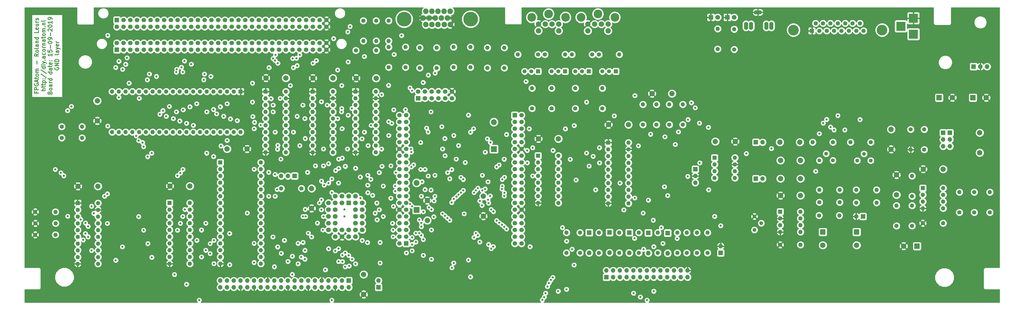
<source format=gbr>
G04 #@! TF.GenerationSoftware,KiCad,Pcbnew,(5.0.2-5)-5*
G04 #@! TF.CreationDate,2019-10-07T20:46:19+02:00*
G04 #@! TF.ProjectId,FPGAtom,46504741-746f-46d2-9e6b-696361645f70,1.3*
G04 #@! TF.SameCoordinates,Original*
G04 #@! TF.FileFunction,Copper,L3,Inr*
G04 #@! TF.FilePolarity,Positive*
%FSLAX46Y46*%
G04 Gerber Fmt 4.6, Leading zero omitted, Abs format (unit mm)*
G04 Created by KiCad (PCBNEW (5.0.2-5)-5) date Monday, 07 October 2019 at 20:46:19*
%MOMM*%
%LPD*%
G01*
G04 APERTURE LIST*
G04 #@! TA.AperFunction,NonConductor*
%ADD10C,0.300000*%
G04 #@! TD*
G04 #@! TA.AperFunction,ViaPad*
%ADD11C,1.600000*%
G04 #@! TD*
G04 #@! TA.AperFunction,ViaPad*
%ADD12O,1.600000X1.600000*%
G04 #@! TD*
G04 #@! TA.AperFunction,ViaPad*
%ADD13C,1.700000*%
G04 #@! TD*
G04 #@! TA.AperFunction,ViaPad*
%ADD14R,1.700000X1.700000*%
G04 #@! TD*
G04 #@! TA.AperFunction,ViaPad*
%ADD15R,1.600000X1.600000*%
G04 #@! TD*
G04 #@! TA.AperFunction,ViaPad*
%ADD16C,1.520000*%
G04 #@! TD*
G04 #@! TA.AperFunction,ViaPad*
%ADD17R,1.520000X1.520000*%
G04 #@! TD*
G04 #@! TA.AperFunction,ViaPad*
%ADD18O,1.700000X1.700000*%
G04 #@! TD*
G04 #@! TA.AperFunction,ViaPad*
%ADD19C,2.000000*%
G04 #@! TD*
G04 #@! TA.AperFunction,ViaPad*
%ADD20C,1.800000*%
G04 #@! TD*
G04 #@! TA.AperFunction,ViaPad*
%ADD21R,1.800000X1.800000*%
G04 #@! TD*
G04 #@! TA.AperFunction,ViaPad*
%ADD22C,2.080000*%
G04 #@! TD*
G04 #@! TA.AperFunction,ViaPad*
%ADD23C,5.500000*%
G04 #@! TD*
G04 #@! TA.AperFunction,ViaPad*
%ADD24R,2.000000X2.000000*%
G04 #@! TD*
G04 #@! TA.AperFunction,ViaPad*
%ADD25R,2.200000X2.200000*%
G04 #@! TD*
G04 #@! TA.AperFunction,ViaPad*
%ADD26O,2.200000X2.200000*%
G04 #@! TD*
G04 #@! TA.AperFunction,ViaPad*
%ADD27R,3.500000X3.500000*%
G04 #@! TD*
G04 #@! TA.AperFunction,ViaPad*
%ADD28C,1.440000*%
G04 #@! TD*
G04 #@! TA.AperFunction,ViaPad*
%ADD29O,3.000000X1.524000*%
G04 #@! TD*
G04 #@! TA.AperFunction,ViaPad*
%ADD30O,1.524000X3.000000*%
G04 #@! TD*
G04 #@! TA.AperFunction,ViaPad*
%ADD31C,3.250000*%
G04 #@! TD*
G04 #@! TA.AperFunction,ViaPad*
%ADD32C,4.000000*%
G04 #@! TD*
G04 #@! TA.AperFunction,ViaPad*
%ADD33O,1.800000X1.800000*%
G04 #@! TD*
G04 #@! TA.AperFunction,ViaPad*
%ADD34C,0.800000*%
G04 #@! TD*
G04 #@! TA.AperFunction,Conductor*
%ADD35C,1.000000*%
G04 #@! TD*
G04 #@! TA.AperFunction,Conductor*
%ADD36C,0.254000*%
G04 #@! TD*
G04 APERTURE END LIST*
D10*
X36326857Y-113103714D02*
X36326857Y-113603714D01*
X37112571Y-113603714D02*
X35612571Y-113603714D01*
X35612571Y-112889428D01*
X37112571Y-112318000D02*
X35612571Y-112318000D01*
X35612571Y-111746571D01*
X35684000Y-111603714D01*
X35755428Y-111532285D01*
X35898285Y-111460857D01*
X36112571Y-111460857D01*
X36255428Y-111532285D01*
X36326857Y-111603714D01*
X36398285Y-111746571D01*
X36398285Y-112318000D01*
X35684000Y-110032285D02*
X35612571Y-110175142D01*
X35612571Y-110389428D01*
X35684000Y-110603714D01*
X35826857Y-110746571D01*
X35969714Y-110818000D01*
X36255428Y-110889428D01*
X36469714Y-110889428D01*
X36755428Y-110818000D01*
X36898285Y-110746571D01*
X37041142Y-110603714D01*
X37112571Y-110389428D01*
X37112571Y-110246571D01*
X37041142Y-110032285D01*
X36969714Y-109960857D01*
X36469714Y-109960857D01*
X36469714Y-110246571D01*
X36684000Y-109389428D02*
X36684000Y-108675142D01*
X37112571Y-109532285D02*
X35612571Y-109032285D01*
X37112571Y-108532285D01*
X36112571Y-108246571D02*
X36112571Y-107675142D01*
X35612571Y-108032285D02*
X36898285Y-108032285D01*
X37041142Y-107960857D01*
X37112571Y-107818000D01*
X37112571Y-107675142D01*
X37112571Y-106960857D02*
X37041142Y-107103714D01*
X36969714Y-107175142D01*
X36826857Y-107246571D01*
X36398285Y-107246571D01*
X36255428Y-107175142D01*
X36184000Y-107103714D01*
X36112571Y-106960857D01*
X36112571Y-106746571D01*
X36184000Y-106603714D01*
X36255428Y-106532285D01*
X36398285Y-106460857D01*
X36826857Y-106460857D01*
X36969714Y-106532285D01*
X37041142Y-106603714D01*
X37112571Y-106746571D01*
X37112571Y-106960857D01*
X37112571Y-105818000D02*
X36112571Y-105818000D01*
X36255428Y-105818000D02*
X36184000Y-105746571D01*
X36112571Y-105603714D01*
X36112571Y-105389428D01*
X36184000Y-105246571D01*
X36326857Y-105175142D01*
X37112571Y-105175142D01*
X36326857Y-105175142D02*
X36184000Y-105103714D01*
X36112571Y-104960857D01*
X36112571Y-104746571D01*
X36184000Y-104603714D01*
X36326857Y-104532285D01*
X37112571Y-104532285D01*
X36541142Y-102675142D02*
X36541142Y-101532285D01*
X37112571Y-98818000D02*
X36398285Y-99318000D01*
X37112571Y-99675142D02*
X35612571Y-99675142D01*
X35612571Y-99103714D01*
X35684000Y-98960857D01*
X35755428Y-98889428D01*
X35898285Y-98818000D01*
X36112571Y-98818000D01*
X36255428Y-98889428D01*
X36326857Y-98960857D01*
X36398285Y-99103714D01*
X36398285Y-99675142D01*
X37112571Y-97960857D02*
X37041142Y-98103714D01*
X36969714Y-98175142D01*
X36826857Y-98246571D01*
X36398285Y-98246571D01*
X36255428Y-98175142D01*
X36184000Y-98103714D01*
X36112571Y-97960857D01*
X36112571Y-97746571D01*
X36184000Y-97603714D01*
X36255428Y-97532285D01*
X36398285Y-97460857D01*
X36826857Y-97460857D01*
X36969714Y-97532285D01*
X37041142Y-97603714D01*
X37112571Y-97746571D01*
X37112571Y-97960857D01*
X37112571Y-96603714D02*
X37041142Y-96746571D01*
X36898285Y-96818000D01*
X35612571Y-96818000D01*
X37112571Y-95389428D02*
X36326857Y-95389428D01*
X36184000Y-95460857D01*
X36112571Y-95603714D01*
X36112571Y-95889428D01*
X36184000Y-96032285D01*
X37041142Y-95389428D02*
X37112571Y-95532285D01*
X37112571Y-95889428D01*
X37041142Y-96032285D01*
X36898285Y-96103714D01*
X36755428Y-96103714D01*
X36612571Y-96032285D01*
X36541142Y-95889428D01*
X36541142Y-95532285D01*
X36469714Y-95389428D01*
X36112571Y-94675142D02*
X37112571Y-94675142D01*
X36255428Y-94675142D02*
X36184000Y-94603714D01*
X36112571Y-94460857D01*
X36112571Y-94246571D01*
X36184000Y-94103714D01*
X36326857Y-94032285D01*
X37112571Y-94032285D01*
X37112571Y-92675142D02*
X35612571Y-92675142D01*
X37041142Y-92675142D02*
X37112571Y-92818000D01*
X37112571Y-93103714D01*
X37041142Y-93246571D01*
X36969714Y-93318000D01*
X36826857Y-93389428D01*
X36398285Y-93389428D01*
X36255428Y-93318000D01*
X36184000Y-93246571D01*
X36112571Y-93103714D01*
X36112571Y-92818000D01*
X36184000Y-92675142D01*
X37112571Y-90103714D02*
X37112571Y-90818000D01*
X35612571Y-90818000D01*
X37041142Y-89032285D02*
X37112571Y-89175142D01*
X37112571Y-89460857D01*
X37041142Y-89603714D01*
X36898285Y-89675142D01*
X36326857Y-89675142D01*
X36184000Y-89603714D01*
X36112571Y-89460857D01*
X36112571Y-89175142D01*
X36184000Y-89032285D01*
X36326857Y-88960857D01*
X36469714Y-88960857D01*
X36612571Y-89675142D01*
X36112571Y-87675142D02*
X37112571Y-87675142D01*
X36112571Y-88318000D02*
X36898285Y-88318000D01*
X37041142Y-88246571D01*
X37112571Y-88103714D01*
X37112571Y-87889428D01*
X37041142Y-87746571D01*
X36969714Y-87675142D01*
X37112571Y-86960857D02*
X36112571Y-86960857D01*
X36398285Y-86960857D02*
X36255428Y-86889428D01*
X36184000Y-86818000D01*
X36112571Y-86675142D01*
X36112571Y-86532285D01*
X37041142Y-86103714D02*
X37112571Y-85960857D01*
X37112571Y-85675142D01*
X37041142Y-85532285D01*
X36898285Y-85460857D01*
X36826857Y-85460857D01*
X36684000Y-85532285D01*
X36612571Y-85675142D01*
X36612571Y-85889428D01*
X36541142Y-86032285D01*
X36398285Y-86103714D01*
X36326857Y-86103714D01*
X36184000Y-86032285D01*
X36112571Y-85889428D01*
X36112571Y-85675142D01*
X36184000Y-85532285D01*
X39662571Y-112675142D02*
X38162571Y-112675142D01*
X39662571Y-112032285D02*
X38876857Y-112032285D01*
X38734000Y-112103714D01*
X38662571Y-112246571D01*
X38662571Y-112460857D01*
X38734000Y-112603714D01*
X38805428Y-112675142D01*
X38662571Y-111532285D02*
X38662571Y-110960857D01*
X38162571Y-111318000D02*
X39448285Y-111318000D01*
X39591142Y-111246571D01*
X39662571Y-111103714D01*
X39662571Y-110960857D01*
X38662571Y-110675142D02*
X38662571Y-110103714D01*
X38162571Y-110460857D02*
X39448285Y-110460857D01*
X39591142Y-110389428D01*
X39662571Y-110246571D01*
X39662571Y-110103714D01*
X38662571Y-109603714D02*
X40162571Y-109603714D01*
X38734000Y-109603714D02*
X38662571Y-109460857D01*
X38662571Y-109175142D01*
X38734000Y-109032285D01*
X38805428Y-108960857D01*
X38948285Y-108889428D01*
X39376857Y-108889428D01*
X39519714Y-108960857D01*
X39591142Y-109032285D01*
X39662571Y-109175142D01*
X39662571Y-109460857D01*
X39591142Y-109603714D01*
X39519714Y-108246571D02*
X39591142Y-108175142D01*
X39662571Y-108246571D01*
X39591142Y-108318000D01*
X39519714Y-108246571D01*
X39662571Y-108246571D01*
X38734000Y-108246571D02*
X38805428Y-108175142D01*
X38876857Y-108246571D01*
X38805428Y-108318000D01*
X38734000Y-108246571D01*
X38876857Y-108246571D01*
X38091142Y-106460857D02*
X40019714Y-107746571D01*
X38091142Y-104889428D02*
X40019714Y-106175142D01*
X39662571Y-103746571D02*
X38162571Y-103746571D01*
X39591142Y-103746571D02*
X39662571Y-103889428D01*
X39662571Y-104175142D01*
X39591142Y-104318000D01*
X39519714Y-104389428D01*
X39376857Y-104460857D01*
X38948285Y-104460857D01*
X38805428Y-104389428D01*
X38734000Y-104318000D01*
X38662571Y-104175142D01*
X38662571Y-103889428D01*
X38734000Y-103746571D01*
X39662571Y-103032285D02*
X38662571Y-103032285D01*
X38162571Y-103032285D02*
X38234000Y-103103714D01*
X38305428Y-103032285D01*
X38234000Y-102960857D01*
X38162571Y-103032285D01*
X38305428Y-103032285D01*
X38662571Y-102460857D02*
X39662571Y-102103714D01*
X38662571Y-101746571D02*
X39662571Y-102103714D01*
X40019714Y-102246571D01*
X40091142Y-102318000D01*
X40162571Y-102460857D01*
X39519714Y-101175142D02*
X39591142Y-101103714D01*
X39662571Y-101175142D01*
X39591142Y-101246571D01*
X39519714Y-101175142D01*
X39662571Y-101175142D01*
X39662571Y-99818000D02*
X38876857Y-99818000D01*
X38734000Y-99889428D01*
X38662571Y-100032285D01*
X38662571Y-100318000D01*
X38734000Y-100460857D01*
X39591142Y-99818000D02*
X39662571Y-99960857D01*
X39662571Y-100318000D01*
X39591142Y-100460857D01*
X39448285Y-100532285D01*
X39305428Y-100532285D01*
X39162571Y-100460857D01*
X39091142Y-100318000D01*
X39091142Y-99960857D01*
X39019714Y-99818000D01*
X39591142Y-98460857D02*
X39662571Y-98603714D01*
X39662571Y-98889428D01*
X39591142Y-99032285D01*
X39519714Y-99103714D01*
X39376857Y-99175142D01*
X38948285Y-99175142D01*
X38805428Y-99103714D01*
X38734000Y-99032285D01*
X38662571Y-98889428D01*
X38662571Y-98603714D01*
X38734000Y-98460857D01*
X39662571Y-97603714D02*
X39591142Y-97746571D01*
X39519714Y-97818000D01*
X39376857Y-97889428D01*
X38948285Y-97889428D01*
X38805428Y-97818000D01*
X38734000Y-97746571D01*
X38662571Y-97603714D01*
X38662571Y-97389428D01*
X38734000Y-97246571D01*
X38805428Y-97175142D01*
X38948285Y-97103714D01*
X39376857Y-97103714D01*
X39519714Y-97175142D01*
X39591142Y-97246571D01*
X39662571Y-97389428D01*
X39662571Y-97603714D01*
X39662571Y-96460857D02*
X38662571Y-96460857D01*
X38948285Y-96460857D02*
X38805428Y-96389428D01*
X38734000Y-96318000D01*
X38662571Y-96175142D01*
X38662571Y-96032285D01*
X38662571Y-95532285D02*
X39662571Y-95532285D01*
X38805428Y-95532285D02*
X38734000Y-95460857D01*
X38662571Y-95318000D01*
X38662571Y-95103714D01*
X38734000Y-94960857D01*
X38876857Y-94889428D01*
X39662571Y-94889428D01*
X39662571Y-93532285D02*
X38876857Y-93532285D01*
X38734000Y-93603714D01*
X38662571Y-93746571D01*
X38662571Y-94032285D01*
X38734000Y-94175142D01*
X39591142Y-93532285D02*
X39662571Y-93675142D01*
X39662571Y-94032285D01*
X39591142Y-94175142D01*
X39448285Y-94246571D01*
X39305428Y-94246571D01*
X39162571Y-94175142D01*
X39091142Y-94032285D01*
X39091142Y-93675142D01*
X39019714Y-93532285D01*
X38662571Y-93032285D02*
X38662571Y-92460857D01*
X38162571Y-92818000D02*
X39448285Y-92818000D01*
X39591142Y-92746571D01*
X39662571Y-92603714D01*
X39662571Y-92460857D01*
X39662571Y-91746571D02*
X39591142Y-91889428D01*
X39519714Y-91960857D01*
X39376857Y-92032285D01*
X38948285Y-92032285D01*
X38805428Y-91960857D01*
X38734000Y-91889428D01*
X38662571Y-91746571D01*
X38662571Y-91532285D01*
X38734000Y-91389428D01*
X38805428Y-91318000D01*
X38948285Y-91246571D01*
X39376857Y-91246571D01*
X39519714Y-91318000D01*
X39591142Y-91389428D01*
X39662571Y-91532285D01*
X39662571Y-91746571D01*
X39662571Y-90603714D02*
X38662571Y-90603714D01*
X38805428Y-90603714D02*
X38734000Y-90532285D01*
X38662571Y-90389428D01*
X38662571Y-90175142D01*
X38734000Y-90032285D01*
X38876857Y-89960857D01*
X39662571Y-89960857D01*
X38876857Y-89960857D02*
X38734000Y-89889428D01*
X38662571Y-89746571D01*
X38662571Y-89532285D01*
X38734000Y-89389428D01*
X38876857Y-89318000D01*
X39662571Y-89318000D01*
X39519714Y-88603714D02*
X39591142Y-88532285D01*
X39662571Y-88603714D01*
X39591142Y-88675142D01*
X39519714Y-88603714D01*
X39662571Y-88603714D01*
X38662571Y-87889428D02*
X39662571Y-87889428D01*
X38805428Y-87889428D02*
X38734000Y-87818000D01*
X38662571Y-87675142D01*
X38662571Y-87460857D01*
X38734000Y-87318000D01*
X38876857Y-87246571D01*
X39662571Y-87246571D01*
X39662571Y-86318000D02*
X39591142Y-86460857D01*
X39448285Y-86532285D01*
X38162571Y-86532285D01*
X41426857Y-113460857D02*
X41498285Y-113246571D01*
X41569714Y-113175142D01*
X41712571Y-113103714D01*
X41926857Y-113103714D01*
X42069714Y-113175142D01*
X42141142Y-113246571D01*
X42212571Y-113389428D01*
X42212571Y-113960857D01*
X40712571Y-113960857D01*
X40712571Y-113460857D01*
X40784000Y-113318000D01*
X40855428Y-113246571D01*
X40998285Y-113175142D01*
X41141142Y-113175142D01*
X41284000Y-113246571D01*
X41355428Y-113318000D01*
X41426857Y-113460857D01*
X41426857Y-113960857D01*
X42212571Y-112246571D02*
X42141142Y-112389428D01*
X42069714Y-112460857D01*
X41926857Y-112532285D01*
X41498285Y-112532285D01*
X41355428Y-112460857D01*
X41284000Y-112389428D01*
X41212571Y-112246571D01*
X41212571Y-112032285D01*
X41284000Y-111889428D01*
X41355428Y-111818000D01*
X41498285Y-111746571D01*
X41926857Y-111746571D01*
X42069714Y-111818000D01*
X42141142Y-111889428D01*
X42212571Y-112032285D01*
X42212571Y-112246571D01*
X42212571Y-110460857D02*
X41426857Y-110460857D01*
X41284000Y-110532285D01*
X41212571Y-110675142D01*
X41212571Y-110960857D01*
X41284000Y-111103714D01*
X42141142Y-110460857D02*
X42212571Y-110603714D01*
X42212571Y-110960857D01*
X42141142Y-111103714D01*
X41998285Y-111175142D01*
X41855428Y-111175142D01*
X41712571Y-111103714D01*
X41641142Y-110960857D01*
X41641142Y-110603714D01*
X41569714Y-110460857D01*
X42212571Y-109746571D02*
X41212571Y-109746571D01*
X41498285Y-109746571D02*
X41355428Y-109675142D01*
X41284000Y-109603714D01*
X41212571Y-109460857D01*
X41212571Y-109318000D01*
X42212571Y-108175142D02*
X40712571Y-108175142D01*
X42141142Y-108175142D02*
X42212571Y-108318000D01*
X42212571Y-108603714D01*
X42141142Y-108746571D01*
X42069714Y-108818000D01*
X41926857Y-108889428D01*
X41498285Y-108889428D01*
X41355428Y-108818000D01*
X41284000Y-108746571D01*
X41212571Y-108603714D01*
X41212571Y-108318000D01*
X41284000Y-108175142D01*
X42212571Y-105675142D02*
X40712571Y-105675142D01*
X42141142Y-105675142D02*
X42212571Y-105818000D01*
X42212571Y-106103714D01*
X42141142Y-106246571D01*
X42069714Y-106318000D01*
X41926857Y-106389428D01*
X41498285Y-106389428D01*
X41355428Y-106318000D01*
X41284000Y-106246571D01*
X41212571Y-106103714D01*
X41212571Y-105818000D01*
X41284000Y-105675142D01*
X42212571Y-104318000D02*
X41426857Y-104318000D01*
X41284000Y-104389428D01*
X41212571Y-104532285D01*
X41212571Y-104818000D01*
X41284000Y-104960857D01*
X42141142Y-104318000D02*
X42212571Y-104460857D01*
X42212571Y-104818000D01*
X42141142Y-104960857D01*
X41998285Y-105032285D01*
X41855428Y-105032285D01*
X41712571Y-104960857D01*
X41641142Y-104818000D01*
X41641142Y-104460857D01*
X41569714Y-104318000D01*
X41212571Y-103818000D02*
X41212571Y-103246571D01*
X40712571Y-103603714D02*
X41998285Y-103603714D01*
X42141142Y-103532285D01*
X42212571Y-103389428D01*
X42212571Y-103246571D01*
X42141142Y-102175142D02*
X42212571Y-102318000D01*
X42212571Y-102603714D01*
X42141142Y-102746571D01*
X41998285Y-102818000D01*
X41426857Y-102818000D01*
X41284000Y-102746571D01*
X41212571Y-102603714D01*
X41212571Y-102318000D01*
X41284000Y-102175142D01*
X41426857Y-102103714D01*
X41569714Y-102103714D01*
X41712571Y-102818000D01*
X42069714Y-101460857D02*
X42141142Y-101389428D01*
X42212571Y-101460857D01*
X42141142Y-101532285D01*
X42069714Y-101460857D01*
X42212571Y-101460857D01*
X41284000Y-101460857D02*
X41355428Y-101389428D01*
X41426857Y-101460857D01*
X41355428Y-101532285D01*
X41284000Y-101460857D01*
X41426857Y-101460857D01*
X42212571Y-98818000D02*
X42212571Y-99675142D01*
X42212571Y-99246571D02*
X40712571Y-99246571D01*
X40926857Y-99389428D01*
X41069714Y-99532285D01*
X41141142Y-99675142D01*
X40712571Y-97460857D02*
X40712571Y-98175142D01*
X41426857Y-98246571D01*
X41355428Y-98175142D01*
X41284000Y-98032285D01*
X41284000Y-97675142D01*
X41355428Y-97532285D01*
X41426857Y-97460857D01*
X41569714Y-97389428D01*
X41926857Y-97389428D01*
X42069714Y-97460857D01*
X42141142Y-97532285D01*
X42212571Y-97675142D01*
X42212571Y-98032285D01*
X42141142Y-98175142D01*
X42069714Y-98246571D01*
X41641142Y-96746571D02*
X41641142Y-95603714D01*
X40712571Y-94603714D02*
X40712571Y-94460857D01*
X40784000Y-94318000D01*
X40855428Y-94246571D01*
X40998285Y-94175142D01*
X41284000Y-94103714D01*
X41641142Y-94103714D01*
X41926857Y-94175142D01*
X42069714Y-94246571D01*
X42141142Y-94318000D01*
X42212571Y-94460857D01*
X42212571Y-94603714D01*
X42141142Y-94746571D01*
X42069714Y-94818000D01*
X41926857Y-94889428D01*
X41641142Y-94960857D01*
X41284000Y-94960857D01*
X40998285Y-94889428D01*
X40855428Y-94818000D01*
X40784000Y-94746571D01*
X40712571Y-94603714D01*
X42212571Y-93389428D02*
X42212571Y-93103714D01*
X42141142Y-92960857D01*
X42069714Y-92889428D01*
X41855428Y-92746571D01*
X41569714Y-92675142D01*
X40998285Y-92675142D01*
X40855428Y-92746571D01*
X40784000Y-92818000D01*
X40712571Y-92960857D01*
X40712571Y-93246571D01*
X40784000Y-93389428D01*
X40855428Y-93460857D01*
X40998285Y-93532285D01*
X41355428Y-93532285D01*
X41498285Y-93460857D01*
X41569714Y-93389428D01*
X41641142Y-93246571D01*
X41641142Y-92960857D01*
X41569714Y-92818000D01*
X41498285Y-92746571D01*
X41355428Y-92675142D01*
X41641142Y-92032285D02*
X41641142Y-90889428D01*
X40855428Y-90246571D02*
X40784000Y-90175142D01*
X40712571Y-90032285D01*
X40712571Y-89675142D01*
X40784000Y-89532285D01*
X40855428Y-89460857D01*
X40998285Y-89389428D01*
X41141142Y-89389428D01*
X41355428Y-89460857D01*
X42212571Y-90318000D01*
X42212571Y-89389428D01*
X40712571Y-88460857D02*
X40712571Y-88318000D01*
X40784000Y-88175142D01*
X40855428Y-88103714D01*
X40998285Y-88032285D01*
X41284000Y-87960857D01*
X41641142Y-87960857D01*
X41926857Y-88032285D01*
X42069714Y-88103714D01*
X42141142Y-88175142D01*
X42212571Y-88318000D01*
X42212571Y-88460857D01*
X42141142Y-88603714D01*
X42069714Y-88675142D01*
X41926857Y-88746571D01*
X41641142Y-88818000D01*
X41284000Y-88818000D01*
X40998285Y-88746571D01*
X40855428Y-88675142D01*
X40784000Y-88603714D01*
X40712571Y-88460857D01*
X42212571Y-86532285D02*
X42212571Y-87389428D01*
X42212571Y-86960857D02*
X40712571Y-86960857D01*
X40926857Y-87103714D01*
X41069714Y-87246571D01*
X41141142Y-87389428D01*
X42212571Y-85818000D02*
X42212571Y-85532285D01*
X42141142Y-85389428D01*
X42069714Y-85318000D01*
X41855428Y-85175142D01*
X41569714Y-85103714D01*
X40998285Y-85103714D01*
X40855428Y-85175142D01*
X40784000Y-85246571D01*
X40712571Y-85389428D01*
X40712571Y-85675142D01*
X40784000Y-85818000D01*
X40855428Y-85889428D01*
X40998285Y-85960857D01*
X41355428Y-85960857D01*
X41498285Y-85889428D01*
X41569714Y-85818000D01*
X41641142Y-85675142D01*
X41641142Y-85389428D01*
X41569714Y-85246571D01*
X41498285Y-85175142D01*
X41355428Y-85103714D01*
X43334000Y-104032285D02*
X43262571Y-104175142D01*
X43262571Y-104389428D01*
X43334000Y-104603714D01*
X43476857Y-104746571D01*
X43619714Y-104818000D01*
X43905428Y-104889428D01*
X44119714Y-104889428D01*
X44405428Y-104818000D01*
X44548285Y-104746571D01*
X44691142Y-104603714D01*
X44762571Y-104389428D01*
X44762571Y-104246571D01*
X44691142Y-104032285D01*
X44619714Y-103960857D01*
X44119714Y-103960857D01*
X44119714Y-104246571D01*
X44762571Y-103318000D02*
X43262571Y-103318000D01*
X44762571Y-102460857D01*
X43262571Y-102460857D01*
X44762571Y-101746571D02*
X43262571Y-101746571D01*
X43262571Y-101389428D01*
X43334000Y-101175142D01*
X43476857Y-101032285D01*
X43619714Y-100960857D01*
X43905428Y-100889428D01*
X44119714Y-100889428D01*
X44405428Y-100960857D01*
X44548285Y-101032285D01*
X44691142Y-101175142D01*
X44762571Y-101389428D01*
X44762571Y-101746571D01*
X44762571Y-98889428D02*
X44691142Y-99032285D01*
X44548285Y-99103714D01*
X43262571Y-99103714D01*
X44762571Y-97675142D02*
X43976857Y-97675142D01*
X43834000Y-97746571D01*
X43762571Y-97889428D01*
X43762571Y-98175142D01*
X43834000Y-98318000D01*
X44691142Y-97675142D02*
X44762571Y-97818000D01*
X44762571Y-98175142D01*
X44691142Y-98318000D01*
X44548285Y-98389428D01*
X44405428Y-98389428D01*
X44262571Y-98318000D01*
X44191142Y-98175142D01*
X44191142Y-97818000D01*
X44119714Y-97675142D01*
X43762571Y-97103714D02*
X44762571Y-96746571D01*
X43762571Y-96389428D02*
X44762571Y-96746571D01*
X45119714Y-96889428D01*
X45191142Y-96960857D01*
X45262571Y-97103714D01*
X44691142Y-95246571D02*
X44762571Y-95389428D01*
X44762571Y-95675142D01*
X44691142Y-95818000D01*
X44548285Y-95889428D01*
X43976857Y-95889428D01*
X43834000Y-95818000D01*
X43762571Y-95675142D01*
X43762571Y-95389428D01*
X43834000Y-95246571D01*
X43976857Y-95175142D01*
X44119714Y-95175142D01*
X44262571Y-95889428D01*
X44762571Y-94532285D02*
X43762571Y-94532285D01*
X44048285Y-94532285D02*
X43905428Y-94460857D01*
X43834000Y-94389428D01*
X43762571Y-94246571D01*
X43762571Y-94103714D01*
D11*
G04 #@! TO.N,GNDD*
G04 #@! TO.C,R51*
X369316000Y-162560000D03*
D12*
G04 #@! TO.N,Net-(C27-Pad1)*
X376936000Y-162560000D03*
G04 #@! TD*
D11*
G04 #@! TO.N,Net-(D7-Pad2)*
G04 #@! TO.C,R30*
X269748000Y-173736000D03*
D12*
G04 #@! TO.N,+3V3*
X269748000Y-166116000D03*
G04 #@! TD*
D13*
G04 #@! TO.N,/RDY*
G04 #@! TO.C,U11*
X179730000Y-112990000D03*
G04 #@! TO.N,/SYNC*
X182270000Y-112990000D03*
G04 #@! TO.N,/SO*
X184810000Y-112990000D03*
G04 #@! TO.N,Net-(R17-Pad1)*
X187350000Y-112990000D03*
G04 #@! TO.N,Net-(R24-Pad1)*
X189890000Y-112990000D03*
G04 #@! TO.N,GNDD*
X192430000Y-112990000D03*
G04 #@! TO.N,N/C*
X192430000Y-115530000D03*
G04 #@! TO.N,Net-(U11-Pad85)*
X189890000Y-115530000D03*
G04 #@! TO.N,/CAS_out*
X187350000Y-115530000D03*
G04 #@! TO.N,Net-(R11-Pad1)*
X184810000Y-115530000D03*
G04 #@! TO.N,Net-(R10-Pad1)*
X182270000Y-115530000D03*
D14*
G04 #@! TO.N,Net-(C23-Pad2)*
X179730000Y-115530000D03*
D13*
G04 #@! TO.N,Net-(R14-Pad1)*
X218550000Y-121930000D03*
G04 #@! TO.N,Net-(R19-Pad1)*
X218550000Y-124470000D03*
G04 #@! TO.N,Net-(R20-Pad1)*
X218550000Y-127010000D03*
G04 #@! TO.N,Net-(R22-Pad1)*
X218550000Y-129550000D03*
G04 #@! TO.N,Net-(R25-Pad1)*
X218550000Y-132090000D03*
G04 #@! TO.N,GNDD*
X218550000Y-134630000D03*
G04 #@! TO.N,Net-(R12-Pad1)*
X218550000Y-137170000D03*
G04 #@! TO.N,Net-(Q1-Pad3)*
X218550000Y-139710000D03*
G04 #@! TO.N,Net-(Q3-Pad3)*
X218550000Y-142250000D03*
G04 #@! TO.N,Net-(U11-Pad71)*
X218550000Y-144790000D03*
G04 #@! TO.N,Net-(U11-Pad70)*
X218550000Y-147330000D03*
G04 #@! TO.N,/A18*
X218550000Y-149870000D03*
G04 #@! TO.N,/A17*
X218550000Y-152410000D03*
G04 #@! TO.N,Net-(U11-Pad67)*
X218550000Y-154950000D03*
G04 #@! TO.N,GNDD*
X218550000Y-157490000D03*
G04 #@! TO.N,Net-(U11-Pad65)*
X218550000Y-160030000D03*
G04 #@! TO.N,Net-(U11-Pad64)*
X218550000Y-162570000D03*
G04 #@! TO.N,Net-(U11-Pad63)*
X218550000Y-165110000D03*
G04 #@! TO.N,/RST*
X218550000Y-167650000D03*
G04 #@! TO.N,Net-(J14-Pad18)*
X218550000Y-170190000D03*
G04 #@! TO.N,Net-(J14-Pad16)*
X216010000Y-170190000D03*
G04 #@! TO.N,Net-(J14-Pad14)*
X216010000Y-167650000D03*
G04 #@! TO.N,Net-(J14-Pad12)*
X216010000Y-165110000D03*
G04 #@! TO.N,Net-(D7-Pad2)*
X216010000Y-162570000D03*
G04 #@! TO.N,Net-(D5-Pad2)*
X216010000Y-160030000D03*
G04 #@! TO.N,N/C*
X216010000Y-157490000D03*
G04 #@! TO.N,Net-(D8-Pad2)*
X216010000Y-154950000D03*
G04 #@! TO.N,Net-(D6-Pad2)*
X216010000Y-152410000D03*
G04 #@! TO.N,Net-(D9-Pad2)*
X216010000Y-149870000D03*
G04 #@! TO.N,Net-(U11-Pad51)*
X216010000Y-147330000D03*
G04 #@! TO.N,Net-(U11-Pad50)*
X216010000Y-144790000D03*
G04 #@! TO.N,Net-(U11-Pad49)*
X216010000Y-142250000D03*
G04 #@! TO.N,Net-(U11-Pad48)*
X216010000Y-139710000D03*
G04 #@! TO.N,Net-(J9-Pad1)*
X216010000Y-137170000D03*
G04 #@! TO.N,Net-(D3-Pad1)*
X216010000Y-134630000D03*
G04 #@! TO.N,Net-(J9-Pad5)*
X216010000Y-132090000D03*
G04 #@! TO.N,Net-(J9-Pad2)*
X216010000Y-129550000D03*
G04 #@! TO.N,Net-(J9-Pad7)*
X216010000Y-127010000D03*
G04 #@! TO.N,/CS_TUBE*
X216010000Y-124470000D03*
D14*
G04 #@! TO.N,/BUF_DIR*
X216010000Y-121930000D03*
D13*
G04 #@! TO.N,/D2*
X172720000Y-170180000D03*
G04 #@! TO.N,/D1*
X172720000Y-167640000D03*
G04 #@! TO.N,/D0*
X172720000Y-165100000D03*
G04 #@! TO.N,/A0*
X172720000Y-162560000D03*
G04 #@! TO.N,/A1*
X172720000Y-160020000D03*
G04 #@! TO.N,GNDD*
X172720000Y-157480000D03*
G04 #@! TO.N,/A2*
X172720000Y-154940000D03*
G04 #@! TO.N,/A3*
X172720000Y-152400000D03*
G04 #@! TO.N,/A4*
X172720000Y-149860000D03*
G04 #@! TO.N,/A5*
X172720000Y-147320000D03*
G04 #@! TO.N,/A6*
X172720000Y-144780000D03*
G04 #@! TO.N,/A12*
X172720000Y-142240000D03*
G04 #@! TO.N,/A7*
X172720000Y-139700000D03*
G04 #@! TO.N,/A15*
X172720000Y-137160000D03*
G04 #@! TO.N,GNDD*
X172720000Y-134620000D03*
G04 #@! TO.N,/A16*
X172720000Y-132080000D03*
G04 #@! TO.N,/IRQ*
X172720000Y-129540000D03*
G04 #@! TO.N,/NMI*
X172720000Y-127000000D03*
G04 #@! TO.N,/CS_BUF*
X172720000Y-124460000D03*
G04 #@! TO.N,/BLK_B*
X172720000Y-121920000D03*
G04 #@! TO.N,/CS_VIA*
X175260000Y-121920000D03*
G04 #@! TO.N,/RW*
X175260000Y-124460000D03*
G04 #@! TO.N,/PHI2*
X175260000Y-127000000D03*
G04 #@! TO.N,/NRDS*
X175260000Y-129540000D03*
G04 #@! TO.N,/A14*
X175260000Y-132080000D03*
G04 #@! TO.N,N/C*
X175260000Y-134620000D03*
G04 #@! TO.N,/A13*
X175260000Y-137160000D03*
G04 #@! TO.N,/NWDS*
X175260000Y-139700000D03*
G04 #@! TO.N,/A8*
X175260000Y-142240000D03*
G04 #@! TO.N,/A9*
X175260000Y-144780000D03*
G04 #@! TO.N,/A11*
X175260000Y-147320000D03*
G04 #@! TO.N,/CS_RAM*
X175260000Y-149860000D03*
G04 #@! TO.N,/A10*
X175260000Y-152400000D03*
G04 #@! TO.N,/CS_ROM*
X175260000Y-154940000D03*
G04 #@! TO.N,Net-(D4-Pad1)*
X175260000Y-157480000D03*
G04 #@! TO.N,/D7*
X175260000Y-160020000D03*
G04 #@! TO.N,/D6*
X175260000Y-162560000D03*
G04 #@! TO.N,/D5*
X175260000Y-165100000D03*
G04 #@! TO.N,/D4*
X175260000Y-167640000D03*
D14*
G04 #@! TO.N,/D3*
X175260000Y-170180000D03*
G04 #@! TD*
D15*
G04 #@! TO.N,GNDD*
G04 #@! TO.C,U15*
X251129800Y-132232400D03*
D12*
G04 #@! TO.N,Net-(J18-Pad4)*
X258749800Y-155092400D03*
G04 #@! TO.N,Net-(J13-Pad2)*
X251129800Y-134772400D03*
G04 #@! TO.N,Net-(D7-Pad1)*
X258749800Y-152552400D03*
G04 #@! TO.N,Net-(D9-Pad1)*
X251129800Y-137312400D03*
G04 #@! TO.N,Net-(J18-Pad11)*
X258749800Y-150012400D03*
G04 #@! TO.N,Net-(U11-Pad71)*
X251129800Y-139852400D03*
G04 #@! TO.N,Net-(U11-Pad70)*
X258749800Y-147472400D03*
G04 #@! TO.N,Net-(D6-Pad1)*
X251129800Y-142392400D03*
G04 #@! TO.N,Net-(J18-Pad3)*
X258749800Y-144932400D03*
G04 #@! TO.N,Net-(J18-Pad5)*
X251129800Y-144932400D03*
G04 #@! TO.N,Net-(J18-Pad13)*
X258749800Y-142392400D03*
G04 #@! TO.N,Net-(D8-Pad1)*
X251129800Y-147472400D03*
G04 #@! TO.N,Net-(J18-Pad10)*
X258749800Y-139852400D03*
G04 #@! TO.N,Net-(J18-Pad12)*
X251129800Y-150012400D03*
G04 #@! TO.N,Net-(U11-Pad85)*
X258749800Y-137312400D03*
G04 #@! TO.N,Net-(D5-Pad1)*
X251129800Y-152552400D03*
G04 #@! TO.N,GNDD*
X258749800Y-134772400D03*
X251129800Y-155092400D03*
G04 #@! TO.N,+3V3*
X258749800Y-132232400D03*
G04 #@! TD*
D11*
G04 #@! TO.N,Net-(J14-Pad14)*
G04 #@! TO.C,R28*
X280606500Y-173736000D03*
D12*
G04 #@! TO.N,+3V3*
X280606500Y-166116000D03*
G04 #@! TD*
G04 #@! TO.N,Net-(C22-Pad1)*
G04 #@! TO.C,R53*
X327914000Y-132080000D03*
D11*
G04 #@! TO.N,Net-(R53-Pad1)*
X335534000Y-132080000D03*
G04 #@! TD*
G04 #@! TO.N,Net-(R52-Pad1)*
G04 #@! TO.C,R52*
X349758000Y-132080000D03*
D12*
G04 #@! TO.N,Net-(C21-Pad1)*
X342138000Y-132080000D03*
G04 #@! TD*
D16*
G04 #@! TO.N,+3V3*
G04 #@! TO.C,Q4*
X222250000Y-105410000D03*
G04 #@! TO.N,Net-(J14-Pad16)*
X219710000Y-105410000D03*
D17*
G04 #@! TO.N,Net-(J17-Pad1)*
X224790000Y-105410000D03*
G04 #@! TD*
D11*
G04 #@! TO.N,Net-(D9-Pad2)*
G04 #@! TO.C,R34*
X240538000Y-173736000D03*
D12*
G04 #@! TO.N,+3V3*
X240538000Y-166116000D03*
G04 #@! TD*
D15*
G04 #@! TO.N,/A17*
G04 #@! TO.C,U6*
X105410000Y-139700000D03*
D12*
G04 #@! TO.N,/D3*
X120650000Y-177800000D03*
G04 #@! TO.N,/A16*
X105410000Y-142240000D03*
G04 #@! TO.N,/D4*
X120650000Y-175260000D03*
G04 #@! TO.N,/A14*
X105410000Y-144780000D03*
G04 #@! TO.N,/D5*
X120650000Y-172720000D03*
G04 #@! TO.N,/A12*
X105410000Y-147320000D03*
G04 #@! TO.N,/D6*
X120650000Y-170180000D03*
G04 #@! TO.N,/A7*
X105410000Y-149860000D03*
G04 #@! TO.N,/D7*
X120650000Y-167640000D03*
G04 #@! TO.N,/A6*
X105410000Y-152400000D03*
G04 #@! TO.N,/CS_RAM*
X120650000Y-165100000D03*
G04 #@! TO.N,/A5*
X105410000Y-154940000D03*
G04 #@! TO.N,/A10*
X120650000Y-162560000D03*
G04 #@! TO.N,/A4*
X105410000Y-157480000D03*
G04 #@! TO.N,/NRDS*
X120650000Y-160020000D03*
G04 #@! TO.N,/A3*
X105410000Y-160020000D03*
G04 #@! TO.N,/A11*
X120650000Y-157480000D03*
G04 #@! TO.N,/A2*
X105410000Y-162560000D03*
G04 #@! TO.N,/A9*
X120650000Y-154940000D03*
G04 #@! TO.N,/A1*
X105410000Y-165100000D03*
G04 #@! TO.N,/A8*
X120650000Y-152400000D03*
G04 #@! TO.N,/A0*
X105410000Y-167640000D03*
G04 #@! TO.N,/A13*
X120650000Y-149860000D03*
G04 #@! TO.N,/D0*
X105410000Y-170180000D03*
G04 #@! TO.N,/NWDS*
X120650000Y-147320000D03*
G04 #@! TO.N,/D1*
X105410000Y-172720000D03*
G04 #@! TO.N,Net-(J3-Pad2)*
X120650000Y-144780000D03*
G04 #@! TO.N,/D2*
X105410000Y-175260000D03*
G04 #@! TO.N,/A15*
X120650000Y-142240000D03*
G04 #@! TO.N,GNDD*
X105410000Y-177800000D03*
G04 #@! TO.N,+3V3*
X120650000Y-139700000D03*
G04 #@! TD*
D14*
G04 #@! TO.N,N/C*
G04 #@! TO.C,J5 Pi Tube*
X153670000Y-184150000D03*
D18*
G04 #@! TO.N,Net-(J5-Pad2)*
X153670000Y-186690000D03*
G04 #@! TO.N,/A1*
X151130000Y-184150000D03*
G04 #@! TO.N,Net-(J5-Pad2)*
X151130000Y-186690000D03*
G04 #@! TO.N,/A2*
X148590000Y-184150000D03*
G04 #@! TO.N,GNDD*
X148590000Y-186690000D03*
G04 #@! TO.N,/RST*
X146050000Y-184150000D03*
G04 #@! TO.N,/PiTX*
X146050000Y-186690000D03*
G04 #@! TO.N,GNDD*
X143510000Y-184150000D03*
G04 #@! TO.N,/PiRX*
X143510000Y-186690000D03*
G04 #@! TO.N,/CS_TUBE*
X140970000Y-184150000D03*
G04 #@! TO.N,/RW*
X140970000Y-186690000D03*
G04 #@! TO.N,/A0*
X138430000Y-184150000D03*
G04 #@! TO.N,GNDD*
X138430000Y-186690000D03*
G04 #@! TO.N,/D4*
X135890000Y-184150000D03*
G04 #@! TO.N,/D5*
X135890000Y-186690000D03*
G04 #@! TO.N,N/C*
X133350000Y-184150000D03*
G04 #@! TO.N,/D6*
X133350000Y-186690000D03*
G04 #@! TO.N,/D2*
X130810000Y-184150000D03*
G04 #@! TO.N,GNDD*
X130810000Y-186690000D03*
G04 #@! TO.N,/D1*
X128270000Y-184150000D03*
G04 #@! TO.N,/D7*
X128270000Y-186690000D03*
G04 #@! TO.N,/D3*
X125730000Y-184150000D03*
G04 #@! TO.N,/D0*
X125730000Y-186690000D03*
G04 #@! TO.N,GNDD*
X123190000Y-184150000D03*
G04 #@! TO.N,/PHI2*
X123190000Y-186690000D03*
G04 #@! TO.N,N/C*
X120650000Y-184150000D03*
X120650000Y-186690000D03*
G04 #@! TO.N,/A3*
X118110000Y-184150000D03*
G04 #@! TO.N,GNDD*
X118110000Y-186690000D03*
G04 #@! TO.N,N/C*
X115570000Y-184150000D03*
X115570000Y-186690000D03*
X113030000Y-184150000D03*
G04 #@! TO.N,GNDD*
X113030000Y-186690000D03*
G04 #@! TO.N,N/C*
X110490000Y-184150000D03*
X110490000Y-186690000D03*
X107950000Y-184150000D03*
X107950000Y-186690000D03*
X105410000Y-184150000D03*
X105410000Y-186690000D03*
G04 #@! TD*
D13*
G04 #@! TO.N,GNDD*
G04 #@! TO.C,J1 (PL7)*
X145288000Y-94742000D03*
X145288000Y-97282000D03*
G04 #@! TO.N,/BBLK_B*
X142748000Y-94742000D03*
G04 #@! TO.N,/BA18*
X142748000Y-97282000D03*
G04 #@! TO.N,/BRW*
X140208000Y-94742000D03*
G04 #@! TO.N,/BSYN*
X140208000Y-97282000D03*
G04 #@! TO.N,/BPH2*
X137668000Y-94742000D03*
G04 #@! TO.N,/BNMI*
X137668000Y-97282000D03*
G04 #@! TO.N,/BA9*
X135128000Y-94742000D03*
G04 #@! TO.N,/BIRQ*
X135128000Y-97282000D03*
G04 #@! TO.N,/BA10*
X132588000Y-94742000D03*
G04 #@! TO.N,/BA17*
X132588000Y-97282000D03*
G04 #@! TO.N,/BA11*
X130048000Y-94742000D03*
G04 #@! TO.N,/BSO*
X130048000Y-97282000D03*
G04 #@! TO.N,/BA12*
X127508000Y-94742000D03*
G04 #@! TO.N,/BRDY*
X127508000Y-97282000D03*
G04 #@! TO.N,/BA13*
X124968000Y-94742000D03*
G04 #@! TO.N,/BPiRX*
X124968000Y-97282000D03*
G04 #@! TO.N,/BD0*
X122428000Y-94742000D03*
G04 #@! TO.N,/BPiTX*
X122428000Y-97282000D03*
G04 #@! TO.N,/BD1*
X119888000Y-94742000D03*
G04 #@! TO.N,/CA1*
X119888000Y-97282000D03*
G04 #@! TO.N,/BD2*
X117348000Y-94742000D03*
G04 #@! TO.N,/CA2*
X117348000Y-97282000D03*
G04 #@! TO.N,/BD3*
X114808000Y-94742000D03*
G04 #@! TO.N,/PA0*
X114808000Y-97282000D03*
G04 #@! TO.N,/BD4*
X112268000Y-94742000D03*
G04 #@! TO.N,/PA1*
X112268000Y-97282000D03*
G04 #@! TO.N,/BD5*
X109728000Y-94742000D03*
G04 #@! TO.N,/PA2*
X109728000Y-97282000D03*
G04 #@! TO.N,/BD6*
X107188000Y-94742000D03*
G04 #@! TO.N,/PA3*
X107188000Y-97282000D03*
G04 #@! TO.N,/BD7*
X104648000Y-94742000D03*
G04 #@! TO.N,/PA4*
X104648000Y-97282000D03*
G04 #@! TO.N,/BA0*
X102108000Y-94742000D03*
G04 #@! TO.N,/PA5*
X102108000Y-97282000D03*
G04 #@! TO.N,/BA1*
X99568000Y-94742000D03*
G04 #@! TO.N,/PA6*
X99568000Y-97282000D03*
G04 #@! TO.N,/BA2*
X97028000Y-94742000D03*
G04 #@! TO.N,/PA7*
X97028000Y-97282000D03*
G04 #@! TO.N,/BA3*
X94488000Y-94742000D03*
G04 #@! TO.N,/CB1*
X94488000Y-97282000D03*
G04 #@! TO.N,/BA4*
X91948000Y-94742000D03*
G04 #@! TO.N,/CB2*
X91948000Y-97282000D03*
G04 #@! TO.N,/BA5*
X89408000Y-94742000D03*
G04 #@! TO.N,/PB0*
X89408000Y-97282000D03*
G04 #@! TO.N,/BA6*
X86868000Y-94742000D03*
G04 #@! TO.N,/PB1*
X86868000Y-97282000D03*
G04 #@! TO.N,/BA7*
X84328000Y-94742000D03*
G04 #@! TO.N,/PB2*
X84328000Y-97282000D03*
G04 #@! TO.N,/BA8*
X81788000Y-94742000D03*
G04 #@! TO.N,/PB3*
X81788000Y-97282000D03*
G04 #@! TO.N,/RST*
X79248000Y-94742000D03*
G04 #@! TO.N,/PB4*
X79248000Y-97282000D03*
G04 #@! TO.N,/BNRDS*
X76708000Y-94742000D03*
G04 #@! TO.N,/PB5*
X76708000Y-97282000D03*
G04 #@! TO.N,/BNWDS*
X74168000Y-94742000D03*
G04 #@! TO.N,/PB6*
X74168000Y-97282000D03*
G04 #@! TO.N,/BA14*
X71628000Y-94742000D03*
G04 #@! TO.N,/PB7*
X71628000Y-97282000D03*
G04 #@! TO.N,/BA15*
X69088000Y-94742000D03*
G04 #@! TO.N,/BA16*
X69088000Y-97282000D03*
G04 #@! TO.N,+5V*
X66548000Y-94742000D03*
D14*
X66548000Y-97282000D03*
G04 #@! TD*
D15*
G04 #@! TO.N,GNDD*
G04 #@! TO.C,U5*
X113030000Y-113030000D03*
D12*
G04 #@! TO.N,/BIRQ*
X64770000Y-128270000D03*
G04 #@! TO.N,/PA0*
X110490000Y-113030000D03*
G04 #@! TO.N,/BRW*
X67310000Y-128270000D03*
G04 #@! TO.N,/PA1*
X107950000Y-113030000D03*
G04 #@! TO.N,/CS_VIA*
X69850000Y-128270000D03*
G04 #@! TO.N,/PA2*
X105410000Y-113030000D03*
G04 #@! TO.N,Net-(R5-Pad1)*
X72390000Y-128270000D03*
G04 #@! TO.N,/PA3*
X102870000Y-113030000D03*
G04 #@! TO.N,/BPH2*
X74930000Y-128270000D03*
G04 #@! TO.N,/PA4*
X100330000Y-113030000D03*
G04 #@! TO.N,/BD7*
X77470000Y-128270000D03*
G04 #@! TO.N,/PA5*
X97790000Y-113030000D03*
G04 #@! TO.N,/BD6*
X80010000Y-128270000D03*
G04 #@! TO.N,/PA6*
X95250000Y-113030000D03*
G04 #@! TO.N,/BD5*
X82550000Y-128270000D03*
G04 #@! TO.N,/PA7*
X92710000Y-113030000D03*
G04 #@! TO.N,/BD4*
X85090000Y-128270000D03*
G04 #@! TO.N,/PB0*
X90170000Y-113030000D03*
G04 #@! TO.N,/BD3*
X87630000Y-128270000D03*
G04 #@! TO.N,/PB1*
X87630000Y-113030000D03*
G04 #@! TO.N,/BD2*
X90170000Y-128270000D03*
G04 #@! TO.N,/PB2*
X85090000Y-113030000D03*
G04 #@! TO.N,/BD1*
X92710000Y-128270000D03*
G04 #@! TO.N,/PB3*
X82550000Y-113030000D03*
G04 #@! TO.N,/BD0*
X95250000Y-128270000D03*
G04 #@! TO.N,/PB4*
X80010000Y-113030000D03*
G04 #@! TO.N,/RST*
X97790000Y-128270000D03*
G04 #@! TO.N,/PB5*
X77470000Y-113030000D03*
G04 #@! TO.N,/BA3*
X100330000Y-128270000D03*
G04 #@! TO.N,/PB6*
X74930000Y-113030000D03*
G04 #@! TO.N,/BA2*
X102870000Y-128270000D03*
G04 #@! TO.N,/PB7*
X72390000Y-113030000D03*
G04 #@! TO.N,/BA1*
X105410000Y-128270000D03*
G04 #@! TO.N,/CB1*
X69850000Y-113030000D03*
G04 #@! TO.N,/BA0*
X107950000Y-128270000D03*
G04 #@! TO.N,/CB2*
X67310000Y-113030000D03*
G04 #@! TO.N,/CA2*
X110490000Y-128270000D03*
G04 #@! TO.N,+5V*
X64770000Y-113030000D03*
G04 #@! TO.N,/CA1*
X113030000Y-128270000D03*
G04 #@! TD*
D15*
G04 #@! TO.N,GNDD*
G04 #@! TO.C,U4*
X140081000Y-113030000D03*
D12*
G04 #@! TO.N,/A12*
X147701000Y-135890000D03*
G04 #@! TO.N,/A8*
X140081000Y-115570000D03*
G04 #@! TO.N,/BA11*
X147701000Y-133350000D03*
G04 #@! TO.N,/BA15*
X140081000Y-118110000D03*
G04 #@! TO.N,/A13*
X147701000Y-130810000D03*
G04 #@! TO.N,/A9*
X140081000Y-120650000D03*
G04 #@! TO.N,/BA10*
X147701000Y-128270000D03*
G04 #@! TO.N,/BA14*
X140081000Y-123190000D03*
G04 #@! TO.N,/A14*
X147701000Y-125730000D03*
G04 #@! TO.N,/A10*
X140081000Y-125730000D03*
G04 #@! TO.N,/BA9*
X147701000Y-123190000D03*
G04 #@! TO.N,/BA13*
X140081000Y-128270000D03*
G04 #@! TO.N,/A15*
X147701000Y-120650000D03*
G04 #@! TO.N,/A11*
X140081000Y-130810000D03*
G04 #@! TO.N,/BA8*
X147701000Y-118110000D03*
G04 #@! TO.N,/BA12*
X140081000Y-133350000D03*
G04 #@! TO.N,GNDD*
X147701000Y-115570000D03*
X140081000Y-135890000D03*
G04 #@! TO.N,+5V*
X147701000Y-113030000D03*
G04 #@! TD*
D19*
G04 #@! TO.N,+3V3*
G04 #@! TO.C,C11*
X139712700Y-149476460D03*
G04 #@! TO.N,GNDD*
X139712700Y-156976460D03*
G04 #@! TD*
D20*
G04 #@! TO.N,/A14*
G04 #@! TO.C,U7*
X158750000Y-154940000D03*
G04 #@! TO.N,/A8*
X158750000Y-157480000D03*
G04 #@! TO.N,/A11*
X158750000Y-160020000D03*
G04 #@! TO.N,/A10*
X158750000Y-162560000D03*
G04 #@! TO.N,/D7*
X158750000Y-165100000D03*
G04 #@! TO.N,/A13*
X156210000Y-157480000D03*
G04 #@! TO.N,/A9*
X156210000Y-160020000D03*
G04 #@! TO.N,/NRDS*
X156210000Y-162560000D03*
G04 #@! TO.N,/D6*
X156210000Y-167640000D03*
G04 #@! TO.N,/D4*
X153670000Y-167640000D03*
G04 #@! TO.N,GNDD*
X151130000Y-167640000D03*
G04 #@! TO.N,/D1*
X148590000Y-167640000D03*
G04 #@! TO.N,/CS_ROM*
X156210000Y-165100000D03*
G04 #@! TO.N,/D5*
X153670000Y-165100000D03*
G04 #@! TO.N,/D3*
X151130000Y-165100000D03*
G04 #@! TO.N,/D2*
X148590000Y-165100000D03*
G04 #@! TO.N,/D0*
X146050000Y-165100000D03*
G04 #@! TO.N,/A1*
X146050000Y-162560000D03*
G04 #@! TO.N,/A3*
X146050000Y-160020000D03*
G04 #@! TO.N,/A5*
X146050000Y-157480000D03*
G04 #@! TO.N,/A7*
X146050000Y-154940000D03*
G04 #@! TO.N,/A0*
X148590000Y-162560000D03*
G04 #@! TO.N,/A2*
X148590000Y-160020000D03*
G04 #@! TO.N,/A4*
X148590000Y-157480000D03*
G04 #@! TO.N,/A6*
X148590000Y-154940000D03*
G04 #@! TO.N,/A17*
X156210000Y-152400000D03*
G04 #@! TO.N,+3V3*
X153670000Y-152400000D03*
G04 #@! TO.N,/A12*
X148590000Y-152400000D03*
G04 #@! TO.N,/A16*
X151130000Y-152400000D03*
G04 #@! TO.N,/A14*
X158750000Y-154940000D03*
G04 #@! TO.N,/NWDS*
X156210000Y-154940000D03*
G04 #@! TO.N,/A15*
X151130000Y-154940000D03*
D21*
G04 #@! TO.N,/A18*
X153670000Y-154940000D03*
G04 #@! TD*
D22*
G04 #@! TO.N,N/C*
G04 #@! TO.C,J8*
X191770000Y-82804000D03*
G04 #@! TO.N,Net-(J8-Pad14)*
X189484000Y-82804000D03*
G04 #@! TO.N,Net-(J8-Pad13)*
X187198000Y-82804000D03*
G04 #@! TO.N,N/C*
X184912000Y-82804000D03*
X182626000Y-82804000D03*
G04 #@! TO.N,GNDD*
X190754000Y-85344000D03*
D23*
G04 #@! TO.N,*
X199438260Y-85783420D03*
D22*
G04 #@! TO.N,GNDD*
X181610000Y-85344000D03*
X183896000Y-85344000D03*
X186182000Y-85344000D03*
G04 #@! TO.N,N/C*
X188468000Y-85344000D03*
G04 #@! TO.N,GNDD*
X191792860Y-87782400D03*
G04 #@! TO.N,N/C*
X189504320Y-87782400D03*
G04 #@! TO.N,Net-(J8-Pad1)*
X182633620Y-87782400D03*
G04 #@! TO.N,Net-(J8-Pad2)*
X184924700Y-87782400D03*
G04 #@! TO.N,Net-(J8-Pad3)*
X187210700Y-87782400D03*
D23*
G04 #@! TO.N,*
X174449740Y-85783420D03*
G04 #@! TD*
D14*
G04 #@! TO.N,Net-(C28-Pad2)*
G04 #@! TO.C,Speaker*
X346837000Y-160020000D03*
D18*
G04 #@! TO.N,GNDD*
X344297000Y-160020000D03*
G04 #@! TD*
D15*
G04 #@! TO.N,GNDD*
G04 #@! TO.C,U9*
X122428000Y-113030000D03*
D12*
G04 #@! TO.N,/SYNC*
X130048000Y-135890000D03*
G04 #@! TO.N,/PHI2*
X122428000Y-115570000D03*
G04 #@! TO.N,/BNRDS*
X130048000Y-133350000D03*
G04 #@! TO.N,/BA17*
X122428000Y-118110000D03*
G04 #@! TO.N,/BLK_B*
X130048000Y-130810000D03*
G04 #@! TO.N,/RW*
X122428000Y-120650000D03*
G04 #@! TO.N,/BNWDS*
X130048000Y-128270000D03*
G04 #@! TO.N,/BA16*
X122428000Y-123190000D03*
G04 #@! TO.N,/A16*
X130048000Y-125730000D03*
G04 #@! TO.N,/NWDS*
X122428000Y-125730000D03*
G04 #@! TO.N,/BRW*
X130048000Y-123190000D03*
G04 #@! TO.N,/BBLK_B*
X122428000Y-128270000D03*
G04 #@! TO.N,/A17*
X130048000Y-120650000D03*
G04 #@! TO.N,/NRDS*
X122428000Y-130810000D03*
G04 #@! TO.N,/BPH2*
X130048000Y-118110000D03*
G04 #@! TO.N,/BSYN*
X122428000Y-133350000D03*
G04 #@! TO.N,GNDD*
X130048000Y-115570000D03*
X122428000Y-135890000D03*
G04 #@! TO.N,+5V*
X130048000Y-113030000D03*
G04 #@! TD*
D24*
G04 #@! TO.N,+5V*
G04 #@! TO.C,C1*
X375412000Y-115316000D03*
D19*
G04 #@! TO.N,GNDD*
X380412000Y-115316000D03*
G04 #@! TD*
D24*
G04 #@! TO.N,+3V3*
G04 #@! TO.C,C10*
X388112000Y-115316000D03*
D19*
G04 #@! TO.N,GNDD*
X393112000Y-115316000D03*
G04 #@! TD*
D21*
G04 #@! TO.N,GNDD*
G04 #@! TO.C,D1*
X295910000Y-85090000D03*
D20*
G04 #@! TO.N,Net-(D1-Pad2)*
X298450000Y-85090000D03*
G04 #@! TD*
D21*
G04 #@! TO.N,GNDD*
G04 #@! TO.C,D2*
X289687000Y-85090000D03*
D20*
G04 #@! TO.N,Net-(D2-Pad2)*
X292227000Y-85090000D03*
G04 #@! TD*
D25*
G04 #@! TO.N,Net-(D3-Pad1)*
G04 #@! TO.C,D3*
X208178400Y-134670800D03*
D26*
G04 #@! TO.N,+5V*
X208178400Y-124510800D03*
G04 #@! TD*
D25*
G04 #@! TO.N,Net-(D4-Pad1)*
G04 #@! TO.C,D4*
X179146200Y-157530800D03*
D26*
G04 #@! TO.N,+5V*
X179146200Y-147370800D03*
G04 #@! TD*
D13*
G04 #@! TO.N,GNDD*
G04 #@! TO.C,J2 (PL6)*
X145288000Y-88646000D03*
X145288000Y-86106000D03*
G04 #@! TO.N,/BBLK_B*
X142748000Y-88646000D03*
G04 #@! TO.N,/BA18*
X142748000Y-86106000D03*
G04 #@! TO.N,/BRW*
X140208000Y-88646000D03*
G04 #@! TO.N,/BSYN*
X140208000Y-86106000D03*
G04 #@! TO.N,/BPH2*
X137668000Y-88646000D03*
G04 #@! TO.N,/BNMI*
X137668000Y-86106000D03*
G04 #@! TO.N,/BA9*
X135128000Y-88646000D03*
G04 #@! TO.N,/BIRQ*
X135128000Y-86106000D03*
G04 #@! TO.N,/BA10*
X132588000Y-88646000D03*
G04 #@! TO.N,/BA17*
X132588000Y-86106000D03*
G04 #@! TO.N,/BA11*
X130048000Y-88646000D03*
G04 #@! TO.N,/BSO*
X130048000Y-86106000D03*
G04 #@! TO.N,/BA12*
X127508000Y-88646000D03*
G04 #@! TO.N,/BRDY*
X127508000Y-86106000D03*
G04 #@! TO.N,/BA13*
X124968000Y-88646000D03*
G04 #@! TO.N,/BPiRX*
X124968000Y-86106000D03*
G04 #@! TO.N,/BD0*
X122428000Y-88646000D03*
G04 #@! TO.N,/BPiTX*
X122428000Y-86106000D03*
G04 #@! TO.N,/BD1*
X119888000Y-88646000D03*
G04 #@! TO.N,/CA1*
X119888000Y-86106000D03*
G04 #@! TO.N,/BD2*
X117348000Y-88646000D03*
G04 #@! TO.N,/CA2*
X117348000Y-86106000D03*
G04 #@! TO.N,/BD3*
X114808000Y-88646000D03*
G04 #@! TO.N,/PA0*
X114808000Y-86106000D03*
G04 #@! TO.N,/BD4*
X112268000Y-88646000D03*
G04 #@! TO.N,/PA1*
X112268000Y-86106000D03*
G04 #@! TO.N,/BD5*
X109728000Y-88646000D03*
G04 #@! TO.N,/PA2*
X109728000Y-86106000D03*
G04 #@! TO.N,/BD6*
X107188000Y-88646000D03*
G04 #@! TO.N,/PA3*
X107188000Y-86106000D03*
G04 #@! TO.N,/BD7*
X104648000Y-88646000D03*
G04 #@! TO.N,/PA4*
X104648000Y-86106000D03*
G04 #@! TO.N,/BA0*
X102108000Y-88646000D03*
G04 #@! TO.N,/PA5*
X102108000Y-86106000D03*
G04 #@! TO.N,/BA1*
X99568000Y-88646000D03*
G04 #@! TO.N,/PA6*
X99568000Y-86106000D03*
G04 #@! TO.N,/BA2*
X97028000Y-88646000D03*
G04 #@! TO.N,/PA7*
X97028000Y-86106000D03*
G04 #@! TO.N,/BA3*
X94488000Y-88646000D03*
G04 #@! TO.N,/CB1*
X94488000Y-86106000D03*
G04 #@! TO.N,/BA4*
X91948000Y-88646000D03*
G04 #@! TO.N,/CB2*
X91948000Y-86106000D03*
G04 #@! TO.N,/BA5*
X89408000Y-88646000D03*
G04 #@! TO.N,/PB0*
X89408000Y-86106000D03*
G04 #@! TO.N,/BA6*
X86868000Y-88646000D03*
G04 #@! TO.N,/PB1*
X86868000Y-86106000D03*
G04 #@! TO.N,/BA7*
X84328000Y-88646000D03*
G04 #@! TO.N,/PB2*
X84328000Y-86106000D03*
G04 #@! TO.N,/BA8*
X81788000Y-88646000D03*
G04 #@! TO.N,/PB3*
X81788000Y-86106000D03*
G04 #@! TO.N,/RST*
X79248000Y-88646000D03*
G04 #@! TO.N,/PB4*
X79248000Y-86106000D03*
G04 #@! TO.N,/BNRDS*
X76708000Y-88646000D03*
G04 #@! TO.N,/PB5*
X76708000Y-86106000D03*
G04 #@! TO.N,/BNWDS*
X74168000Y-88646000D03*
G04 #@! TO.N,/PB6*
X74168000Y-86106000D03*
G04 #@! TO.N,/BA14*
X71628000Y-88646000D03*
G04 #@! TO.N,/PB7*
X71628000Y-86106000D03*
G04 #@! TO.N,/BA15*
X69088000Y-88646000D03*
G04 #@! TO.N,/BA16*
X69088000Y-86106000D03*
G04 #@! TO.N,+5V*
X66548000Y-88646000D03*
D14*
X66548000Y-86106000D03*
G04 #@! TD*
G04 #@! TO.N,/A18*
G04 #@! TO.C,J3*
X133350000Y-144780000D03*
D18*
G04 #@! TO.N,Net-(J3-Pad2)*
X130810000Y-144780000D03*
G04 #@! TO.N,Net-(J3-Pad3)*
X128270000Y-144780000D03*
G04 #@! TD*
D27*
G04 #@! TO.N,+5V*
G04 #@! TO.C,J4*
X365760000Y-91440000D03*
G04 #@! TO.N,GNDD*
X365760000Y-85440000D03*
G04 #@! TO.N,N/C*
X361060000Y-88440000D03*
G04 #@! TD*
D15*
G04 #@! TO.N,/BUF_DIR*
G04 #@! TO.C,U2*
X86360000Y-154940000D03*
D12*
G04 #@! TO.N,/D7*
X93980000Y-177800000D03*
G04 #@! TO.N,/BD0*
X86360000Y-157480000D03*
G04 #@! TO.N,/D6*
X93980000Y-175260000D03*
G04 #@! TO.N,/BD1*
X86360000Y-160020000D03*
G04 #@! TO.N,/D5*
X93980000Y-172720000D03*
G04 #@! TO.N,/BD2*
X86360000Y-162560000D03*
G04 #@! TO.N,/D4*
X93980000Y-170180000D03*
G04 #@! TO.N,/BD3*
X86360000Y-165100000D03*
G04 #@! TO.N,/D3*
X93980000Y-167640000D03*
G04 #@! TO.N,/BD4*
X86360000Y-167640000D03*
G04 #@! TO.N,/D2*
X93980000Y-165100000D03*
G04 #@! TO.N,/BD5*
X86360000Y-170180000D03*
G04 #@! TO.N,/D1*
X93980000Y-162560000D03*
G04 #@! TO.N,/BD6*
X86360000Y-172720000D03*
G04 #@! TO.N,/D0*
X93980000Y-160020000D03*
G04 #@! TO.N,/BD7*
X86360000Y-175260000D03*
G04 #@! TO.N,/CS_BUF*
X93980000Y-157480000D03*
G04 #@! TO.N,GNDD*
X86360000Y-177800000D03*
G04 #@! TO.N,+3V3*
X93980000Y-154940000D03*
G04 #@! TD*
D15*
G04 #@! TO.N,GNDD*
G04 #@! TO.C,U3*
X51854100Y-154978100D03*
D12*
G04 #@! TO.N,/A4*
X59474100Y-177838100D03*
G04 #@! TO.N,/A0*
X51854100Y-157518100D03*
G04 #@! TO.N,/BA3*
X59474100Y-175298100D03*
G04 #@! TO.N,/BA7*
X51854100Y-160058100D03*
G04 #@! TO.N,/A5*
X59474100Y-172758100D03*
G04 #@! TO.N,/A1*
X51854100Y-162598100D03*
G04 #@! TO.N,/BA2*
X59474100Y-170218100D03*
G04 #@! TO.N,/BA6*
X51854100Y-165138100D03*
G04 #@! TO.N,/A6*
X59474100Y-167678100D03*
G04 #@! TO.N,/A2*
X51854100Y-167678100D03*
G04 #@! TO.N,/BA1*
X59474100Y-165138100D03*
G04 #@! TO.N,/BA5*
X51854100Y-170218100D03*
G04 #@! TO.N,/A7*
X59474100Y-162598100D03*
G04 #@! TO.N,/A3*
X51854100Y-172758100D03*
G04 #@! TO.N,/BA0*
X59474100Y-160058100D03*
G04 #@! TO.N,/BA4*
X51854100Y-175298100D03*
G04 #@! TO.N,GNDD*
X59474100Y-157518100D03*
X51854100Y-177838100D03*
G04 #@! TO.N,+5V*
X59474100Y-154978100D03*
G04 #@! TD*
D16*
G04 #@! TO.N,+3V3*
G04 #@! TO.C,Q1*
X241300000Y-105410000D03*
G04 #@! TO.N,Net-(Q1-Pad3)*
X238760000Y-105410000D03*
D17*
G04 #@! TO.N,Net-(J16-Pad5)*
X243840000Y-105410000D03*
G04 #@! TD*
D16*
G04 #@! TO.N,+3V3*
G04 #@! TO.C,Q2*
X232410000Y-105410000D03*
G04 #@! TO.N,Net-(J14-Pad14)*
X229870000Y-105410000D03*
D17*
G04 #@! TO.N,Net-(J17-Pad5)*
X234950000Y-105410000D03*
G04 #@! TD*
D16*
G04 #@! TO.N,+3V3*
G04 #@! TO.C,Q3*
X251460000Y-105410000D03*
G04 #@! TO.N,Net-(Q3-Pad3)*
X248920000Y-105410000D03*
D17*
G04 #@! TO.N,Net-(J16-Pad1)*
X254000000Y-105410000D03*
G04 #@! TD*
D14*
G04 #@! TO.N,/BCAS_out*
G04 #@! TO.C,J12*
X376936000Y-128524000D03*
D18*
G04 #@! TO.N,Net-(J12-Pad2)*
X376936000Y-131064000D03*
G04 #@! TO.N,Net-(C20-Pad1)*
X376936000Y-133604000D03*
G04 #@! TD*
D15*
G04 #@! TO.N,+3V3*
G04 #@! TO.C,U12*
X291084000Y-137922000D03*
D12*
G04 #@! TO.N,Net-(U11-Pad64)*
X298704000Y-145542000D03*
G04 #@! TO.N,Net-(U11-Pad67)*
X291084000Y-140462000D03*
G04 #@! TO.N,/DAC_VB*
X298704000Y-143002000D03*
G04 #@! TO.N,Net-(U11-Pad63)*
X291084000Y-143002000D03*
G04 #@! TO.N,GNDD*
X298704000Y-140462000D03*
G04 #@! TO.N,Net-(U11-Pad65)*
X291084000Y-145542000D03*
G04 #@! TO.N,/DAC_VA*
X298704000Y-137922000D03*
G04 #@! TD*
D14*
G04 #@! TO.N,Net-(J18-Pad13)*
G04 #@! TO.C,J19*
X283819600Y-142240000D03*
D18*
G04 #@! TO.N,GNDD*
X283819600Y-144780000D03*
G04 #@! TO.N,Net-(J18-Pad5)*
X283819600Y-147320000D03*
G04 #@! TD*
D19*
G04 #@! TO.N,+5V*
G04 #@! TO.C,C3*
X159258000Y-181864000D03*
G04 #@! TO.N,GNDD*
X159258000Y-189364000D03*
G04 #@! TD*
G04 #@! TO.N,+5V*
G04 #@! TO.C,C5*
X130048000Y-107924600D03*
G04 #@! TO.N,GNDD*
X122548000Y-107924600D03*
G04 #@! TD*
G04 #@! TO.N,+5V*
G04 #@! TO.C,C6*
X59200000Y-116520000D03*
G04 #@! TO.N,GNDD*
X59200000Y-124020000D03*
G04 #@! TD*
G04 #@! TO.N,+5V*
G04 #@! TO.C,C7*
X147701000Y-107950000D03*
G04 #@! TO.N,GNDD*
X140201000Y-107950000D03*
G04 #@! TD*
G04 #@! TO.N,+5V*
G04 #@! TO.C,C8*
X323342000Y-152146000D03*
G04 #@! TO.N,GNDD*
X315842000Y-152146000D03*
G04 #@! TD*
G04 #@! TO.N,+3V3*
G04 #@! TO.C,C12*
X107950000Y-134620000D03*
G04 #@! TO.N,GNDD*
X115450000Y-134620000D03*
G04 #@! TD*
G04 #@! TO.N,+3V3*
G04 #@! TO.C,C15*
X93980000Y-148590000D03*
G04 #@! TO.N,GNDD*
X86480000Y-148590000D03*
G04 #@! TD*
G04 #@! TO.N,+3V3*
G04 #@! TO.C,C16*
X204216000Y-152400000D03*
G04 #@! TO.N,GNDD*
X204216000Y-159900000D03*
G04 #@! TD*
G04 #@! TO.N,+3V3*
G04 #@! TO.C,C17*
X275082000Y-113792000D03*
G04 #@! TO.N,GNDD*
X267582000Y-113792000D03*
G04 #@! TD*
G04 #@! TO.N,+3V3*
G04 #@! TO.C,C18*
X291338000Y-131826000D03*
G04 #@! TO.N,GNDD*
X298838000Y-131826000D03*
G04 #@! TD*
G04 #@! TO.N,+3V3*
G04 #@! TO.C,C19*
X258724400Y-125476000D03*
G04 #@! TO.N,GNDD*
X251224400Y-125476000D03*
G04 #@! TD*
G04 #@! TO.N,Net-(C20-Pad1)*
G04 #@! TO.C,C20*
X357378000Y-127254000D03*
G04 #@! TO.N,GNDD*
X357378000Y-134754000D03*
G04 #@! TD*
G04 #@! TO.N,Net-(C21-Pad1)*
G04 #@! TO.C,C21*
X323088000Y-132080000D03*
G04 #@! TO.N,Net-(C21-Pad2)*
X315588000Y-132080000D03*
G04 #@! TD*
G04 #@! TO.N,Net-(C22-Pad1)*
G04 #@! TO.C,C22*
X323342000Y-145796000D03*
G04 #@! TO.N,Net-(C22-Pad2)*
X315842000Y-145796000D03*
G04 #@! TD*
G04 #@! TO.N,Net-(C23-Pad1)*
G04 #@! TO.C,C23*
X323342000Y-138938000D03*
G04 #@! TO.N,Net-(C23-Pad2)*
X315842000Y-138938000D03*
G04 #@! TD*
G04 #@! TO.N,Net-(C25-Pad1)*
G04 #@! TO.C,C25*
X359410000Y-151892000D03*
G04 #@! TO.N,GNDD*
X359410000Y-144392000D03*
G04 #@! TD*
G04 #@! TO.N,Net-(C29-Pad1)*
G04 #@! TO.C,C29*
X390652000Y-128524000D03*
G04 #@! TO.N,Net-(C29-Pad2)*
X390652000Y-136024000D03*
G04 #@! TD*
D11*
G04 #@! TO.N,GNDD*
G04 #@! TO.C,R1*
X35852100Y-158280100D03*
D12*
G04 #@! TO.N,/BD1*
X43472100Y-158280100D03*
G04 #@! TD*
D11*
G04 #@! TO.N,GNDD*
G04 #@! TO.C,R2*
X35934100Y-162598100D03*
D12*
G04 #@! TO.N,/BD2*
X43554100Y-162598100D03*
G04 #@! TD*
D11*
G04 #@! TO.N,GNDD*
G04 #@! TO.C,R3*
X35852100Y-166916100D03*
D12*
G04 #@! TO.N,/BD3*
X43472100Y-166916100D03*
G04 #@! TD*
D11*
G04 #@! TO.N,+3V3*
G04 #@! TO.C,R4*
X135890000Y-149504400D03*
D12*
G04 #@! TO.N,Net-(J3-Pad3)*
X128270000Y-149504400D03*
G04 #@! TD*
D11*
G04 #@! TO.N,Net-(R5-Pad1)*
G04 #@! TO.C,R5*
X45847000Y-130429000D03*
D12*
G04 #@! TO.N,+3V3*
X53467000Y-130429000D03*
G04 #@! TD*
D11*
G04 #@! TO.N,/BNMI*
G04 #@! TO.C,R6*
X163957000Y-86360000D03*
D12*
G04 #@! TO.N,+3V3*
X163957000Y-93980000D03*
G04 #@! TD*
D11*
G04 #@! TO.N,/BIRQ*
G04 #@! TO.C,R7*
X45847000Y-126238000D03*
D12*
G04 #@! TO.N,+3V3*
X53467000Y-126238000D03*
G04 #@! TD*
D11*
G04 #@! TO.N,/BSO*
G04 #@! TO.C,R8*
X159131000Y-86360000D03*
D12*
G04 #@! TO.N,+3V3*
X159131000Y-93980000D03*
G04 #@! TD*
D11*
G04 #@! TO.N,/BRDY*
G04 #@! TO.C,R9*
X168656000Y-86360000D03*
D12*
G04 #@! TO.N,+3V3*
X168656000Y-93980000D03*
G04 #@! TD*
D11*
G04 #@! TO.N,Net-(R10-Pad1)*
G04 #@! TO.C,R10*
X298450000Y-97155000D03*
D12*
G04 #@! TO.N,Net-(D1-Pad2)*
X298450000Y-89535000D03*
G04 #@! TD*
D11*
G04 #@! TO.N,Net-(R11-Pad1)*
G04 #@! TO.C,R11*
X292227000Y-97028000D03*
D12*
G04 #@! TO.N,Net-(D2-Pad2)*
X292227000Y-89408000D03*
G04 #@! TD*
D11*
G04 #@! TO.N,Net-(R12-Pad1)*
G04 #@! TO.C,R12*
X212090000Y-104140000D03*
D12*
G04 #@! TO.N,Net-(J8-Pad14)*
X212090000Y-96520000D03*
G04 #@! TD*
D11*
G04 #@! TO.N,+3V3*
G04 #@! TO.C,R13*
X279146000Y-125476000D03*
D12*
G04 #@! TO.N,Net-(J9-Pad7)*
X279146000Y-117856000D03*
G04 #@! TD*
D11*
G04 #@! TO.N,Net-(R14-Pad1)*
G04 #@! TO.C,R14*
X175006000Y-103886000D03*
D12*
G04 #@! TO.N,Net-(J8-Pad1)*
X175006000Y-96266000D03*
G04 #@! TD*
D11*
G04 #@! TO.N,+3V3*
G04 #@! TO.C,R15*
X269240000Y-125476000D03*
D12*
G04 #@! TO.N,Net-(J9-Pad2)*
X269240000Y-117856000D03*
G04 #@! TD*
D11*
G04 #@! TO.N,+3V3*
G04 #@! TO.C,R16*
X264160000Y-125476000D03*
D12*
G04 #@! TO.N,Net-(J9-Pad1)*
X264160000Y-117856000D03*
G04 #@! TD*
D11*
G04 #@! TO.N,Net-(R17-Pad1)*
G04 #@! TO.C,R17*
X168656000Y-103886000D03*
D12*
G04 #@! TO.N,Net-(J8-Pad1)*
X168656000Y-96266000D03*
G04 #@! TD*
D11*
G04 #@! TO.N,+3V3*
G04 #@! TO.C,R18*
X274066000Y-125476000D03*
D12*
G04 #@! TO.N,Net-(J9-Pad5)*
X274066000Y-117856000D03*
G04 #@! TD*
D11*
G04 #@! TO.N,Net-(R19-Pad1)*
G04 #@! TO.C,R19*
X180340000Y-104140000D03*
D12*
G04 #@! TO.N,Net-(J8-Pad2)*
X180340000Y-96520000D03*
G04 #@! TD*
D11*
G04 #@! TO.N,Net-(R20-Pad1)*
G04 #@! TO.C,R20*
X186690000Y-104140000D03*
D12*
G04 #@! TO.N,Net-(J8-Pad2)*
X186690000Y-96520000D03*
G04 #@! TD*
D11*
G04 #@! TO.N,Net-(C20-Pad1)*
G04 #@! TO.C,R21*
X369824000Y-134874000D03*
D12*
G04 #@! TO.N,/BCAS_out*
X369824000Y-127254000D03*
G04 #@! TD*
D11*
G04 #@! TO.N,Net-(R22-Pad1)*
G04 #@! TO.C,R22*
X199390000Y-103886000D03*
D12*
G04 #@! TO.N,Net-(J8-Pad3)*
X199390000Y-96266000D03*
G04 #@! TD*
D11*
G04 #@! TO.N,Net-(C20-Pad1)*
G04 #@! TO.C,R23*
X364744000Y-127254000D03*
D12*
G04 #@! TO.N,GNDD*
X364744000Y-134874000D03*
G04 #@! TD*
D11*
G04 #@! TO.N,Net-(R24-Pad1)*
G04 #@! TO.C,R24*
X193040000Y-103886000D03*
D12*
G04 #@! TO.N,Net-(J8-Pad3)*
X193040000Y-96266000D03*
G04 #@! TD*
D11*
G04 #@! TO.N,Net-(R25-Pad1)*
G04 #@! TO.C,R25*
X205740000Y-104140000D03*
D12*
G04 #@! TO.N,Net-(J8-Pad13)*
X205740000Y-96520000D03*
G04 #@! TD*
D11*
G04 #@! TO.N,Net-(J14-Pad18)*
G04 #@! TO.C,R26*
X288417000Y-173736000D03*
D12*
G04 #@! TO.N,+3V3*
X288417000Y-166116000D03*
G04 #@! TD*
D11*
G04 #@! TO.N,Net-(J14-Pad16)*
G04 #@! TO.C,R27*
X284416500Y-173736000D03*
D12*
G04 #@! TO.N,+3V3*
X284416500Y-166116000D03*
G04 #@! TD*
D11*
G04 #@! TO.N,Net-(J14-Pad12)*
G04 #@! TO.C,R29*
X277050500Y-173736000D03*
D12*
G04 #@! TO.N,+3V3*
X277050500Y-166116000D03*
G04 #@! TD*
D11*
G04 #@! TO.N,Net-(D5-Pad2)*
G04 #@! TO.C,R31*
X262636000Y-173736000D03*
D12*
G04 #@! TO.N,+3V3*
X262636000Y-166116000D03*
G04 #@! TD*
D11*
G04 #@! TO.N,Net-(D8-Pad2)*
G04 #@! TO.C,R32*
X255270000Y-173736000D03*
D12*
G04 #@! TO.N,+3V3*
X255270000Y-166116000D03*
G04 #@! TD*
D11*
G04 #@! TO.N,Net-(D6-Pad2)*
G04 #@! TO.C,R33*
X247650000Y-173736000D03*
D12*
G04 #@! TO.N,+3V3*
X247650000Y-166116000D03*
G04 #@! TD*
D11*
G04 #@! TO.N,/RST*
G04 #@! TO.C,R35*
X235458000Y-173736000D03*
D12*
G04 #@! TO.N,+3V3*
X235458000Y-166116000D03*
G04 #@! TD*
D11*
G04 #@! TO.N,+3V3*
G04 #@! TO.C,R38*
X238760000Y-119380000D03*
D12*
G04 #@! TO.N,Net-(Q1-Pad3)*
X238760000Y-111760000D03*
G04 #@! TD*
D11*
G04 #@! TO.N,+3V3*
G04 #@! TO.C,R39*
X229870000Y-119380000D03*
D12*
G04 #@! TO.N,Net-(J14-Pad14)*
X229870000Y-111760000D03*
G04 #@! TD*
D11*
G04 #@! TO.N,Net-(R40-Pad1)*
G04 #@! TO.C,R40*
X394462000Y-158496000D03*
D12*
G04 #@! TO.N,Net-(J13-Pad3)*
X394462000Y-150876000D03*
G04 #@! TD*
D11*
G04 #@! TO.N,+5V*
G04 #@! TO.C,R41*
X247650000Y-99060000D03*
D12*
G04 #@! TO.N,Net-(J16-Pad1)*
X255270000Y-99060000D03*
G04 #@! TD*
D11*
G04 #@! TO.N,+5V*
G04 #@! TO.C,R44*
X227330000Y-99060000D03*
D12*
G04 #@! TO.N,Net-(J17-Pad5)*
X234950000Y-99060000D03*
G04 #@! TD*
D11*
G04 #@! TO.N,Net-(R45-Pad1)*
G04 #@! TO.C,R45*
X365252000Y-152400000D03*
D12*
G04 #@! TO.N,Net-(R40-Pad1)*
X365252000Y-144780000D03*
G04 #@! TD*
D11*
G04 #@! TO.N,Net-(R46-Pad1)*
G04 #@! TO.C,R46*
X359410000Y-163576000D03*
D12*
G04 #@! TO.N,Net-(C25-Pad1)*
X359410000Y-155956000D03*
G04 #@! TD*
D11*
G04 #@! TO.N,Net-(R46-Pad1)*
G04 #@! TO.C,R47*
X365252000Y-163576000D03*
D12*
G04 #@! TO.N,Net-(R45-Pad1)*
X365252000Y-155956000D03*
G04 #@! TD*
D11*
G04 #@! TO.N,GNDD*
G04 #@! TO.C,R48*
X315722000Y-170688000D03*
D12*
G04 #@! TO.N,Net-(C26-Pad2)*
X323342000Y-170688000D03*
G04 #@! TD*
D11*
G04 #@! TO.N,Net-(C27-Pad1)*
G04 #@! TO.C,R49*
X388620000Y-158496000D03*
D12*
G04 #@! TO.N,Net-(C29-Pad2)*
X388620000Y-150876000D03*
G04 #@! TD*
D11*
G04 #@! TO.N,Net-(C27-Pad1)*
G04 #@! TO.C,R50*
X383032000Y-158496000D03*
D12*
G04 #@! TO.N,+5V*
X383032000Y-150876000D03*
G04 #@! TD*
D28*
G04 #@! TO.N,GNDD*
G04 #@! TO.C,RV1*
X306070000Y-160020000D03*
G04 #@! TO.N,Net-(RV1-Pad2)*
X308610000Y-162560000D03*
G04 #@! TO.N,Net-(J15-Pad3)*
X306070000Y-165100000D03*
G04 #@! TD*
G04 #@! TO.N,Net-(C23-Pad1)*
G04 #@! TO.C,RV2*
X344650000Y-138980000D03*
G04 #@! TO.N,Net-(J15-Pad2)*
X347190000Y-136440000D03*
G04 #@! TO.N,Net-(R52-Pad1)*
X349730000Y-138980000D03*
G04 #@! TD*
G04 #@! TO.N,Net-(C23-Pad1)*
G04 #@! TO.C,RV3*
X330454000Y-138938000D03*
G04 #@! TO.N,Net-(J15-Pad4)*
X332994000Y-136398000D03*
G04 #@! TO.N,Net-(R53-Pad1)*
X335534000Y-138938000D03*
G04 #@! TD*
D19*
G04 #@! TO.N,+5V*
G04 #@! TO.C,C2*
X59430920Y-148671280D03*
G04 #@! TO.N,GNDD*
X51930920Y-148671280D03*
G04 #@! TD*
G04 #@! TO.N,+5V*
G04 #@! TO.C,C4*
X232410000Y-130810000D03*
G04 #@! TO.N,GNDD*
X224910000Y-130810000D03*
G04 #@! TD*
G04 #@! TO.N,+5V*
G04 #@! TO.C,C9*
X376936000Y-142240000D03*
G04 #@! TO.N,GNDD*
X369436000Y-142240000D03*
G04 #@! TD*
G04 #@! TO.N,+3V3*
G04 #@! TO.C,C13*
X183159400Y-161518600D03*
G04 #@! TO.N,GNDD*
X183159400Y-154018600D03*
G04 #@! TD*
G04 #@! TO.N,+3V3*
G04 #@! TO.C,C14*
X163931600Y-108000800D03*
G04 #@! TO.N,GNDD*
X156431600Y-108000800D03*
G04 #@! TD*
D24*
G04 #@! TO.N,Net-(C26-Pad1)*
G04 #@! TO.C,C26*
X331724000Y-165862000D03*
D19*
G04 #@! TO.N,Net-(C26-Pad2)*
X331724000Y-170862000D03*
G04 #@! TD*
D24*
G04 #@! TO.N,Net-(C27-Pad1)*
G04 #@! TO.C,C27*
X367093500Y-171196000D03*
D19*
G04 #@! TO.N,GNDD*
X362093500Y-171196000D03*
G04 #@! TD*
D24*
G04 #@! TO.N,Net-(C26-Pad1)*
G04 #@! TO.C,C28*
X344424000Y-165862000D03*
D19*
G04 #@! TO.N,Net-(C28-Pad2)*
X344424000Y-170862000D03*
G04 #@! TD*
D14*
G04 #@! TO.N,Net-(J5-Pad2)*
G04 #@! TO.C,J6*
X164846000Y-186690000D03*
D18*
G04 #@! TO.N,+5V*
X164846000Y-184150000D03*
G04 #@! TD*
D14*
G04 #@! TO.N,Net-(J14-Pad18)*
G04 #@! TO.C,J7*
X293370000Y-173736000D03*
D18*
G04 #@! TO.N,GNDD*
X293370000Y-171196000D03*
G04 #@! TD*
D14*
G04 #@! TO.N,/DAC_VA*
G04 #@! TO.C,J10*
X306578000Y-132080000D03*
D18*
G04 #@! TO.N,Net-(C21-Pad2)*
X309118000Y-132080000D03*
G04 #@! TD*
D14*
G04 #@! TO.N,/DAC_VB*
G04 #@! TO.C,J11*
X306578000Y-145796000D03*
D18*
G04 #@! TO.N,Net-(C22-Pad2)*
X309118000Y-145796000D03*
G04 #@! TD*
D14*
G04 #@! TO.N,Net-(C29-Pad1)*
G04 #@! TO.C,J13*
X379476000Y-128524000D03*
D18*
G04 #@! TO.N,Net-(J13-Pad2)*
X379476000Y-131064000D03*
G04 #@! TO.N,Net-(J13-Pad3)*
X379476000Y-133604000D03*
G04 #@! TD*
D14*
G04 #@! TO.N,Net-(J14-Pad1)*
G04 #@! TO.C,J14*
X250444000Y-182880000D03*
D18*
G04 #@! TO.N,Net-(D9-Pad2)*
X250444000Y-180340000D03*
G04 #@! TO.N,Net-(J14-Pad3)*
X252984000Y-182880000D03*
G04 #@! TO.N,Net-(D6-Pad2)*
X252984000Y-180340000D03*
G04 #@! TO.N,Net-(J14-Pad5)*
X255524000Y-182880000D03*
G04 #@! TO.N,Net-(D8-Pad2)*
X255524000Y-180340000D03*
G04 #@! TO.N,Net-(J14-Pad7)*
X258064000Y-182880000D03*
G04 #@! TO.N,Net-(D5-Pad2)*
X258064000Y-180340000D03*
G04 #@! TO.N,Net-(J14-Pad9)*
X260604000Y-182880000D03*
G04 #@! TO.N,Net-(D7-Pad2)*
X260604000Y-180340000D03*
G04 #@! TO.N,Net-(J14-Pad11)*
X263144000Y-182880000D03*
G04 #@! TO.N,Net-(J14-Pad12)*
X263144000Y-180340000D03*
G04 #@! TO.N,Net-(J14-Pad13)*
X265684000Y-182880000D03*
G04 #@! TO.N,Net-(J14-Pad14)*
X265684000Y-180340000D03*
G04 #@! TO.N,Net-(J14-Pad15)*
X268224000Y-182880000D03*
G04 #@! TO.N,Net-(J14-Pad16)*
X268224000Y-180340000D03*
G04 #@! TO.N,Net-(J14-Pad17)*
X270764000Y-182880000D03*
G04 #@! TO.N,Net-(J14-Pad18)*
X270764000Y-180340000D03*
G04 #@! TO.N,Net-(J14-Pad19)*
X273304000Y-182880000D03*
G04 #@! TO.N,/RST*
X273304000Y-180340000D03*
G04 #@! TO.N,Net-(C28-Pad2)*
X275844000Y-182880000D03*
G04 #@! TO.N,N/C*
X275844000Y-180340000D03*
X278384000Y-182880000D03*
X278384000Y-180340000D03*
G04 #@! TO.N,+3V3*
X280924000Y-182880000D03*
G04 #@! TO.N,GNDD*
X280924000Y-180340000D03*
G04 #@! TD*
D29*
G04 #@! TO.N,GNDD*
G04 #@! TO.C,J15*
X307340000Y-83185000D03*
D30*
G04 #@! TO.N,Net-(J15-Pad2)*
X312420000Y-88265000D03*
G04 #@! TO.N,Net-(J15-Pad3)*
X310515000Y-88265000D03*
X304800000Y-88265000D03*
G04 #@! TO.N,Net-(J15-Pad4)*
X302895000Y-88265000D03*
G04 #@! TD*
D31*
G04 #@! TO.N,N/C*
G04 #@! TO.C,J16*
X247269000Y-83820000D03*
X240919000Y-85090000D03*
X253619000Y-85090000D03*
D19*
X251079000Y-90170000D03*
G04 #@! TO.N,Net-(J16-Pad5)*
X243459000Y-90170000D03*
G04 #@! TO.N,GNDD*
X243459000Y-87630000D03*
G04 #@! TO.N,Net-(J16-Pad1)*
X245999000Y-87630000D03*
G04 #@! TO.N,+5V*
X251079000Y-87630000D03*
G04 #@! TO.N,N/C*
X248539000Y-87630000D03*
G04 #@! TD*
D31*
G04 #@! TO.N,N/C*
G04 #@! TO.C,J17*
X228727000Y-83820000D03*
X222377000Y-85090000D03*
X235077000Y-85090000D03*
D19*
X232537000Y-90170000D03*
G04 #@! TO.N,Net-(J17-Pad5)*
X224917000Y-90170000D03*
G04 #@! TO.N,GNDD*
X224917000Y-87630000D03*
G04 #@! TO.N,Net-(J17-Pad1)*
X227457000Y-87630000D03*
G04 #@! TO.N,+5V*
X232537000Y-87630000D03*
G04 #@! TO.N,N/C*
X229997000Y-87630000D03*
G04 #@! TD*
D32*
G04 #@! TO.N,Net-(J18-Pad0)*
G04 #@! TO.C,J18*
X320705000Y-89870000D03*
X354005000Y-89870000D03*
D11*
G04 #@! TO.N,Net-(J12-Pad2)*
X345665000Y-87330000D03*
G04 #@! TO.N,N/C*
X342895000Y-87330000D03*
G04 #@! TO.N,Net-(J18-Pad13)*
X340125000Y-87330000D03*
G04 #@! TO.N,Net-(J18-Pad12)*
X337355000Y-87330000D03*
G04 #@! TO.N,Net-(J18-Pad11)*
X334585000Y-87330000D03*
G04 #@! TO.N,Net-(J18-Pad10)*
X331815000Y-87330000D03*
G04 #@! TO.N,/DAC_VB*
X329045000Y-87330000D03*
G04 #@! TO.N,Net-(C29-Pad1)*
X347050000Y-90170000D03*
G04 #@! TO.N,+3V3*
X344280000Y-90170000D03*
G04 #@! TO.N,+5V*
X341510000Y-90170000D03*
G04 #@! TO.N,Net-(J18-Pad5)*
X338740000Y-90170000D03*
G04 #@! TO.N,Net-(J18-Pad4)*
X335970000Y-90170000D03*
G04 #@! TO.N,Net-(J18-Pad3)*
X333200000Y-90170000D03*
G04 #@! TO.N,/DAC_VA*
X330430000Y-90170000D03*
D15*
G04 #@! TO.N,GNDD*
X327660000Y-90170000D03*
G04 #@! TD*
D11*
G04 #@! TO.N,+3V3*
G04 #@! TO.C,R36*
X248920000Y-119380000D03*
D12*
G04 #@! TO.N,Net-(Q3-Pad3)*
X248920000Y-111760000D03*
G04 #@! TD*
D11*
G04 #@! TO.N,+3V3*
G04 #@! TO.C,R37*
X222504000Y-119380000D03*
D12*
G04 #@! TO.N,Net-(J14-Pad16)*
X222504000Y-111760000D03*
G04 #@! TD*
D11*
G04 #@! TO.N,+5V*
G04 #@! TO.C,R42*
X224790000Y-99060000D03*
D12*
G04 #@! TO.N,Net-(J17-Pad1)*
X217170000Y-99060000D03*
G04 #@! TD*
D11*
G04 #@! TO.N,+5V*
G04 #@! TO.C,R43*
X245110000Y-99060000D03*
D12*
G04 #@! TO.N,Net-(J16-Pad5)*
X237490000Y-99060000D03*
G04 #@! TD*
D21*
G04 #@! TO.N,+5V*
G04 #@! TO.C,U8*
X388366000Y-103632000D03*
D33*
G04 #@! TO.N,GNDD*
X390906000Y-103632000D03*
G04 #@! TO.N,+3V3*
X393446000Y-103632000D03*
G04 #@! TD*
D15*
G04 #@! TO.N,GNDD*
G04 #@! TO.C,U10*
X156210000Y-113030000D03*
D12*
G04 #@! TO.N,/BRDY*
X163830000Y-135890000D03*
G04 #@! TO.N,/CAS_out*
X156210000Y-115570000D03*
G04 #@! TO.N,/PiRX*
X163830000Y-133350000D03*
G04 #@! TO.N,/NMI*
X156210000Y-118110000D03*
G04 #@! TO.N,/BSO*
X163830000Y-130810000D03*
G04 #@! TO.N,/A18*
X156210000Y-120650000D03*
G04 #@! TO.N,/BPiTX*
X163830000Y-128270000D03*
G04 #@! TO.N,/IRQ*
X156210000Y-123190000D03*
G04 #@! TO.N,/BIRQ*
X163830000Y-125730000D03*
G04 #@! TO.N,/PiTX*
X156210000Y-125730000D03*
G04 #@! TO.N,/BA18*
X163830000Y-123190000D03*
G04 #@! TO.N,/SO*
X156210000Y-128270000D03*
G04 #@! TO.N,/BNMI*
X163830000Y-120650000D03*
G04 #@! TO.N,/BPiRX*
X156210000Y-130810000D03*
G04 #@! TO.N,/BCAS_out*
X163830000Y-118110000D03*
G04 #@! TO.N,/RDY*
X156210000Y-133350000D03*
G04 #@! TO.N,GNDD*
X163830000Y-115570000D03*
X156210000Y-135890000D03*
G04 #@! TO.N,+3V3*
X163830000Y-113030000D03*
G04 #@! TD*
D15*
G04 #@! TO.N,Net-(J13-Pad3)*
G04 #@! TO.C,U13*
X369316000Y-149352000D03*
D12*
G04 #@! TO.N,Net-(C29-Pad2)*
X376936000Y-156972000D03*
G04 #@! TO.N,Net-(C25-Pad1)*
X369316000Y-151892000D03*
G04 #@! TO.N,Net-(R46-Pad1)*
X376936000Y-154432000D03*
G04 #@! TO.N,Net-(R40-Pad1)*
X369316000Y-154432000D03*
G04 #@! TO.N,Net-(R45-Pad1)*
X376936000Y-151892000D03*
G04 #@! TO.N,GNDD*
X369316000Y-156972000D03*
G04 #@! TO.N,+5V*
X376936000Y-149352000D03*
G04 #@! TD*
D15*
G04 #@! TO.N,Net-(J14-Pad1)*
G04 #@! TO.C,U14*
X224790000Y-137160000D03*
D12*
G04 #@! TO.N,Net-(J14-Pad15)*
X232410000Y-154940000D03*
G04 #@! TO.N,Net-(J14-Pad3)*
X224790000Y-139700000D03*
G04 #@! TO.N,Net-(J14-Pad17)*
X232410000Y-152400000D03*
G04 #@! TO.N,Net-(J14-Pad5)*
X224790000Y-142240000D03*
G04 #@! TO.N,Net-(J14-Pad19)*
X232410000Y-149860000D03*
G04 #@! TO.N,Net-(J14-Pad7)*
X224790000Y-144780000D03*
G04 #@! TO.N,Net-(U11-Pad51)*
X232410000Y-147320000D03*
G04 #@! TO.N,Net-(J14-Pad9)*
X224790000Y-147320000D03*
G04 #@! TO.N,Net-(U11-Pad50)*
X232410000Y-144780000D03*
G04 #@! TO.N,Net-(J14-Pad11)*
X224790000Y-149860000D03*
G04 #@! TO.N,Net-(U11-Pad49)*
X232410000Y-142240000D03*
G04 #@! TO.N,Net-(J14-Pad13)*
X224790000Y-152400000D03*
G04 #@! TO.N,Net-(U11-Pad48)*
X232410000Y-139700000D03*
G04 #@! TO.N,GNDD*
X224790000Y-154940000D03*
G04 #@! TO.N,+5V*
X232410000Y-137160000D03*
G04 #@! TD*
D15*
G04 #@! TO.N,N/C*
G04 #@! TO.C,U16*
X315722000Y-158242000D03*
D12*
G04 #@! TO.N,Net-(C26-Pad1)*
X323342000Y-165862000D03*
G04 #@! TO.N,GNDD*
X315722000Y-160782000D03*
G04 #@! TO.N,+5V*
X323342000Y-163322000D03*
G04 #@! TO.N,Net-(RV1-Pad2)*
X315722000Y-163322000D03*
G04 #@! TO.N,N/C*
X323342000Y-160782000D03*
G04 #@! TO.N,GNDD*
X315722000Y-165862000D03*
G04 #@! TO.N,N/C*
X323342000Y-158242000D03*
G04 #@! TD*
D21*
G04 #@! TO.N,Net-(D5-Pad1)*
G04 #@! TO.C,D5*
X266192000Y-166179500D03*
D33*
G04 #@! TO.N,Net-(D5-Pad2)*
X266192000Y-173799500D03*
G04 #@! TD*
D21*
G04 #@! TO.N,Net-(D6-Pad1)*
G04 #@! TO.C,D6*
X251587000Y-166052500D03*
D33*
G04 #@! TO.N,Net-(D6-Pad2)*
X251587000Y-173672500D03*
G04 #@! TD*
G04 #@! TO.N,Net-(D7-Pad2)*
G04 #@! TO.C,D7*
X273431000Y-173863000D03*
D21*
G04 #@! TO.N,Net-(D7-Pad1)*
X273431000Y-166243000D03*
G04 #@! TD*
D33*
G04 #@! TO.N,Net-(D8-Pad2)*
G04 #@! TO.C,D8*
X259016500Y-173736000D03*
D21*
G04 #@! TO.N,Net-(D8-Pad1)*
X259016500Y-166116000D03*
G04 #@! TD*
D33*
G04 #@! TO.N,Net-(D9-Pad2)*
G04 #@! TO.C,D9*
X243967000Y-173736000D03*
D21*
G04 #@! TO.N,Net-(D9-Pad1)*
X243967000Y-166116000D03*
G04 #@! TD*
D12*
G04 #@! TO.N,+3V3*
G04 #@! TO.C,R54*
X163957000Y-97536000D03*
D11*
G04 #@! TO.N,/BPiRX*
X156337000Y-97536000D03*
G04 #@! TD*
G04 #@! TO.N,Net-(J18-Pad10)*
G04 #@! TO.C,R55*
X330454000Y-149987000D03*
D12*
G04 #@! TO.N,+3V3*
X338074000Y-149987000D03*
G04 #@! TD*
G04 #@! TO.N,+3V3*
G04 #@! TO.C,R56*
X351917000Y-149987000D03*
D11*
G04 #@! TO.N,Net-(J18-Pad3)*
X344297000Y-149987000D03*
G04 #@! TD*
G04 #@! TO.N,Net-(J18-Pad11)*
G04 #@! TO.C,R57*
X330454000Y-154686000D03*
D12*
G04 #@! TO.N,+3V3*
X338074000Y-154686000D03*
G04 #@! TD*
D11*
G04 #@! TO.N,Net-(J18-Pad4)*
G04 #@! TO.C,R58*
X344297000Y-154813000D03*
D12*
G04 #@! TO.N,+3V3*
X351917000Y-154813000D03*
G04 #@! TD*
G04 #@! TO.N,+3V3*
G04 #@! TO.C,R59*
X337947000Y-159639000D03*
D11*
G04 #@! TO.N,Net-(J18-Pad12)*
X330327000Y-159639000D03*
G04 #@! TD*
D34*
G04 #@! TO.N,/CB2*
X91935300Y-101511100D03*
X67310000Y-101625400D03*
G04 #@! TO.N,/CB1*
X94488000Y-102704900D03*
X69850000Y-102755700D03*
G04 #@! TO.N,GNDD*
X196672201Y-156591000D03*
X184658000Y-155829000D03*
G04 #@! TO.N,+3V3*
X183769000Y-156591000D03*
X203708000Y-155829000D03*
G04 #@! TO.N,/BA15*
X117475000Y-116967000D03*
X117475000Y-109855000D03*
X71120000Y-109855000D03*
G04 #@! TO.N,/BA14*
X134239000Y-122301000D03*
X134239000Y-103251000D03*
X70358000Y-100330000D03*
G04 #@! TO.N,/NWDS*
X196977000Y-159004000D03*
X197383400Y-139700000D03*
X169443400Y-153136600D03*
X169468800Y-140970000D03*
X157988000Y-145161000D03*
X158013400Y-153136600D03*
G04 #@! TO.N,/NRDS*
X193090800Y-153441400D03*
X193090800Y-129540000D03*
X193065400Y-177520600D03*
X165404800Y-177520600D03*
X165404800Y-169799000D03*
X160705800Y-169806315D03*
X136469120Y-169781220D03*
X136443720Y-160020000D03*
G04 #@! TO.N,/RST*
X235458000Y-187426600D03*
X235483400Y-169316400D03*
X99187000Y-108585000D03*
X77978000Y-108585000D03*
X97485200Y-191516000D03*
X147282866Y-191516000D03*
G04 #@! TO.N,/BA8*
X145542000Y-118110000D03*
X147955000Y-93091000D03*
G04 #@! TO.N,/BA7*
X48082200Y-159931100D03*
X48031400Y-120192800D03*
X83845400Y-120192800D03*
G04 #@! TO.N,/BA6*
X49479200Y-118605300D03*
X86258400Y-118605300D03*
G04 #@! TO.N,/BA5*
X68618100Y-171450000D03*
X68707000Y-104648000D03*
X89027000Y-104648000D03*
G04 #@! TO.N,/BA4*
X90779600Y-103860600D03*
X66116200Y-103949500D03*
X66131440Y-176494440D03*
G04 #@! TO.N,/BA3*
X79679800Y-175399700D03*
X79616300Y-136169400D03*
X100291900Y-136169400D03*
X100330000Y-120650000D03*
X88900000Y-120650000D03*
X88900000Y-105701000D03*
X91313000Y-105664000D03*
G04 #@! TO.N,/BA2*
X78193900Y-170243500D03*
X78130400Y-137528300D03*
X102882700Y-137464800D03*
X102870000Y-119761000D03*
X91440000Y-119888000D03*
G04 #@! TO.N,/BA1*
X105410000Y-118745000D03*
X93980000Y-118745000D03*
X76593700Y-133731000D03*
X76593700Y-165176200D03*
X105664000Y-133477000D03*
G04 #@! TO.N,/BA0*
X74739500Y-160058100D03*
X107950000Y-131419600D03*
X107950000Y-117602000D03*
X96520000Y-117602000D03*
X74739500Y-131483100D03*
G04 #@! TO.N,/BD7*
X78740000Y-106426000D03*
X99441000Y-106426000D03*
G04 #@! TO.N,/BD6*
X81407000Y-107315000D03*
X101854000Y-107315000D03*
G04 #@! TO.N,/BD5*
X82677000Y-121539000D03*
X104013000Y-121412000D03*
G04 #@! TO.N,/BD4*
X85090000Y-122301000D03*
X106680000Y-122301000D03*
G04 #@! TO.N,/BD3*
X89319100Y-165201600D03*
X46621700Y-144729200D03*
X89319100Y-144678400D03*
X87757000Y-123190000D03*
X109220000Y-123317000D03*
G04 #@! TO.N,/BD2*
X90398600Y-162598100D03*
X45516800Y-143586200D03*
X90398600Y-143687800D03*
X90170000Y-124079000D03*
X111760000Y-123952000D03*
G04 #@! TO.N,/BD1*
X91300300Y-160020000D03*
X43408600Y-142328900D03*
X91362700Y-142328900D03*
X92710000Y-124968000D03*
X117602000Y-122428000D03*
G04 #@! TO.N,/BD0*
X92088800Y-157378400D03*
X95250000Y-125730000D03*
X120523000Y-125603000D03*
G04 #@! TO.N,/BA13*
X132842000Y-128270000D03*
X132842000Y-104013000D03*
X123698000Y-104013000D03*
G04 #@! TO.N,/BA12*
X126111000Y-99187000D03*
X135255000Y-99187000D03*
X135255000Y-133350000D03*
G04 #@! TO.N,/BA11*
X143383000Y-116840000D03*
X127889000Y-115570000D03*
G04 #@! TO.N,/BSO*
X158623000Y-130810000D03*
G04 #@! TO.N,/BA10*
X153289000Y-90551000D03*
G04 #@! TO.N,/BA9*
X149479000Y-123190000D03*
X149479000Y-104902000D03*
X133985000Y-100457000D03*
G04 #@! TO.N,/BIRQ*
X170688000Y-99060000D03*
X169799000Y-124968000D03*
G04 #@! TO.N,/BPH2*
X136398000Y-118110000D03*
X74930000Y-115570000D03*
G04 #@! TO.N,/BNMI*
X154813000Y-119380000D03*
X154136201Y-88519000D03*
X154136201Y-88519000D03*
G04 #@! TO.N,/BRW*
X137160000Y-123190000D03*
X67310000Y-115189000D03*
G04 #@! TO.N,/BSYN*
X127000000Y-133223000D03*
X127000000Y-102362000D03*
X140208000Y-102362000D03*
G04 #@! TO.N,Net-(Q3-Pad3)*
X243916200Y-141046200D03*
G04 #@! TO.N,Net-(Q1-Pad3)*
X236843400Y-138506200D03*
G04 #@! TO.N,/A4*
X205943200Y-153746200D03*
X205943200Y-146964400D03*
X181178200Y-146939000D03*
X57873900Y-158864300D03*
X149793248Y-147434299D03*
G04 #@! TO.N,/A10*
X180924201Y-162433000D03*
X180924200Y-152400000D03*
X170103800Y-162585400D03*
X141871700Y-162496500D03*
G04 #@! TO.N,/A5*
X209219800Y-161594800D03*
X209219800Y-141351000D03*
X177190400Y-141351000D03*
X143383000Y-146710400D03*
X143370300Y-157492700D03*
X143383000Y-153746200D03*
X57048400Y-172821600D03*
X57048400Y-156171900D03*
G04 #@! TO.N,/CS_ROM*
X162598100Y-152069800D03*
G04 #@! TO.N,/A6*
X210159600Y-162382200D03*
X210108800Y-140614400D03*
X178003200Y-140589000D03*
X147281900Y-151015700D03*
X61925200Y-152412700D03*
X147281900Y-145897600D03*
G04 #@! TO.N,/D7*
X185674000Y-154152600D03*
X185597800Y-160147000D03*
X170281600Y-165125400D03*
X158699200Y-169037000D03*
X129489200Y-169011600D03*
X102997000Y-168986200D03*
X102997000Y-177774600D03*
G04 #@! TO.N,/A7*
X211201000Y-163144200D03*
X211201000Y-149656800D03*
X204876400Y-149656800D03*
X204901800Y-135813800D03*
X177165000Y-135788400D03*
X146062700Y-140157200D03*
X146062700Y-147459700D03*
X62979300Y-151523700D03*
X62979300Y-162648900D03*
G04 #@! TO.N,/D6*
X176707800Y-155397200D03*
X170307000Y-167640000D03*
X156210000Y-177850800D03*
X134620000Y-177825400D03*
X134620000Y-170129200D03*
X118084600Y-170129200D03*
X118084600Y-177342800D03*
G04 #@! TO.N,/A12*
X190754000Y-160629600D03*
X190779400Y-143510000D03*
X125984000Y-152400000D03*
X125984000Y-144209600D03*
X148717121Y-142708728D03*
G04 #@! TO.N,/D5*
X184708800Y-157403800D03*
X184683400Y-165100000D03*
X184683400Y-176123600D03*
X154889200Y-176098200D03*
X137160000Y-176072800D03*
X137185400Y-172770800D03*
G04 #@! TO.N,/A15*
X194081400Y-152603200D03*
X194005200Y-138430000D03*
X166128700Y-141135100D03*
X152349200Y-141160500D03*
X150929001Y-120650000D03*
G04 #@! TO.N,/D4*
X181635400Y-158216600D03*
X181649201Y-168692999D03*
X153644600Y-174675800D03*
X181635400Y-174650400D03*
X135813800Y-175285400D03*
X135813800Y-175285400D03*
X101574600Y-173990000D03*
X101574600Y-170256200D03*
G04 #@! TO.N,/A16*
X194894200Y-151815800D03*
X194868800Y-133324600D03*
X118110000Y-142240000D03*
X118110000Y-127000000D03*
X151130000Y-127000000D03*
X151168100Y-138049000D03*
G04 #@! TO.N,/D3*
X207975200Y-158191200D03*
X207949800Y-171348400D03*
X152323800Y-173736000D03*
X175285400Y-173710600D03*
X152298400Y-178968400D03*
X125704600Y-178943000D03*
X108915200Y-178181000D03*
X108889800Y-166420800D03*
G04 #@! TO.N,/D2*
X207137000Y-157403800D03*
X207137000Y-172135800D03*
X149834600Y-172135800D03*
X149834600Y-176961800D03*
X130810000Y-176961800D03*
X98323400Y-175260000D03*
X98323400Y-165125400D03*
G04 #@! TO.N,/D1*
X206171800Y-155016200D03*
X206171800Y-170561000D03*
X177444400Y-170561000D03*
X148564600Y-172974000D03*
X177444400Y-172948600D03*
X128270000Y-173895001D03*
X99949000Y-172745400D03*
X99949000Y-162560000D03*
G04 #@! TO.N,/D0*
X178841400Y-166319200D03*
X178841400Y-169621200D03*
X202869800Y-169621200D03*
X202895200Y-154203400D03*
X126949200Y-171475400D03*
X96596200Y-169011600D03*
X146080480Y-172184060D03*
G04 #@! TO.N,/A14*
X188893800Y-159010000D03*
X188899800Y-134594600D03*
X164185600Y-154965400D03*
X118237000Y-124587000D03*
X162052000Y-125730000D03*
X177024402Y-134594600D03*
G04 #@! TO.N,/A0*
X202158600Y-149377400D03*
X202158600Y-167132000D03*
X180924200Y-167157400D03*
X180924200Y-163855400D03*
X138442700Y-166275001D03*
X53911500Y-168859200D03*
G04 #@! TO.N,/A13*
X189788800Y-159791400D03*
X189814200Y-137160000D03*
X126905001Y-134714999D03*
X126709000Y-149860000D03*
X189738000Y-130683000D03*
X170434000Y-156210000D03*
G04 #@! TO.N,/A1*
X201433600Y-150190200D03*
X201433600Y-166307600D03*
X180136800Y-166319200D03*
X180136800Y-161315400D03*
X164274500Y-161264600D03*
X54711600Y-166458900D03*
X54762400Y-162509200D03*
G04 #@! TO.N,/A8*
X212039200Y-163880800D03*
X212039200Y-152323800D03*
X206857600Y-132181600D03*
X180644800Y-132181600D03*
X180644800Y-142316200D03*
X206756000Y-152323800D03*
X165100000Y-157480000D03*
X165100000Y-143484600D03*
X171373800Y-143484600D03*
X123571000Y-143383000D03*
X123571000Y-152400000D03*
X138176000Y-143401001D03*
G04 #@! TO.N,/A2*
X200708600Y-151028400D03*
X200685400Y-167894000D03*
X177393600Y-167919400D03*
X177393600Y-156184600D03*
X163563300Y-158775400D03*
X55740300Y-163753800D03*
X55740300Y-167690800D03*
G04 #@! TO.N,/A9*
X212928200Y-164719000D03*
X212928200Y-129159000D03*
X183438800Y-128219200D03*
X183464200Y-144780000D03*
X152019000Y-157353000D03*
X152019000Y-160020000D03*
X142621000Y-154940000D03*
X161925000Y-146050000D03*
G04 #@! TO.N,/A3*
X203835000Y-150215600D03*
X203835000Y-144526000D03*
X186004200Y-144526000D03*
X185978800Y-152400000D03*
X144399000Y-148247100D03*
X115531900Y-158750000D03*
X171114601Y-150558500D03*
X52997100Y-161163000D03*
G04 #@! TO.N,/A11*
X191592200Y-161442400D03*
X191592200Y-145821400D03*
X166587000Y-160020000D03*
X166587000Y-148564600D03*
X171114601Y-148551900D03*
X137287000Y-157353000D03*
X137287000Y-130683000D03*
X144145000Y-160020000D03*
X137443723Y-160020000D03*
G04 #@! TO.N,/CS_RAM*
X192317200Y-154787600D03*
X192328800Y-142367000D03*
X182295800Y-142341600D03*
X182295800Y-149910800D03*
X192405000Y-179311300D03*
X144868900Y-180098700D03*
X143941800Y-165100000D03*
G04 #@! TO.N,/CS_VIA*
X63119000Y-125984000D03*
X63119000Y-91884500D03*
X173482000Y-91948000D03*
G04 #@! TO.N,/CS_BUF*
X92710000Y-185547000D03*
X199390000Y-182753000D03*
X200533000Y-127000000D03*
G04 #@! TO.N,/RW*
X139700000Y-167716200D03*
X125158500Y-167716200D03*
X125222000Y-120650000D03*
X151003000Y-119380000D03*
X151003000Y-110744000D03*
X176657000Y-111633000D03*
G04 #@! TO.N,/NMI*
X170561000Y-119888000D03*
G04 #@! TO.N,/IRQ*
X168656000Y-124333000D03*
X168656000Y-129540000D03*
G04 #@! TO.N,/SO*
X182880000Y-126746000D03*
G04 #@! TO.N,/SYNC*
X181610000Y-109601000D03*
X131699000Y-110744000D03*
G04 #@! TO.N,/A18*
X196672200Y-150215600D03*
X196672200Y-146075400D03*
X211302600Y-146075400D03*
X211302600Y-148615400D03*
X160807400Y-151066500D03*
X160782000Y-148234400D03*
X160782000Y-144526000D03*
X184531000Y-120650000D03*
X184531000Y-150077400D03*
G04 #@! TO.N,Net-(R10-Pad1)*
X183515000Y-106807000D03*
G04 #@! TO.N,Net-(R12-Pad1)*
X212039200Y-138455400D03*
G04 #@! TO.N,/A17*
X195808600Y-151003000D03*
X195783200Y-145288000D03*
X212115400Y-145262600D03*
X212115400Y-151155400D03*
X149860000Y-141885500D03*
X156210000Y-141860100D03*
X149860000Y-138430000D03*
X128143000Y-138430000D03*
G04 #@! TO.N,/BNWDS*
X73826200Y-129667000D03*
G04 #@! TO.N,/BNRDS*
X76200000Y-132208100D03*
G04 #@! TO.N,/BBLK_B*
X125984000Y-128270000D03*
X125984000Y-101346000D03*
X141478000Y-101346000D03*
G04 #@! TO.N,/DAC_VA*
X330403200Y-128854200D03*
G04 #@! TO.N,/DAC_VB*
X329045000Y-142988600D03*
G04 #@! TO.N,/RDY*
X165958499Y-134644961D03*
X165989000Y-114173000D03*
G04 #@! TO.N,Net-(R11-Pad1)*
X186055000Y-106045000D03*
G04 #@! TO.N,Net-(R14-Pad1)*
X174955200Y-119837200D03*
G04 #@! TO.N,Net-(R17-Pad1)*
X168605200Y-110693200D03*
G04 #@! TO.N,Net-(R20-Pad1)*
X188595000Y-126238000D03*
G04 #@! TO.N,Net-(R25-Pad1)*
X205740000Y-130784600D03*
G04 #@! TO.N,/PHI2*
X124460000Y-115697000D03*
X177419000Y-112649000D03*
G04 #@! TO.N,/BPiTX*
X159512000Y-99822000D03*
X159512000Y-128270000D03*
G04 #@! TO.N,/BUF_DIR*
X132435600Y-181825900D03*
X132435600Y-174967900D03*
X151282384Y-174537617D03*
X151295100Y-177012600D03*
X198615300Y-176403000D03*
X198628000Y-121869200D03*
X88176100Y-181876700D03*
G04 #@! TO.N,Net-(J9-Pad2)*
X267030200Y-129057400D03*
G04 #@! TO.N,/PiTX*
X144145000Y-134620000D03*
X141134000Y-140970000D03*
X144145000Y-140970000D03*
X153162000Y-134620000D03*
G04 #@! TO.N,/PiRX*
X160909000Y-133350000D03*
G04 #@! TO.N,/CS_TUBE*
X153771600Y-178676300D03*
X238277400Y-178282600D03*
X238340900Y-125806200D03*
G04 #@! TO.N,/BA17*
X132588000Y-100584000D03*
X125222000Y-100584000D03*
X125222000Y-118110000D03*
G04 #@! TO.N,/BA18*
X153416000Y-121920000D03*
X153411201Y-101854000D03*
G04 #@! TO.N,Net-(C23-Pad2)*
X261086600Y-153060400D03*
X261112000Y-114554000D03*
G04 #@! TO.N,Net-(J14-Pad18)*
X271653000Y-170181510D03*
G04 #@! TO.N,Net-(J9-Pad1)*
X262432800Y-133426200D03*
G04 #@! TO.N,Net-(J9-Pad5)*
X272389600Y-130022600D03*
G04 #@! TO.N,Net-(J9-Pad7)*
X277469600Y-128193800D03*
G04 #@! TO.N,Net-(J14-Pad19)*
X272224500Y-148837399D03*
G04 #@! TO.N,Net-(J14-Pad17)*
X233908600Y-164224800D03*
X271081500Y-164224800D03*
G04 #@! TO.N,Net-(J14-Pad16)*
X221742000Y-171405001D03*
X268224000Y-171405001D03*
G04 #@! TO.N,Net-(J14-Pad15)*
X232333800Y-188151600D03*
X268224000Y-188151600D03*
G04 #@! TO.N,Net-(J14-Pad14)*
X237515400Y-172339000D03*
X264414000Y-172339000D03*
G04 #@! TO.N,Net-(J14-Pad13)*
X226339400Y-191465200D03*
X265684000Y-191516000D03*
G04 #@! TO.N,Net-(J14-Pad12)*
X276987000Y-168275000D03*
X260985000Y-168249600D03*
G04 #@! TO.N,Net-(J14-Pad11)*
X227078170Y-190373000D03*
X263169400Y-190347600D03*
G04 #@! TO.N,Net-(J14-Pad9)*
X227597800Y-188899800D03*
X260629400Y-188899800D03*
G04 #@! TO.N,Net-(J14-Pad7)*
X228283600Y-186410600D03*
G04 #@! TO.N,Net-(J14-Pad5)*
X228854000Y-185089800D03*
G04 #@! TO.N,Net-(J14-Pad3)*
X229579000Y-183921400D03*
G04 #@! TO.N,Net-(J14-Pad1)*
X230301800Y-182956200D03*
G04 #@! TO.N,Net-(J15-Pad4)*
X302971200Y-136347200D03*
G04 #@! TO.N,Net-(J15-Pad2)*
X312420000Y-134467600D03*
G04 #@! TO.N,Net-(J18-Pad3)*
X280974800Y-144932400D03*
X281101800Y-123571000D03*
X333171800Y-123494800D03*
X345694000Y-123571000D03*
G04 #@! TO.N,Net-(J18-Pad4)*
X335940400Y-127457200D03*
X276301200Y-132918200D03*
X339979000Y-127457200D03*
G04 #@! TO.N,Net-(J18-Pad5)*
X282371800Y-117221000D03*
G04 #@! TO.N,Net-(J18-Pad10)*
X285496000Y-139852400D03*
X285369000Y-124891800D03*
X331851000Y-124891800D03*
G04 #@! TO.N,Net-(J18-Pad11)*
X288823400Y-149987000D03*
X288747200Y-126466600D03*
X334619600Y-126365000D03*
X334585000Y-87330000D03*
G04 #@! TO.N,Net-(J18-Pad12)*
X337362800Y-122072400D03*
X253365000Y-122174000D03*
G04 #@! TO.N,Net-(J18-Pad13)*
X283768800Y-119100600D03*
G04 #@! TO.N,Net-(R19-Pad1)*
X220218000Y-109220000D03*
G04 #@! TO.N,Net-(R22-Pad1)*
X199390000Y-128295400D03*
G04 #@! TO.N,Net-(U11-Pad49)*
X220675200Y-139827000D03*
X220675200Y-135178800D03*
X230378000Y-135178800D03*
G04 #@! TO.N,Net-(U11-Pad51)*
X235026200Y-127050800D03*
X221437200Y-127025400D03*
G04 #@! TO.N,Net-(U11-Pad63)*
X293370000Y-163499800D03*
G04 #@! TO.N,Net-(U11-Pad65)*
X291084000Y-159994600D03*
G04 #@! TO.N,Net-(U11-Pad71)*
X222732600Y-144754600D03*
X222732600Y-134162800D03*
X247827800Y-134137400D03*
X247853200Y-139852400D03*
G04 #@! TO.N,Net-(U11-Pad85)*
X242976400Y-136144000D03*
X242976400Y-116967000D03*
G04 #@! TO.N,Net-(D5-Pad1)*
X266192000Y-153860500D03*
G04 #@! TO.N,Net-(D5-Pad2)*
X264223500Y-158750000D03*
G04 #@! TO.N,Net-(D6-Pad2)*
X246380000Y-149987000D03*
G04 #@! TO.N,Net-(D7-Pad2)*
X268033500Y-161417000D03*
G04 #@! TO.N,Net-(D7-Pad1)*
X273431000Y-152146000D03*
G04 #@! TO.N,Net-(D8-Pad2)*
X256984500Y-157543500D03*
G04 #@! TO.N,Net-(D8-Pad1)*
X255524000Y-147447000D03*
G04 #@! TO.N,Net-(D9-Pad2)*
X239014000Y-146304000D03*
G04 #@! TO.N,Net-(D9-Pad1)*
X245414800Y-137388600D03*
G04 #@! TD*
D35*
G04 #@! TO.N,GNDD*
X190754000Y-85344000D02*
X192913000Y-85344000D01*
X192913000Y-86662260D02*
X191792860Y-87782400D01*
X192913000Y-85344000D02*
X192913000Y-86662260D01*
X181610000Y-85344000D02*
X183896000Y-85344000D01*
X183896000Y-85344000D02*
X186182000Y-85344000D01*
X192832859Y-88822399D02*
X192835399Y-88822399D01*
X191792860Y-87782400D02*
X192832859Y-88822399D01*
X192835399Y-88822399D02*
X193421000Y-89408000D01*
X180139218Y-85344000D02*
X181610000Y-85344000D01*
G04 #@! TD*
D36*
G04 #@! TO.N,GNDD*
G36*
X373305001Y-87242569D02*
X373291091Y-87312500D01*
X373346195Y-87589528D01*
X373503119Y-87824381D01*
X373737972Y-87981305D01*
X373945074Y-88022500D01*
X373945075Y-88022500D01*
X374015000Y-88036409D01*
X374084926Y-88022500D01*
X379215574Y-88022500D01*
X379285500Y-88036409D01*
X379355425Y-88022500D01*
X379355426Y-88022500D01*
X379562528Y-87981305D01*
X379797381Y-87824381D01*
X379954305Y-87589528D01*
X379982213Y-87449222D01*
X379995500Y-87382426D01*
X379995500Y-87382425D01*
X380009409Y-87312500D01*
X379995500Y-87242574D01*
X379995500Y-86972000D01*
X388474276Y-86972000D01*
X388659380Y-87902580D01*
X389186511Y-88691489D01*
X389975420Y-89218620D01*
X390671103Y-89357000D01*
X391140897Y-89357000D01*
X391836580Y-89218620D01*
X392625489Y-88691489D01*
X393152620Y-87902580D01*
X393337724Y-86972000D01*
X393152620Y-86041420D01*
X392625489Y-85252511D01*
X391836580Y-84725380D01*
X391140897Y-84587000D01*
X390671103Y-84587000D01*
X389975420Y-84725380D01*
X389186511Y-85252511D01*
X388659380Y-86041420D01*
X388474276Y-86972000D01*
X379995500Y-86972000D01*
X379995500Y-81482000D01*
X398070001Y-81482000D01*
X398070000Y-179249000D01*
X392880925Y-179249000D01*
X392811000Y-179235091D01*
X392741074Y-179249000D01*
X392533972Y-179290195D01*
X392299119Y-179447119D01*
X392142195Y-179681972D01*
X392087091Y-179959000D01*
X392101000Y-180028925D01*
X392101001Y-186747069D01*
X392087091Y-186817000D01*
X392142195Y-187094028D01*
X392299119Y-187328881D01*
X392533972Y-187485805D01*
X392741074Y-187527000D01*
X392741075Y-187527000D01*
X392811000Y-187540909D01*
X392880926Y-187527000D01*
X398070000Y-187527000D01*
X398070001Y-192330000D01*
X266333711Y-192330000D01*
X266561431Y-192102280D01*
X266719000Y-191721874D01*
X266719000Y-191310126D01*
X266561431Y-190929720D01*
X266270280Y-190638569D01*
X265889874Y-190481000D01*
X265478126Y-190481000D01*
X265097720Y-190638569D01*
X264806569Y-190929720D01*
X264649000Y-191310126D01*
X264649000Y-191721874D01*
X264806569Y-192102280D01*
X265034289Y-192330000D01*
X226938311Y-192330000D01*
X227216831Y-192051480D01*
X227374400Y-191671074D01*
X227374400Y-191370573D01*
X227664450Y-191250431D01*
X227955601Y-190959280D01*
X228113170Y-190578874D01*
X228113170Y-190167126D01*
X228102649Y-190141726D01*
X262134400Y-190141726D01*
X262134400Y-190553474D01*
X262291969Y-190933880D01*
X262583120Y-191225031D01*
X262963526Y-191382600D01*
X263375274Y-191382600D01*
X263755680Y-191225031D01*
X264046831Y-190933880D01*
X264204400Y-190553474D01*
X264204400Y-190141726D01*
X264046831Y-189761320D01*
X263755680Y-189470169D01*
X263375274Y-189312600D01*
X262963526Y-189312600D01*
X262583120Y-189470169D01*
X262291969Y-189761320D01*
X262134400Y-190141726D01*
X228102649Y-190141726D01*
X227985706Y-189859400D01*
X228184080Y-189777231D01*
X228475231Y-189486080D01*
X228632800Y-189105674D01*
X228632800Y-188693926D01*
X228475231Y-188313520D01*
X228184080Y-188022369D01*
X227999048Y-187945726D01*
X231298800Y-187945726D01*
X231298800Y-188357474D01*
X231456369Y-188737880D01*
X231747520Y-189029031D01*
X232127926Y-189186600D01*
X232539674Y-189186600D01*
X232920080Y-189029031D01*
X233211231Y-188737880D01*
X233229437Y-188693926D01*
X259594400Y-188693926D01*
X259594400Y-189105674D01*
X259751969Y-189486080D01*
X260043120Y-189777231D01*
X260423526Y-189934800D01*
X260835274Y-189934800D01*
X261215680Y-189777231D01*
X261506831Y-189486080D01*
X261664400Y-189105674D01*
X261664400Y-188693926D01*
X261506831Y-188313520D01*
X261215680Y-188022369D01*
X261030648Y-187945726D01*
X267189000Y-187945726D01*
X267189000Y-188357474D01*
X267346569Y-188737880D01*
X267637720Y-189029031D01*
X268018126Y-189186600D01*
X268429874Y-189186600D01*
X268810280Y-189029031D01*
X269101431Y-188737880D01*
X269259000Y-188357474D01*
X269259000Y-187945726D01*
X269101431Y-187565320D01*
X268810280Y-187274169D01*
X268429874Y-187116600D01*
X268018126Y-187116600D01*
X267637720Y-187274169D01*
X267346569Y-187565320D01*
X267189000Y-187945726D01*
X261030648Y-187945726D01*
X260835274Y-187864800D01*
X260423526Y-187864800D01*
X260043120Y-188022369D01*
X259751969Y-188313520D01*
X259594400Y-188693926D01*
X233229437Y-188693926D01*
X233368800Y-188357474D01*
X233368800Y-187945726D01*
X233211231Y-187565320D01*
X232920080Y-187274169D01*
X232791057Y-187220726D01*
X234423000Y-187220726D01*
X234423000Y-187632474D01*
X234580569Y-188012880D01*
X234871720Y-188304031D01*
X235252126Y-188461600D01*
X235663874Y-188461600D01*
X236044280Y-188304031D01*
X236335431Y-188012880D01*
X236493000Y-187632474D01*
X236493000Y-187220726D01*
X236335431Y-186840320D01*
X236044280Y-186549169D01*
X235663874Y-186391600D01*
X235252126Y-186391600D01*
X234871720Y-186549169D01*
X234580569Y-186840320D01*
X234423000Y-187220726D01*
X232791057Y-187220726D01*
X232539674Y-187116600D01*
X232127926Y-187116600D01*
X231747520Y-187274169D01*
X231456369Y-187565320D01*
X231298800Y-187945726D01*
X227999048Y-187945726D01*
X227803674Y-187864800D01*
X227391926Y-187864800D01*
X227011520Y-188022369D01*
X226720369Y-188313520D01*
X226562800Y-188693926D01*
X226562800Y-189105674D01*
X226690264Y-189413400D01*
X226491890Y-189495569D01*
X226200739Y-189786720D01*
X226043170Y-190167126D01*
X226043170Y-190467627D01*
X225753120Y-190587769D01*
X225461969Y-190878920D01*
X225304400Y-191259326D01*
X225304400Y-191671074D01*
X225461969Y-192051480D01*
X225740489Y-192330000D01*
X147932577Y-192330000D01*
X148160297Y-192102280D01*
X148317866Y-191721874D01*
X148317866Y-191310126D01*
X148160297Y-190929720D01*
X147869146Y-190638569D01*
X147574523Y-190516532D01*
X158285073Y-190516532D01*
X158383736Y-190783387D01*
X158993461Y-191009908D01*
X159643460Y-190985856D01*
X160132264Y-190783387D01*
X160230927Y-190516532D01*
X159258000Y-189543605D01*
X158285073Y-190516532D01*
X147574523Y-190516532D01*
X147488740Y-190481000D01*
X147076992Y-190481000D01*
X146696586Y-190638569D01*
X146405435Y-190929720D01*
X146247866Y-191310126D01*
X146247866Y-191721874D01*
X146405435Y-192102280D01*
X146633155Y-192330000D01*
X98134911Y-192330000D01*
X98362631Y-192102280D01*
X98520200Y-191721874D01*
X98520200Y-191310126D01*
X98362631Y-190929720D01*
X98071480Y-190638569D01*
X97691074Y-190481000D01*
X97279326Y-190481000D01*
X96898920Y-190638569D01*
X96607769Y-190929720D01*
X96450200Y-191310126D01*
X96450200Y-191721874D01*
X96607769Y-192102280D01*
X96835489Y-192330000D01*
X31952000Y-192330000D01*
X31952000Y-189099461D01*
X157612092Y-189099461D01*
X157636144Y-189749460D01*
X157838613Y-190238264D01*
X158105468Y-190336927D01*
X159078395Y-189364000D01*
X159437605Y-189364000D01*
X160410532Y-190336927D01*
X160677387Y-190238264D01*
X160903908Y-189628539D01*
X160879856Y-188978540D01*
X160677387Y-188489736D01*
X160410532Y-188391073D01*
X159437605Y-189364000D01*
X159078395Y-189364000D01*
X158105468Y-188391073D01*
X157838613Y-188489736D01*
X157612092Y-189099461D01*
X31952000Y-189099461D01*
X31952000Y-188211468D01*
X158285073Y-188211468D01*
X159258000Y-189184395D01*
X160230927Y-188211468D01*
X160132264Y-187944613D01*
X159522539Y-187718092D01*
X158872540Y-187742144D01*
X158383736Y-187944613D01*
X158285073Y-188211468D01*
X31952000Y-188211468D01*
X31952000Y-187527000D01*
X37204574Y-187527000D01*
X37274500Y-187540909D01*
X37344425Y-187527000D01*
X37344426Y-187527000D01*
X37551528Y-187485805D01*
X37786381Y-187328881D01*
X37943305Y-187094028D01*
X37998409Y-186817000D01*
X37984500Y-186747074D01*
X37984500Y-182156954D01*
X43228000Y-182156954D01*
X43228000Y-183603046D01*
X43781396Y-184939062D01*
X44803938Y-185961604D01*
X46139954Y-186515000D01*
X47586046Y-186515000D01*
X48922062Y-185961604D01*
X49542540Y-185341126D01*
X91675000Y-185341126D01*
X91675000Y-185752874D01*
X91832569Y-186133280D01*
X92123720Y-186424431D01*
X92504126Y-186582000D01*
X92915874Y-186582000D01*
X93296280Y-186424431D01*
X93587431Y-186133280D01*
X93745000Y-185752874D01*
X93745000Y-185341126D01*
X93587431Y-184960720D01*
X93296280Y-184669569D01*
X92915874Y-184512000D01*
X92504126Y-184512000D01*
X92123720Y-184669569D01*
X91832569Y-184960720D01*
X91675000Y-185341126D01*
X49542540Y-185341126D01*
X49944604Y-184939062D01*
X50271444Y-184150000D01*
X103895908Y-184150000D01*
X104011161Y-184729418D01*
X104339375Y-185220625D01*
X104637761Y-185420000D01*
X104339375Y-185619375D01*
X104011161Y-186110582D01*
X103895908Y-186690000D01*
X104011161Y-187269418D01*
X104339375Y-187760625D01*
X104830582Y-188088839D01*
X105263744Y-188175000D01*
X105556256Y-188175000D01*
X105989418Y-188088839D01*
X106480625Y-187760625D01*
X106680000Y-187462239D01*
X106879375Y-187760625D01*
X107370582Y-188088839D01*
X107803744Y-188175000D01*
X108096256Y-188175000D01*
X108529418Y-188088839D01*
X109020625Y-187760625D01*
X109220000Y-187462239D01*
X109419375Y-187760625D01*
X109910582Y-188088839D01*
X110343744Y-188175000D01*
X110636256Y-188175000D01*
X111069418Y-188088839D01*
X111560625Y-187760625D01*
X111773843Y-187441522D01*
X111834817Y-187571358D01*
X112263076Y-187961645D01*
X112673110Y-188131476D01*
X112903000Y-188010155D01*
X112903000Y-186817000D01*
X112883000Y-186817000D01*
X112883000Y-186563000D01*
X112903000Y-186563000D01*
X112903000Y-186543000D01*
X113157000Y-186543000D01*
X113157000Y-186563000D01*
X113177000Y-186563000D01*
X113177000Y-186817000D01*
X113157000Y-186817000D01*
X113157000Y-188010155D01*
X113386890Y-188131476D01*
X113796924Y-187961645D01*
X114225183Y-187571358D01*
X114286157Y-187441522D01*
X114499375Y-187760625D01*
X114990582Y-188088839D01*
X115423744Y-188175000D01*
X115716256Y-188175000D01*
X116149418Y-188088839D01*
X116640625Y-187760625D01*
X116853843Y-187441522D01*
X116914817Y-187571358D01*
X117343076Y-187961645D01*
X117753110Y-188131476D01*
X117983000Y-188010155D01*
X117983000Y-186817000D01*
X117963000Y-186817000D01*
X117963000Y-186563000D01*
X117983000Y-186563000D01*
X117983000Y-186543000D01*
X118237000Y-186543000D01*
X118237000Y-186563000D01*
X118257000Y-186563000D01*
X118257000Y-186817000D01*
X118237000Y-186817000D01*
X118237000Y-188010155D01*
X118466890Y-188131476D01*
X118876924Y-187961645D01*
X119305183Y-187571358D01*
X119366157Y-187441522D01*
X119579375Y-187760625D01*
X120070582Y-188088839D01*
X120503744Y-188175000D01*
X120796256Y-188175000D01*
X121229418Y-188088839D01*
X121720625Y-187760625D01*
X121920000Y-187462239D01*
X122119375Y-187760625D01*
X122610582Y-188088839D01*
X123043744Y-188175000D01*
X123336256Y-188175000D01*
X123769418Y-188088839D01*
X124260625Y-187760625D01*
X124460000Y-187462239D01*
X124659375Y-187760625D01*
X125150582Y-188088839D01*
X125583744Y-188175000D01*
X125876256Y-188175000D01*
X126309418Y-188088839D01*
X126800625Y-187760625D01*
X127000000Y-187462239D01*
X127199375Y-187760625D01*
X127690582Y-188088839D01*
X128123744Y-188175000D01*
X128416256Y-188175000D01*
X128849418Y-188088839D01*
X129340625Y-187760625D01*
X129553843Y-187441522D01*
X129614817Y-187571358D01*
X130043076Y-187961645D01*
X130453110Y-188131476D01*
X130683000Y-188010155D01*
X130683000Y-186817000D01*
X130663000Y-186817000D01*
X130663000Y-186563000D01*
X130683000Y-186563000D01*
X130683000Y-186543000D01*
X130937000Y-186543000D01*
X130937000Y-186563000D01*
X130957000Y-186563000D01*
X130957000Y-186817000D01*
X130937000Y-186817000D01*
X130937000Y-188010155D01*
X131166890Y-188131476D01*
X131576924Y-187961645D01*
X132005183Y-187571358D01*
X132066157Y-187441522D01*
X132279375Y-187760625D01*
X132770582Y-188088839D01*
X133203744Y-188175000D01*
X133496256Y-188175000D01*
X133929418Y-188088839D01*
X134420625Y-187760625D01*
X134620000Y-187462239D01*
X134819375Y-187760625D01*
X135310582Y-188088839D01*
X135743744Y-188175000D01*
X136036256Y-188175000D01*
X136469418Y-188088839D01*
X136960625Y-187760625D01*
X137173843Y-187441522D01*
X137234817Y-187571358D01*
X137663076Y-187961645D01*
X138073110Y-188131476D01*
X138303000Y-188010155D01*
X138303000Y-186817000D01*
X138283000Y-186817000D01*
X138283000Y-186563000D01*
X138303000Y-186563000D01*
X138303000Y-186543000D01*
X138557000Y-186543000D01*
X138557000Y-186563000D01*
X138577000Y-186563000D01*
X138577000Y-186817000D01*
X138557000Y-186817000D01*
X138557000Y-188010155D01*
X138786890Y-188131476D01*
X139196924Y-187961645D01*
X139625183Y-187571358D01*
X139686157Y-187441522D01*
X139899375Y-187760625D01*
X140390582Y-188088839D01*
X140823744Y-188175000D01*
X141116256Y-188175000D01*
X141549418Y-188088839D01*
X142040625Y-187760625D01*
X142240000Y-187462239D01*
X142439375Y-187760625D01*
X142930582Y-188088839D01*
X143363744Y-188175000D01*
X143656256Y-188175000D01*
X144089418Y-188088839D01*
X144580625Y-187760625D01*
X144780000Y-187462239D01*
X144979375Y-187760625D01*
X145470582Y-188088839D01*
X145903744Y-188175000D01*
X146196256Y-188175000D01*
X146629418Y-188088839D01*
X147120625Y-187760625D01*
X147333843Y-187441522D01*
X147394817Y-187571358D01*
X147823076Y-187961645D01*
X148233110Y-188131476D01*
X148463000Y-188010155D01*
X148463000Y-186817000D01*
X148443000Y-186817000D01*
X148443000Y-186563000D01*
X148463000Y-186563000D01*
X148463000Y-186543000D01*
X148717000Y-186543000D01*
X148717000Y-186563000D01*
X148737000Y-186563000D01*
X148737000Y-186817000D01*
X148717000Y-186817000D01*
X148717000Y-188010155D01*
X148946890Y-188131476D01*
X149356924Y-187961645D01*
X149785183Y-187571358D01*
X149846157Y-187441522D01*
X150059375Y-187760625D01*
X150550582Y-188088839D01*
X150983744Y-188175000D01*
X151276256Y-188175000D01*
X151709418Y-188088839D01*
X152200625Y-187760625D01*
X152400000Y-187462239D01*
X152599375Y-187760625D01*
X153090582Y-188088839D01*
X153523744Y-188175000D01*
X153816256Y-188175000D01*
X154249418Y-188088839D01*
X154740625Y-187760625D01*
X155068839Y-187269418D01*
X155184092Y-186690000D01*
X155068839Y-186110582D01*
X154740625Y-185619375D01*
X154722381Y-185607184D01*
X154767765Y-185598157D01*
X154977809Y-185457809D01*
X155118157Y-185247765D01*
X155167440Y-185000000D01*
X155167440Y-184150000D01*
X163331908Y-184150000D01*
X163447161Y-184729418D01*
X163775375Y-185220625D01*
X163793619Y-185232816D01*
X163748235Y-185241843D01*
X163538191Y-185382191D01*
X163397843Y-185592235D01*
X163348560Y-185840000D01*
X163348560Y-187540000D01*
X163397843Y-187787765D01*
X163538191Y-187997809D01*
X163748235Y-188138157D01*
X163996000Y-188187440D01*
X165696000Y-188187440D01*
X165943765Y-188138157D01*
X166153809Y-187997809D01*
X166294157Y-187787765D01*
X166343440Y-187540000D01*
X166343440Y-186204726D01*
X227248600Y-186204726D01*
X227248600Y-186616474D01*
X227406169Y-186996880D01*
X227697320Y-187288031D01*
X228077726Y-187445600D01*
X228489474Y-187445600D01*
X228869880Y-187288031D01*
X229161031Y-186996880D01*
X229318600Y-186616474D01*
X229318600Y-186204726D01*
X229252453Y-186045032D01*
X229440280Y-185967231D01*
X229731431Y-185676080D01*
X229889000Y-185295674D01*
X229889000Y-184913270D01*
X230165280Y-184798831D01*
X230456431Y-184507680D01*
X230614000Y-184127274D01*
X230614000Y-183947158D01*
X230888080Y-183833631D01*
X231179231Y-183542480D01*
X231336800Y-183162074D01*
X231336800Y-182750326D01*
X231179231Y-182369920D01*
X230888080Y-182078769D01*
X230507674Y-181921200D01*
X230095926Y-181921200D01*
X229715520Y-182078769D01*
X229424369Y-182369920D01*
X229266800Y-182750326D01*
X229266800Y-182930442D01*
X228992720Y-183043969D01*
X228701569Y-183335120D01*
X228544000Y-183715526D01*
X228544000Y-184097930D01*
X228267720Y-184212369D01*
X227976569Y-184503520D01*
X227819000Y-184883926D01*
X227819000Y-185295674D01*
X227885147Y-185455368D01*
X227697320Y-185533169D01*
X227406169Y-185824320D01*
X227248600Y-186204726D01*
X166343440Y-186204726D01*
X166343440Y-185840000D01*
X166294157Y-185592235D01*
X166153809Y-185382191D01*
X165943765Y-185241843D01*
X165898381Y-185232816D01*
X165916625Y-185220625D01*
X166244839Y-184729418D01*
X166360092Y-184150000D01*
X166244839Y-183570582D01*
X165916625Y-183079375D01*
X165425418Y-182751161D01*
X164992256Y-182665000D01*
X164699744Y-182665000D01*
X164266582Y-182751161D01*
X163775375Y-183079375D01*
X163447161Y-183570582D01*
X163331908Y-184150000D01*
X155167440Y-184150000D01*
X155167440Y-183300000D01*
X155118157Y-183052235D01*
X154977809Y-182842191D01*
X154767765Y-182701843D01*
X154520000Y-182652560D01*
X152820000Y-182652560D01*
X152572235Y-182701843D01*
X152362191Y-182842191D01*
X152221843Y-183052235D01*
X152212816Y-183097619D01*
X152200625Y-183079375D01*
X151709418Y-182751161D01*
X151276256Y-182665000D01*
X150983744Y-182665000D01*
X150550582Y-182751161D01*
X150059375Y-183079375D01*
X149860000Y-183377761D01*
X149660625Y-183079375D01*
X149169418Y-182751161D01*
X148736256Y-182665000D01*
X148443744Y-182665000D01*
X148010582Y-182751161D01*
X147519375Y-183079375D01*
X147320000Y-183377761D01*
X147120625Y-183079375D01*
X146629418Y-182751161D01*
X146196256Y-182665000D01*
X145903744Y-182665000D01*
X145470582Y-182751161D01*
X144979375Y-183079375D01*
X144766157Y-183398478D01*
X144705183Y-183268642D01*
X144276924Y-182878355D01*
X143866890Y-182708524D01*
X143637000Y-182829845D01*
X143637000Y-184023000D01*
X143657000Y-184023000D01*
X143657000Y-184277000D01*
X143637000Y-184277000D01*
X143637000Y-184297000D01*
X143383000Y-184297000D01*
X143383000Y-184277000D01*
X143363000Y-184277000D01*
X143363000Y-184023000D01*
X143383000Y-184023000D01*
X143383000Y-182829845D01*
X143153110Y-182708524D01*
X142743076Y-182878355D01*
X142314817Y-183268642D01*
X142253843Y-183398478D01*
X142040625Y-183079375D01*
X141549418Y-182751161D01*
X141116256Y-182665000D01*
X140823744Y-182665000D01*
X140390582Y-182751161D01*
X139899375Y-183079375D01*
X139700000Y-183377761D01*
X139500625Y-183079375D01*
X139009418Y-182751161D01*
X138576256Y-182665000D01*
X138283744Y-182665000D01*
X137850582Y-182751161D01*
X137359375Y-183079375D01*
X137160000Y-183377761D01*
X136960625Y-183079375D01*
X136469418Y-182751161D01*
X136036256Y-182665000D01*
X135743744Y-182665000D01*
X135310582Y-182751161D01*
X134819375Y-183079375D01*
X134620000Y-183377761D01*
X134420625Y-183079375D01*
X133929418Y-182751161D01*
X133496256Y-182665000D01*
X133203744Y-182665000D01*
X133024571Y-182700640D01*
X133313031Y-182412180D01*
X133470600Y-182031774D01*
X133470600Y-181620026D01*
X133436947Y-181538778D01*
X157623000Y-181538778D01*
X157623000Y-182189222D01*
X157871914Y-182790153D01*
X158331847Y-183250086D01*
X158932778Y-183499000D01*
X159583222Y-183499000D01*
X160184153Y-183250086D01*
X160644086Y-182790153D01*
X160744751Y-182547126D01*
X198355000Y-182547126D01*
X198355000Y-182958874D01*
X198512569Y-183339280D01*
X198803720Y-183630431D01*
X199184126Y-183788000D01*
X199595874Y-183788000D01*
X199976280Y-183630431D01*
X200267431Y-183339280D01*
X200425000Y-182958874D01*
X200425000Y-182547126D01*
X200267431Y-182166720D01*
X199976280Y-181875569D01*
X199595874Y-181718000D01*
X199184126Y-181718000D01*
X198803720Y-181875569D01*
X198512569Y-182166720D01*
X198355000Y-182547126D01*
X160744751Y-182547126D01*
X160893000Y-182189222D01*
X160893000Y-181538778D01*
X160644086Y-180937847D01*
X160184153Y-180477914D01*
X159583222Y-180229000D01*
X158932778Y-180229000D01*
X158331847Y-180477914D01*
X157871914Y-180937847D01*
X157623000Y-181538778D01*
X133436947Y-181538778D01*
X133313031Y-181239620D01*
X133021880Y-180948469D01*
X132641474Y-180790900D01*
X132229726Y-180790900D01*
X131849320Y-180948469D01*
X131558169Y-181239620D01*
X131400600Y-181620026D01*
X131400600Y-182031774D01*
X131558169Y-182412180D01*
X131849320Y-182703331D01*
X132229726Y-182860900D01*
X132606346Y-182860900D01*
X132279375Y-183079375D01*
X132080000Y-183377761D01*
X131880625Y-183079375D01*
X131389418Y-182751161D01*
X130956256Y-182665000D01*
X130663744Y-182665000D01*
X130230582Y-182751161D01*
X129739375Y-183079375D01*
X129540000Y-183377761D01*
X129340625Y-183079375D01*
X128849418Y-182751161D01*
X128416256Y-182665000D01*
X128123744Y-182665000D01*
X127690582Y-182751161D01*
X127199375Y-183079375D01*
X127000000Y-183377761D01*
X126800625Y-183079375D01*
X126309418Y-182751161D01*
X125876256Y-182665000D01*
X125583744Y-182665000D01*
X125150582Y-182751161D01*
X124659375Y-183079375D01*
X124446157Y-183398478D01*
X124385183Y-183268642D01*
X123956924Y-182878355D01*
X123546890Y-182708524D01*
X123317000Y-182829845D01*
X123317000Y-184023000D01*
X123337000Y-184023000D01*
X123337000Y-184277000D01*
X123317000Y-184277000D01*
X123317000Y-184297000D01*
X123063000Y-184297000D01*
X123063000Y-184277000D01*
X123043000Y-184277000D01*
X123043000Y-184023000D01*
X123063000Y-184023000D01*
X123063000Y-182829845D01*
X122833110Y-182708524D01*
X122423076Y-182878355D01*
X121994817Y-183268642D01*
X121933843Y-183398478D01*
X121720625Y-183079375D01*
X121229418Y-182751161D01*
X120796256Y-182665000D01*
X120503744Y-182665000D01*
X120070582Y-182751161D01*
X119579375Y-183079375D01*
X119380000Y-183377761D01*
X119180625Y-183079375D01*
X118689418Y-182751161D01*
X118256256Y-182665000D01*
X117963744Y-182665000D01*
X117530582Y-182751161D01*
X117039375Y-183079375D01*
X116840000Y-183377761D01*
X116640625Y-183079375D01*
X116149418Y-182751161D01*
X115716256Y-182665000D01*
X115423744Y-182665000D01*
X114990582Y-182751161D01*
X114499375Y-183079375D01*
X114300000Y-183377761D01*
X114100625Y-183079375D01*
X113609418Y-182751161D01*
X113176256Y-182665000D01*
X112883744Y-182665000D01*
X112450582Y-182751161D01*
X111959375Y-183079375D01*
X111760000Y-183377761D01*
X111560625Y-183079375D01*
X111069418Y-182751161D01*
X110636256Y-182665000D01*
X110343744Y-182665000D01*
X109910582Y-182751161D01*
X109419375Y-183079375D01*
X109220000Y-183377761D01*
X109020625Y-183079375D01*
X108529418Y-182751161D01*
X108096256Y-182665000D01*
X107803744Y-182665000D01*
X107370582Y-182751161D01*
X106879375Y-183079375D01*
X106680000Y-183377761D01*
X106480625Y-183079375D01*
X105989418Y-182751161D01*
X105556256Y-182665000D01*
X105263744Y-182665000D01*
X104830582Y-182751161D01*
X104339375Y-183079375D01*
X104011161Y-183570582D01*
X103895908Y-184150000D01*
X50271444Y-184150000D01*
X50498000Y-183603046D01*
X50498000Y-182156954D01*
X50296640Y-181670826D01*
X87141100Y-181670826D01*
X87141100Y-182082574D01*
X87298669Y-182462980D01*
X87589820Y-182754131D01*
X87970226Y-182911700D01*
X88381974Y-182911700D01*
X88762380Y-182754131D01*
X89053531Y-182462980D01*
X89211100Y-182082574D01*
X89211100Y-181670826D01*
X89053531Y-181290420D01*
X88762380Y-180999269D01*
X88381974Y-180841700D01*
X87970226Y-180841700D01*
X87589820Y-180999269D01*
X87298669Y-181290420D01*
X87141100Y-181670826D01*
X50296640Y-181670826D01*
X49944604Y-180820938D01*
X48922062Y-179798396D01*
X47586046Y-179245000D01*
X46139954Y-179245000D01*
X44803938Y-179798396D01*
X43781396Y-180820938D01*
X43228000Y-182156954D01*
X37984500Y-182156954D01*
X37984500Y-180028925D01*
X37998409Y-179959000D01*
X37943305Y-179681972D01*
X37786381Y-179447119D01*
X37551528Y-179290195D01*
X37344426Y-179249000D01*
X37274500Y-179235091D01*
X37204575Y-179249000D01*
X31952000Y-179249000D01*
X31952000Y-178187139D01*
X50462196Y-178187139D01*
X50623059Y-178575523D01*
X50998966Y-178990489D01*
X51505059Y-179230014D01*
X51727100Y-179108729D01*
X51727100Y-177965100D01*
X51981100Y-177965100D01*
X51981100Y-179108729D01*
X52203141Y-179230014D01*
X52709234Y-178990489D01*
X53085141Y-178575523D01*
X53246004Y-178187139D01*
X53124015Y-177965100D01*
X51981100Y-177965100D01*
X51727100Y-177965100D01*
X50584185Y-177965100D01*
X50462196Y-178187139D01*
X31952000Y-178187139D01*
X31952000Y-167923845D01*
X35023961Y-167923845D01*
X35098095Y-168169964D01*
X35635323Y-168363065D01*
X36205554Y-168335878D01*
X36606105Y-168169964D01*
X36680239Y-167923845D01*
X35852100Y-167095705D01*
X35023961Y-167923845D01*
X31952000Y-167923845D01*
X31952000Y-166699323D01*
X34405135Y-166699323D01*
X34432322Y-167269554D01*
X34598236Y-167670105D01*
X34844355Y-167744239D01*
X35672495Y-166916100D01*
X36031705Y-166916100D01*
X36859845Y-167744239D01*
X37105964Y-167670105D01*
X37299065Y-167132877D01*
X37288730Y-166916100D01*
X42008987Y-166916100D01*
X42120360Y-167476009D01*
X42437523Y-167950677D01*
X42912191Y-168267840D01*
X43330767Y-168351100D01*
X43613433Y-168351100D01*
X44032009Y-168267840D01*
X44506677Y-167950677D01*
X44823840Y-167476009D01*
X44935213Y-166916100D01*
X44823840Y-166356191D01*
X44506677Y-165881523D01*
X44032009Y-165564360D01*
X43613433Y-165481100D01*
X43330767Y-165481100D01*
X42912191Y-165564360D01*
X42437523Y-165881523D01*
X42120360Y-166356191D01*
X42008987Y-166916100D01*
X37288730Y-166916100D01*
X37271878Y-166562646D01*
X37105964Y-166162095D01*
X36859845Y-166087961D01*
X36031705Y-166916100D01*
X35672495Y-166916100D01*
X34844355Y-166087961D01*
X34598236Y-166162095D01*
X34405135Y-166699323D01*
X31952000Y-166699323D01*
X31952000Y-165908355D01*
X35023961Y-165908355D01*
X35852100Y-166736495D01*
X36680239Y-165908355D01*
X36606105Y-165662236D01*
X36068877Y-165469135D01*
X35498646Y-165496322D01*
X35098095Y-165662236D01*
X35023961Y-165908355D01*
X31952000Y-165908355D01*
X31952000Y-163605845D01*
X35105961Y-163605845D01*
X35180095Y-163851964D01*
X35717323Y-164045065D01*
X36287554Y-164017878D01*
X36688105Y-163851964D01*
X36762239Y-163605845D01*
X35934100Y-162777705D01*
X35105961Y-163605845D01*
X31952000Y-163605845D01*
X31952000Y-162381323D01*
X34487135Y-162381323D01*
X34514322Y-162951554D01*
X34680236Y-163352105D01*
X34926355Y-163426239D01*
X35754495Y-162598100D01*
X36113705Y-162598100D01*
X36941845Y-163426239D01*
X37187964Y-163352105D01*
X37381065Y-162814877D01*
X37370730Y-162598100D01*
X42090987Y-162598100D01*
X42202360Y-163158009D01*
X42519523Y-163632677D01*
X42994191Y-163949840D01*
X43412767Y-164033100D01*
X43695433Y-164033100D01*
X44114009Y-163949840D01*
X44588677Y-163632677D01*
X44905840Y-163158009D01*
X45017213Y-162598100D01*
X44905840Y-162038191D01*
X44588677Y-161563523D01*
X44114009Y-161246360D01*
X43695433Y-161163100D01*
X43412767Y-161163100D01*
X42994191Y-161246360D01*
X42519523Y-161563523D01*
X42202360Y-162038191D01*
X42090987Y-162598100D01*
X37370730Y-162598100D01*
X37353878Y-162244646D01*
X37187964Y-161844095D01*
X36941845Y-161769961D01*
X36113705Y-162598100D01*
X35754495Y-162598100D01*
X34926355Y-161769961D01*
X34680236Y-161844095D01*
X34487135Y-162381323D01*
X31952000Y-162381323D01*
X31952000Y-161590355D01*
X35105961Y-161590355D01*
X35934100Y-162418495D01*
X36762239Y-161590355D01*
X36688105Y-161344236D01*
X36150877Y-161151135D01*
X35580646Y-161178322D01*
X35180095Y-161344236D01*
X35105961Y-161590355D01*
X31952000Y-161590355D01*
X31952000Y-159287845D01*
X35023961Y-159287845D01*
X35098095Y-159533964D01*
X35635323Y-159727065D01*
X35673894Y-159725226D01*
X47047200Y-159725226D01*
X47047200Y-160136974D01*
X47204769Y-160517380D01*
X47495920Y-160808531D01*
X47876326Y-160966100D01*
X48288074Y-160966100D01*
X48668480Y-160808531D01*
X48959631Y-160517380D01*
X49117200Y-160136974D01*
X49117200Y-159725226D01*
X48959631Y-159344820D01*
X48668480Y-159053669D01*
X48288074Y-158896100D01*
X47876326Y-158896100D01*
X47495920Y-159053669D01*
X47204769Y-159344820D01*
X47047200Y-159725226D01*
X35673894Y-159725226D01*
X36205554Y-159699878D01*
X36606105Y-159533964D01*
X36680239Y-159287845D01*
X35852100Y-158459705D01*
X35023961Y-159287845D01*
X31952000Y-159287845D01*
X31952000Y-158063323D01*
X34405135Y-158063323D01*
X34432322Y-158633554D01*
X34598236Y-159034105D01*
X34844355Y-159108239D01*
X35672495Y-158280100D01*
X36031705Y-158280100D01*
X36859845Y-159108239D01*
X37105964Y-159034105D01*
X37299065Y-158496877D01*
X37288730Y-158280100D01*
X42008987Y-158280100D01*
X42120360Y-158840009D01*
X42437523Y-159314677D01*
X42912191Y-159631840D01*
X43330767Y-159715100D01*
X43613433Y-159715100D01*
X44032009Y-159631840D01*
X44506677Y-159314677D01*
X44823840Y-158840009D01*
X44935213Y-158280100D01*
X44823840Y-157720191D01*
X44688808Y-157518100D01*
X50390987Y-157518100D01*
X50502360Y-158078009D01*
X50819523Y-158552677D01*
X51171858Y-158788100D01*
X50819523Y-159023523D01*
X50502360Y-159498191D01*
X50390987Y-160058100D01*
X50502360Y-160618009D01*
X50819523Y-161092677D01*
X51171858Y-161328100D01*
X50819523Y-161563523D01*
X50502360Y-162038191D01*
X50390987Y-162598100D01*
X50502360Y-163158009D01*
X50819523Y-163632677D01*
X51171858Y-163868100D01*
X50819523Y-164103523D01*
X50502360Y-164578191D01*
X50390987Y-165138100D01*
X50502360Y-165698009D01*
X50819523Y-166172677D01*
X51171858Y-166408100D01*
X50819523Y-166643523D01*
X50502360Y-167118191D01*
X50390987Y-167678100D01*
X50502360Y-168238009D01*
X50819523Y-168712677D01*
X51171858Y-168948100D01*
X50819523Y-169183523D01*
X50502360Y-169658191D01*
X50390987Y-170218100D01*
X50502360Y-170778009D01*
X50819523Y-171252677D01*
X51171858Y-171488100D01*
X50819523Y-171723523D01*
X50502360Y-172198191D01*
X50390987Y-172758100D01*
X50502360Y-173318009D01*
X50819523Y-173792677D01*
X51171858Y-174028100D01*
X50819523Y-174263523D01*
X50502360Y-174738191D01*
X50390987Y-175298100D01*
X50502360Y-175858009D01*
X50819523Y-176332677D01*
X51203208Y-176589047D01*
X50998966Y-176685711D01*
X50623059Y-177100677D01*
X50462196Y-177489061D01*
X50584185Y-177711100D01*
X51727100Y-177711100D01*
X51727100Y-177691100D01*
X51981100Y-177691100D01*
X51981100Y-177711100D01*
X53124015Y-177711100D01*
X53246004Y-177489061D01*
X53085141Y-177100677D01*
X52709234Y-176685711D01*
X52504992Y-176589047D01*
X52888677Y-176332677D01*
X53205840Y-175858009D01*
X53317213Y-175298100D01*
X53205840Y-174738191D01*
X52888677Y-174263523D01*
X52536342Y-174028100D01*
X52888677Y-173792677D01*
X53205840Y-173318009D01*
X53317213Y-172758100D01*
X53288894Y-172615726D01*
X56013400Y-172615726D01*
X56013400Y-173027474D01*
X56170969Y-173407880D01*
X56462120Y-173699031D01*
X56842526Y-173856600D01*
X57254274Y-173856600D01*
X57634680Y-173699031D01*
X57925831Y-173407880D01*
X58070678Y-173058187D01*
X58122360Y-173318009D01*
X58439523Y-173792677D01*
X58791858Y-174028100D01*
X58439523Y-174263523D01*
X58122360Y-174738191D01*
X58010987Y-175298100D01*
X58122360Y-175858009D01*
X58439523Y-176332677D01*
X58791858Y-176568100D01*
X58439523Y-176803523D01*
X58122360Y-177278191D01*
X58010987Y-177838100D01*
X58122360Y-178398009D01*
X58439523Y-178872677D01*
X58914191Y-179189840D01*
X59332767Y-179273100D01*
X59615433Y-179273100D01*
X60034009Y-179189840D01*
X60508677Y-178872677D01*
X60825840Y-178398009D01*
X60875363Y-178149039D01*
X84968096Y-178149039D01*
X85128959Y-178537423D01*
X85504866Y-178952389D01*
X86010959Y-179191914D01*
X86233000Y-179070629D01*
X86233000Y-177927000D01*
X86487000Y-177927000D01*
X86487000Y-179070629D01*
X86709041Y-179191914D01*
X87215134Y-178952389D01*
X87591041Y-178537423D01*
X87751904Y-178149039D01*
X87629915Y-177927000D01*
X86487000Y-177927000D01*
X86233000Y-177927000D01*
X85090085Y-177927000D01*
X84968096Y-178149039D01*
X60875363Y-178149039D01*
X60937213Y-177838100D01*
X60825840Y-177278191D01*
X60508677Y-176803523D01*
X60156342Y-176568100D01*
X60508677Y-176332677D01*
X60538151Y-176288566D01*
X65096440Y-176288566D01*
X65096440Y-176700314D01*
X65254009Y-177080720D01*
X65545160Y-177371871D01*
X65925566Y-177529440D01*
X66337314Y-177529440D01*
X66717720Y-177371871D01*
X67008871Y-177080720D01*
X67166440Y-176700314D01*
X67166440Y-176288566D01*
X67008871Y-175908160D01*
X66717720Y-175617009D01*
X66337314Y-175459440D01*
X65925566Y-175459440D01*
X65545160Y-175617009D01*
X65254009Y-175908160D01*
X65096440Y-176288566D01*
X60538151Y-176288566D01*
X60825840Y-175858009D01*
X60937213Y-175298100D01*
X60916472Y-175193826D01*
X78644800Y-175193826D01*
X78644800Y-175605574D01*
X78802369Y-175985980D01*
X79093520Y-176277131D01*
X79473926Y-176434700D01*
X79885674Y-176434700D01*
X80266080Y-176277131D01*
X80557231Y-175985980D01*
X80714800Y-175605574D01*
X80714800Y-175193826D01*
X80557231Y-174813420D01*
X80266080Y-174522269D01*
X79885674Y-174364700D01*
X79473926Y-174364700D01*
X79093520Y-174522269D01*
X78802369Y-174813420D01*
X78644800Y-175193826D01*
X60916472Y-175193826D01*
X60825840Y-174738191D01*
X60508677Y-174263523D01*
X60156342Y-174028100D01*
X60508677Y-173792677D01*
X60825840Y-173318009D01*
X60937213Y-172758100D01*
X60825840Y-172198191D01*
X60508677Y-171723523D01*
X60156342Y-171488100D01*
X60508677Y-171252677D01*
X60514390Y-171244126D01*
X67583100Y-171244126D01*
X67583100Y-171655874D01*
X67740669Y-172036280D01*
X68031820Y-172327431D01*
X68412226Y-172485000D01*
X68823974Y-172485000D01*
X69204380Y-172327431D01*
X69495531Y-172036280D01*
X69653100Y-171655874D01*
X69653100Y-171244126D01*
X69495531Y-170863720D01*
X69204380Y-170572569D01*
X68823974Y-170415000D01*
X68412226Y-170415000D01*
X68031820Y-170572569D01*
X67740669Y-170863720D01*
X67583100Y-171244126D01*
X60514390Y-171244126D01*
X60825840Y-170778009D01*
X60937213Y-170218100D01*
X60901315Y-170037626D01*
X77158900Y-170037626D01*
X77158900Y-170449374D01*
X77316469Y-170829780D01*
X77607620Y-171120931D01*
X77988026Y-171278500D01*
X78399774Y-171278500D01*
X78780180Y-171120931D01*
X79071331Y-170829780D01*
X79228900Y-170449374D01*
X79228900Y-170037626D01*
X79071331Y-169657220D01*
X78780180Y-169366069D01*
X78399774Y-169208500D01*
X77988026Y-169208500D01*
X77607620Y-169366069D01*
X77316469Y-169657220D01*
X77158900Y-170037626D01*
X60901315Y-170037626D01*
X60825840Y-169658191D01*
X60508677Y-169183523D01*
X60156342Y-168948100D01*
X60508677Y-168712677D01*
X60825840Y-168238009D01*
X60937213Y-167678100D01*
X60825840Y-167118191D01*
X60508677Y-166643523D01*
X60156342Y-166408100D01*
X60508677Y-166172677D01*
X60825840Y-165698009D01*
X60937213Y-165138100D01*
X60903841Y-164970326D01*
X75558700Y-164970326D01*
X75558700Y-165382074D01*
X75716269Y-165762480D01*
X76007420Y-166053631D01*
X76387826Y-166211200D01*
X76799574Y-166211200D01*
X77179980Y-166053631D01*
X77471131Y-165762480D01*
X77628700Y-165382074D01*
X77628700Y-164970326D01*
X77471131Y-164589920D01*
X77179980Y-164298769D01*
X76799574Y-164141200D01*
X76387826Y-164141200D01*
X76007420Y-164298769D01*
X75716269Y-164589920D01*
X75558700Y-164970326D01*
X60903841Y-164970326D01*
X60825840Y-164578191D01*
X60508677Y-164103523D01*
X60156342Y-163868100D01*
X60508677Y-163632677D01*
X60825840Y-163158009D01*
X60937213Y-162598100D01*
X60906367Y-162443026D01*
X61944300Y-162443026D01*
X61944300Y-162854774D01*
X62101869Y-163235180D01*
X62393020Y-163526331D01*
X62773426Y-163683900D01*
X63185174Y-163683900D01*
X63565580Y-163526331D01*
X63856731Y-163235180D01*
X64014300Y-162854774D01*
X64014300Y-162443026D01*
X63856731Y-162062620D01*
X63565580Y-161771469D01*
X63185174Y-161613900D01*
X62773426Y-161613900D01*
X62393020Y-161771469D01*
X62101869Y-162062620D01*
X61944300Y-162443026D01*
X60906367Y-162443026D01*
X60825840Y-162038191D01*
X60508677Y-161563523D01*
X60156342Y-161328100D01*
X60508677Y-161092677D01*
X60825840Y-160618009D01*
X60937213Y-160058100D01*
X60896263Y-159852226D01*
X73704500Y-159852226D01*
X73704500Y-160263974D01*
X73862069Y-160644380D01*
X74153220Y-160935531D01*
X74533626Y-161093100D01*
X74945374Y-161093100D01*
X75325780Y-160935531D01*
X75616931Y-160644380D01*
X75774500Y-160263974D01*
X75774500Y-159852226D01*
X75616931Y-159471820D01*
X75325780Y-159180669D01*
X74945374Y-159023100D01*
X74533626Y-159023100D01*
X74153220Y-159180669D01*
X73862069Y-159471820D01*
X73704500Y-159852226D01*
X60896263Y-159852226D01*
X60825840Y-159498191D01*
X60508677Y-159023523D01*
X60124992Y-158767153D01*
X60329234Y-158670489D01*
X60705141Y-158255523D01*
X60866004Y-157867139D01*
X60744015Y-157645100D01*
X59601100Y-157645100D01*
X59601100Y-157665100D01*
X59347100Y-157665100D01*
X59347100Y-157645100D01*
X58204185Y-157645100D01*
X58098682Y-157837132D01*
X58079774Y-157829300D01*
X57668026Y-157829300D01*
X57287620Y-157986869D01*
X56996469Y-158278020D01*
X56838900Y-158658426D01*
X56838900Y-159070174D01*
X56996469Y-159450580D01*
X57287620Y-159741731D01*
X57668026Y-159899300D01*
X58042574Y-159899300D01*
X58010987Y-160058100D01*
X58122360Y-160618009D01*
X58439523Y-161092677D01*
X58791858Y-161328100D01*
X58439523Y-161563523D01*
X58122360Y-162038191D01*
X58010987Y-162598100D01*
X58122360Y-163158009D01*
X58439523Y-163632677D01*
X58791858Y-163868100D01*
X58439523Y-164103523D01*
X58122360Y-164578191D01*
X58010987Y-165138100D01*
X58122360Y-165698009D01*
X58439523Y-166172677D01*
X58791858Y-166408100D01*
X58439523Y-166643523D01*
X58122360Y-167118191D01*
X58010987Y-167678100D01*
X58122360Y-168238009D01*
X58439523Y-168712677D01*
X58791858Y-168948100D01*
X58439523Y-169183523D01*
X58122360Y-169658191D01*
X58010987Y-170218100D01*
X58122360Y-170778009D01*
X58439523Y-171252677D01*
X58791858Y-171488100D01*
X58439523Y-171723523D01*
X58122360Y-172198191D01*
X58053612Y-172543811D01*
X57925831Y-172235320D01*
X57634680Y-171944169D01*
X57254274Y-171786600D01*
X56842526Y-171786600D01*
X56462120Y-171944169D01*
X56170969Y-172235320D01*
X56013400Y-172615726D01*
X53288894Y-172615726D01*
X53205840Y-172198191D01*
X52888677Y-171723523D01*
X52536342Y-171488100D01*
X52888677Y-171252677D01*
X53205840Y-170778009D01*
X53317213Y-170218100D01*
X53205840Y-169658191D01*
X53123400Y-169534811D01*
X53325220Y-169736631D01*
X53705626Y-169894200D01*
X54117374Y-169894200D01*
X54497780Y-169736631D01*
X54788931Y-169445480D01*
X54946500Y-169065074D01*
X54946500Y-168653326D01*
X54788931Y-168272920D01*
X54497780Y-167981769D01*
X54117374Y-167824200D01*
X53705626Y-167824200D01*
X53325220Y-167981769D01*
X53239823Y-168067166D01*
X53317213Y-167678100D01*
X53205840Y-167118191D01*
X52888677Y-166643523D01*
X52536342Y-166408100D01*
X52768426Y-166253026D01*
X53676600Y-166253026D01*
X53676600Y-166664774D01*
X53834169Y-167045180D01*
X54125320Y-167336331D01*
X54505726Y-167493900D01*
X54705300Y-167493900D01*
X54705300Y-167896674D01*
X54862869Y-168277080D01*
X55154020Y-168568231D01*
X55534426Y-168725800D01*
X55946174Y-168725800D01*
X56326580Y-168568231D01*
X56617731Y-168277080D01*
X56775300Y-167896674D01*
X56775300Y-167484926D01*
X56617731Y-167104520D01*
X56326580Y-166813369D01*
X55946174Y-166655800D01*
X55746600Y-166655800D01*
X55746600Y-166253026D01*
X55589031Y-165872620D01*
X55297880Y-165581469D01*
X54917474Y-165423900D01*
X54505726Y-165423900D01*
X54125320Y-165581469D01*
X53834169Y-165872620D01*
X53676600Y-166253026D01*
X52768426Y-166253026D01*
X52888677Y-166172677D01*
X53205840Y-165698009D01*
X53317213Y-165138100D01*
X53205840Y-164578191D01*
X52888677Y-164103523D01*
X52536342Y-163868100D01*
X52888677Y-163632677D01*
X53205840Y-163158009D01*
X53317213Y-162598100D01*
X53258579Y-162303326D01*
X53727400Y-162303326D01*
X53727400Y-162715074D01*
X53884969Y-163095480D01*
X54176120Y-163386631D01*
X54556526Y-163544200D01*
X54706843Y-163544200D01*
X54705300Y-163547926D01*
X54705300Y-163959674D01*
X54862869Y-164340080D01*
X55154020Y-164631231D01*
X55534426Y-164788800D01*
X55946174Y-164788800D01*
X56326580Y-164631231D01*
X56617731Y-164340080D01*
X56775300Y-163959674D01*
X56775300Y-163547926D01*
X56617731Y-163167520D01*
X56326580Y-162876369D01*
X55946174Y-162718800D01*
X55795857Y-162718800D01*
X55797400Y-162715074D01*
X55797400Y-162303326D01*
X55639831Y-161922920D01*
X55348680Y-161631769D01*
X54968274Y-161474200D01*
X54556526Y-161474200D01*
X54176120Y-161631769D01*
X53884969Y-161922920D01*
X53727400Y-162303326D01*
X53258579Y-162303326D01*
X53234990Y-162184739D01*
X53583380Y-162040431D01*
X53874531Y-161749280D01*
X54032100Y-161368874D01*
X54032100Y-160957126D01*
X53874531Y-160576720D01*
X53583380Y-160285569D01*
X53295671Y-160166396D01*
X53317213Y-160058100D01*
X53205840Y-159498191D01*
X52888677Y-159023523D01*
X52536342Y-158788100D01*
X52888677Y-158552677D01*
X53205840Y-158078009D01*
X53317213Y-157518100D01*
X53309635Y-157480000D01*
X84896887Y-157480000D01*
X85008260Y-158039909D01*
X85325423Y-158514577D01*
X85677758Y-158750000D01*
X85325423Y-158985423D01*
X85008260Y-159460091D01*
X84896887Y-160020000D01*
X85008260Y-160579909D01*
X85325423Y-161054577D01*
X85677758Y-161290000D01*
X85325423Y-161525423D01*
X85008260Y-162000091D01*
X84896887Y-162560000D01*
X85008260Y-163119909D01*
X85325423Y-163594577D01*
X85677758Y-163830000D01*
X85325423Y-164065423D01*
X85008260Y-164540091D01*
X84896887Y-165100000D01*
X85008260Y-165659909D01*
X85325423Y-166134577D01*
X85677758Y-166370000D01*
X85325423Y-166605423D01*
X85008260Y-167080091D01*
X84896887Y-167640000D01*
X85008260Y-168199909D01*
X85325423Y-168674577D01*
X85677758Y-168910000D01*
X85325423Y-169145423D01*
X85008260Y-169620091D01*
X84896887Y-170180000D01*
X85008260Y-170739909D01*
X85325423Y-171214577D01*
X85677758Y-171450000D01*
X85325423Y-171685423D01*
X85008260Y-172160091D01*
X84896887Y-172720000D01*
X85008260Y-173279909D01*
X85325423Y-173754577D01*
X85677758Y-173990000D01*
X85325423Y-174225423D01*
X85008260Y-174700091D01*
X84896887Y-175260000D01*
X85008260Y-175819909D01*
X85325423Y-176294577D01*
X85709108Y-176550947D01*
X85504866Y-176647611D01*
X85128959Y-177062577D01*
X84968096Y-177450961D01*
X85090085Y-177673000D01*
X86233000Y-177673000D01*
X86233000Y-177653000D01*
X86487000Y-177653000D01*
X86487000Y-177673000D01*
X87629915Y-177673000D01*
X87751904Y-177450961D01*
X87591041Y-177062577D01*
X87215134Y-176647611D01*
X87010892Y-176550947D01*
X87394577Y-176294577D01*
X87711740Y-175819909D01*
X87823113Y-175260000D01*
X87711740Y-174700091D01*
X87394577Y-174225423D01*
X87042242Y-173990000D01*
X87394577Y-173754577D01*
X87711740Y-173279909D01*
X87823113Y-172720000D01*
X87711740Y-172160091D01*
X87394577Y-171685423D01*
X87042242Y-171450000D01*
X87394577Y-171214577D01*
X87711740Y-170739909D01*
X87823113Y-170180000D01*
X87711740Y-169620091D01*
X87394577Y-169145423D01*
X87042242Y-168910000D01*
X87394577Y-168674577D01*
X87711740Y-168199909D01*
X87823113Y-167640000D01*
X87711740Y-167080091D01*
X87394577Y-166605423D01*
X87042242Y-166370000D01*
X87394577Y-166134577D01*
X87711740Y-165659909D01*
X87823113Y-165100000D01*
X87802372Y-164995726D01*
X88284100Y-164995726D01*
X88284100Y-165407474D01*
X88441669Y-165787880D01*
X88732820Y-166079031D01*
X89113226Y-166236600D01*
X89524974Y-166236600D01*
X89905380Y-166079031D01*
X90196531Y-165787880D01*
X90354100Y-165407474D01*
X90354100Y-164995726D01*
X90196531Y-164615320D01*
X89905380Y-164324169D01*
X89524974Y-164166600D01*
X89113226Y-164166600D01*
X88732820Y-164324169D01*
X88441669Y-164615320D01*
X88284100Y-164995726D01*
X87802372Y-164995726D01*
X87711740Y-164540091D01*
X87394577Y-164065423D01*
X87042242Y-163830000D01*
X87394577Y-163594577D01*
X87711740Y-163119909D01*
X87823113Y-162560000D01*
X87789741Y-162392226D01*
X89363600Y-162392226D01*
X89363600Y-162803974D01*
X89521169Y-163184380D01*
X89812320Y-163475531D01*
X90192726Y-163633100D01*
X90604474Y-163633100D01*
X90984880Y-163475531D01*
X91276031Y-163184380D01*
X91433600Y-162803974D01*
X91433600Y-162392226D01*
X91276031Y-162011820D01*
X90984880Y-161720669D01*
X90604474Y-161563100D01*
X90192726Y-161563100D01*
X89812320Y-161720669D01*
X89521169Y-162011820D01*
X89363600Y-162392226D01*
X87789741Y-162392226D01*
X87711740Y-162000091D01*
X87394577Y-161525423D01*
X87042242Y-161290000D01*
X87394577Y-161054577D01*
X87711740Y-160579909D01*
X87823113Y-160020000D01*
X87782163Y-159814126D01*
X90265300Y-159814126D01*
X90265300Y-160225874D01*
X90422869Y-160606280D01*
X90714020Y-160897431D01*
X91094426Y-161055000D01*
X91506174Y-161055000D01*
X91886580Y-160897431D01*
X92177731Y-160606280D01*
X92335300Y-160225874D01*
X92335300Y-159814126D01*
X92177731Y-159433720D01*
X91886580Y-159142569D01*
X91506174Y-158985000D01*
X91094426Y-158985000D01*
X90714020Y-159142569D01*
X90422869Y-159433720D01*
X90265300Y-159814126D01*
X87782163Y-159814126D01*
X87711740Y-159460091D01*
X87394577Y-158985423D01*
X87042242Y-158750000D01*
X87394577Y-158514577D01*
X87711740Y-158039909D01*
X87823113Y-157480000D01*
X87761953Y-157172526D01*
X91053800Y-157172526D01*
X91053800Y-157584274D01*
X91211369Y-157964680D01*
X91502520Y-158255831D01*
X91882926Y-158413400D01*
X92294674Y-158413400D01*
X92675080Y-158255831D01*
X92733500Y-158197411D01*
X92945423Y-158514577D01*
X93297758Y-158750000D01*
X92945423Y-158985423D01*
X92628260Y-159460091D01*
X92516887Y-160020000D01*
X92628260Y-160579909D01*
X92945423Y-161054577D01*
X93297758Y-161290000D01*
X92945423Y-161525423D01*
X92628260Y-162000091D01*
X92516887Y-162560000D01*
X92628260Y-163119909D01*
X92945423Y-163594577D01*
X93297758Y-163830000D01*
X92945423Y-164065423D01*
X92628260Y-164540091D01*
X92516887Y-165100000D01*
X92628260Y-165659909D01*
X92945423Y-166134577D01*
X93297758Y-166370000D01*
X92945423Y-166605423D01*
X92628260Y-167080091D01*
X92516887Y-167640000D01*
X92628260Y-168199909D01*
X92945423Y-168674577D01*
X93297758Y-168910000D01*
X92945423Y-169145423D01*
X92628260Y-169620091D01*
X92516887Y-170180000D01*
X92628260Y-170739909D01*
X92945423Y-171214577D01*
X93297758Y-171450000D01*
X92945423Y-171685423D01*
X92628260Y-172160091D01*
X92516887Y-172720000D01*
X92628260Y-173279909D01*
X92945423Y-173754577D01*
X93297758Y-173990000D01*
X92945423Y-174225423D01*
X92628260Y-174700091D01*
X92516887Y-175260000D01*
X92628260Y-175819909D01*
X92945423Y-176294577D01*
X93297758Y-176530000D01*
X92945423Y-176765423D01*
X92628260Y-177240091D01*
X92516887Y-177800000D01*
X92628260Y-178359909D01*
X92945423Y-178834577D01*
X93420091Y-179151740D01*
X93838667Y-179235000D01*
X94121333Y-179235000D01*
X94539909Y-179151740D01*
X95014577Y-178834577D01*
X95331740Y-178359909D01*
X95443113Y-177800000D01*
X95397110Y-177568726D01*
X101962000Y-177568726D01*
X101962000Y-177980474D01*
X102119569Y-178360880D01*
X102410720Y-178652031D01*
X102791126Y-178809600D01*
X103202874Y-178809600D01*
X103583280Y-178652031D01*
X103874431Y-178360880D01*
X104032000Y-177980474D01*
X104032000Y-177927002D01*
X104140084Y-177927002D01*
X104018096Y-178149039D01*
X104178959Y-178537423D01*
X104554866Y-178952389D01*
X105060959Y-179191914D01*
X105283000Y-179070629D01*
X105283000Y-177927000D01*
X105537000Y-177927000D01*
X105537000Y-179070629D01*
X105759041Y-179191914D01*
X106265134Y-178952389D01*
X106641041Y-178537423D01*
X106801904Y-178149039D01*
X106706356Y-177975126D01*
X107880200Y-177975126D01*
X107880200Y-178386874D01*
X108037769Y-178767280D01*
X108328920Y-179058431D01*
X108709326Y-179216000D01*
X109121074Y-179216000D01*
X109501480Y-179058431D01*
X109792631Y-178767280D01*
X109950200Y-178386874D01*
X109950200Y-177975126D01*
X109792631Y-177594720D01*
X109501480Y-177303569D01*
X109121074Y-177146000D01*
X108709326Y-177146000D01*
X108328920Y-177303569D01*
X108037769Y-177594720D01*
X107880200Y-177975126D01*
X106706356Y-177975126D01*
X106679915Y-177927000D01*
X105537000Y-177927000D01*
X105283000Y-177927000D01*
X105263000Y-177927000D01*
X105263000Y-177673000D01*
X105283000Y-177673000D01*
X105283000Y-177653000D01*
X105537000Y-177653000D01*
X105537000Y-177673000D01*
X106679915Y-177673000D01*
X106801904Y-177450961D01*
X106671836Y-177136926D01*
X117049600Y-177136926D01*
X117049600Y-177548674D01*
X117207169Y-177929080D01*
X117498320Y-178220231D01*
X117878726Y-178377800D01*
X118290474Y-178377800D01*
X118670880Y-178220231D01*
X118962031Y-177929080D01*
X119119600Y-177548674D01*
X119119600Y-177136926D01*
X118962031Y-176756520D01*
X118670880Y-176465369D01*
X118290474Y-176307800D01*
X117878726Y-176307800D01*
X117498320Y-176465369D01*
X117207169Y-176756520D01*
X117049600Y-177136926D01*
X106671836Y-177136926D01*
X106641041Y-177062577D01*
X106265134Y-176647611D01*
X106060892Y-176550947D01*
X106444577Y-176294577D01*
X106761740Y-175819909D01*
X106873113Y-175260000D01*
X106761740Y-174700091D01*
X106444577Y-174225423D01*
X106092242Y-173990000D01*
X106444577Y-173754577D01*
X106761740Y-173279909D01*
X106873113Y-172720000D01*
X106761740Y-172160091D01*
X106444577Y-171685423D01*
X106092242Y-171450000D01*
X106444577Y-171214577D01*
X106761740Y-170739909D01*
X106873113Y-170180000D01*
X106822058Y-169923326D01*
X117049600Y-169923326D01*
X117049600Y-170335074D01*
X117207169Y-170715480D01*
X117498320Y-171006631D01*
X117878726Y-171164200D01*
X118290474Y-171164200D01*
X118670880Y-171006631D01*
X118962031Y-170715480D01*
X119119600Y-170335074D01*
X119119600Y-169923326D01*
X118962031Y-169542920D01*
X118670880Y-169251769D01*
X118290474Y-169094200D01*
X117878726Y-169094200D01*
X117498320Y-169251769D01*
X117207169Y-169542920D01*
X117049600Y-169923326D01*
X106822058Y-169923326D01*
X106761740Y-169620091D01*
X106444577Y-169145423D01*
X106092242Y-168910000D01*
X106444577Y-168674577D01*
X106761740Y-168199909D01*
X106873113Y-167640000D01*
X106761740Y-167080091D01*
X106444577Y-166605423D01*
X106092242Y-166370000D01*
X106324326Y-166214926D01*
X107854800Y-166214926D01*
X107854800Y-166626674D01*
X108012369Y-167007080D01*
X108303520Y-167298231D01*
X108683926Y-167455800D01*
X109095674Y-167455800D01*
X109476080Y-167298231D01*
X109767231Y-167007080D01*
X109924800Y-166626674D01*
X109924800Y-166214926D01*
X109767231Y-165834520D01*
X109476080Y-165543369D01*
X109095674Y-165385800D01*
X108683926Y-165385800D01*
X108303520Y-165543369D01*
X108012369Y-165834520D01*
X107854800Y-166214926D01*
X106324326Y-166214926D01*
X106444577Y-166134577D01*
X106761740Y-165659909D01*
X106873113Y-165100000D01*
X106761740Y-164540091D01*
X106444577Y-164065423D01*
X106092242Y-163830000D01*
X106444577Y-163594577D01*
X106761740Y-163119909D01*
X106873113Y-162560000D01*
X106761740Y-162000091D01*
X106444577Y-161525423D01*
X106092242Y-161290000D01*
X106444577Y-161054577D01*
X106761740Y-160579909D01*
X106873113Y-160020000D01*
X106761740Y-159460091D01*
X106444577Y-158985423D01*
X106092242Y-158750000D01*
X106400353Y-158544126D01*
X114496900Y-158544126D01*
X114496900Y-158955874D01*
X114654469Y-159336280D01*
X114945620Y-159627431D01*
X115326026Y-159785000D01*
X115737774Y-159785000D01*
X116118180Y-159627431D01*
X116409331Y-159336280D01*
X116566900Y-158955874D01*
X116566900Y-158544126D01*
X116409331Y-158163720D01*
X116118180Y-157872569D01*
X115737774Y-157715000D01*
X115326026Y-157715000D01*
X114945620Y-157872569D01*
X114654469Y-158163720D01*
X114496900Y-158544126D01*
X106400353Y-158544126D01*
X106444577Y-158514577D01*
X106761740Y-158039909D01*
X106873113Y-157480000D01*
X106761740Y-156920091D01*
X106444577Y-156445423D01*
X106092242Y-156210000D01*
X106444577Y-155974577D01*
X106761740Y-155499909D01*
X106873113Y-154940000D01*
X106761740Y-154380091D01*
X106444577Y-153905423D01*
X106092242Y-153670000D01*
X106444577Y-153434577D01*
X106761740Y-152959909D01*
X106873113Y-152400000D01*
X106761740Y-151840091D01*
X106444577Y-151365423D01*
X106092242Y-151130000D01*
X106444577Y-150894577D01*
X106761740Y-150419909D01*
X106873113Y-149860000D01*
X106761740Y-149300091D01*
X106444577Y-148825423D01*
X106092242Y-148590000D01*
X106444577Y-148354577D01*
X106761740Y-147879909D01*
X106873113Y-147320000D01*
X106761740Y-146760091D01*
X106444577Y-146285423D01*
X106092242Y-146050000D01*
X106444577Y-145814577D01*
X106761740Y-145339909D01*
X106873113Y-144780000D01*
X106761740Y-144220091D01*
X106444577Y-143745423D01*
X106092242Y-143510000D01*
X106444577Y-143274577D01*
X106761740Y-142799909D01*
X106873113Y-142240000D01*
X106832163Y-142034126D01*
X117075000Y-142034126D01*
X117075000Y-142445874D01*
X117232569Y-142826280D01*
X117523720Y-143117431D01*
X117904126Y-143275000D01*
X118315874Y-143275000D01*
X118696280Y-143117431D01*
X118987431Y-142826280D01*
X119145000Y-142445874D01*
X119145000Y-142034126D01*
X118987431Y-141653720D01*
X118696280Y-141362569D01*
X118315874Y-141205000D01*
X117904126Y-141205000D01*
X117523720Y-141362569D01*
X117232569Y-141653720D01*
X117075000Y-142034126D01*
X106832163Y-142034126D01*
X106761740Y-141680091D01*
X106444577Y-141205423D01*
X106323894Y-141124785D01*
X106457765Y-141098157D01*
X106667809Y-140957809D01*
X106808157Y-140747765D01*
X106857440Y-140500000D01*
X106857440Y-139700000D01*
X119186887Y-139700000D01*
X119298260Y-140259909D01*
X119615423Y-140734577D01*
X119967758Y-140970000D01*
X119615423Y-141205423D01*
X119298260Y-141680091D01*
X119186887Y-142240000D01*
X119298260Y-142799909D01*
X119615423Y-143274577D01*
X119967758Y-143510000D01*
X119615423Y-143745423D01*
X119298260Y-144220091D01*
X119186887Y-144780000D01*
X119298260Y-145339909D01*
X119615423Y-145814577D01*
X119967758Y-146050000D01*
X119615423Y-146285423D01*
X119298260Y-146760091D01*
X119186887Y-147320000D01*
X119298260Y-147879909D01*
X119615423Y-148354577D01*
X119967758Y-148590000D01*
X119615423Y-148825423D01*
X119298260Y-149300091D01*
X119186887Y-149860000D01*
X119298260Y-150419909D01*
X119615423Y-150894577D01*
X119967758Y-151130000D01*
X119615423Y-151365423D01*
X119298260Y-151840091D01*
X119186887Y-152400000D01*
X119298260Y-152959909D01*
X119615423Y-153434577D01*
X119967758Y-153670000D01*
X119615423Y-153905423D01*
X119298260Y-154380091D01*
X119186887Y-154940000D01*
X119298260Y-155499909D01*
X119615423Y-155974577D01*
X119967758Y-156210000D01*
X119615423Y-156445423D01*
X119298260Y-156920091D01*
X119186887Y-157480000D01*
X119298260Y-158039909D01*
X119615423Y-158514577D01*
X119967758Y-158750000D01*
X119615423Y-158985423D01*
X119298260Y-159460091D01*
X119186887Y-160020000D01*
X119298260Y-160579909D01*
X119615423Y-161054577D01*
X119967758Y-161290000D01*
X119615423Y-161525423D01*
X119298260Y-162000091D01*
X119186887Y-162560000D01*
X119298260Y-163119909D01*
X119615423Y-163594577D01*
X119967758Y-163830000D01*
X119615423Y-164065423D01*
X119298260Y-164540091D01*
X119186887Y-165100000D01*
X119298260Y-165659909D01*
X119615423Y-166134577D01*
X119967758Y-166370000D01*
X119615423Y-166605423D01*
X119298260Y-167080091D01*
X119186887Y-167640000D01*
X119298260Y-168199909D01*
X119615423Y-168674577D01*
X119967758Y-168910000D01*
X119615423Y-169145423D01*
X119298260Y-169620091D01*
X119186887Y-170180000D01*
X119298260Y-170739909D01*
X119615423Y-171214577D01*
X119967758Y-171450000D01*
X119615423Y-171685423D01*
X119298260Y-172160091D01*
X119186887Y-172720000D01*
X119298260Y-173279909D01*
X119615423Y-173754577D01*
X119967758Y-173990000D01*
X119615423Y-174225423D01*
X119298260Y-174700091D01*
X119186887Y-175260000D01*
X119298260Y-175819909D01*
X119615423Y-176294577D01*
X119967758Y-176530000D01*
X119615423Y-176765423D01*
X119298260Y-177240091D01*
X119186887Y-177800000D01*
X119298260Y-178359909D01*
X119615423Y-178834577D01*
X120090091Y-179151740D01*
X120508667Y-179235000D01*
X120791333Y-179235000D01*
X121209909Y-179151740D01*
X121684577Y-178834577D01*
X121749691Y-178737126D01*
X124669600Y-178737126D01*
X124669600Y-179148874D01*
X124827169Y-179529280D01*
X125118320Y-179820431D01*
X125498726Y-179978000D01*
X125910474Y-179978000D01*
X126116102Y-179892826D01*
X143833900Y-179892826D01*
X143833900Y-180304574D01*
X143991469Y-180684980D01*
X144282620Y-180976131D01*
X144663026Y-181133700D01*
X145074774Y-181133700D01*
X145455180Y-180976131D01*
X145746331Y-180684980D01*
X145903900Y-180304574D01*
X145903900Y-179892826D01*
X145746331Y-179512420D01*
X145455180Y-179221269D01*
X145074774Y-179063700D01*
X144663026Y-179063700D01*
X144282620Y-179221269D01*
X143991469Y-179512420D01*
X143833900Y-179892826D01*
X126116102Y-179892826D01*
X126290880Y-179820431D01*
X126582031Y-179529280D01*
X126739600Y-179148874D01*
X126739600Y-178737126D01*
X126582031Y-178356720D01*
X126290880Y-178065569D01*
X125910474Y-177908000D01*
X125498726Y-177908000D01*
X125118320Y-178065569D01*
X124827169Y-178356720D01*
X124669600Y-178737126D01*
X121749691Y-178737126D01*
X122001740Y-178359909D01*
X122113113Y-177800000D01*
X122001740Y-177240091D01*
X121684577Y-176765423D01*
X121670364Y-176755926D01*
X129775000Y-176755926D01*
X129775000Y-177167674D01*
X129932569Y-177548080D01*
X130223720Y-177839231D01*
X130604126Y-177996800D01*
X131015874Y-177996800D01*
X131396280Y-177839231D01*
X131615985Y-177619526D01*
X133585000Y-177619526D01*
X133585000Y-178031274D01*
X133742569Y-178411680D01*
X134033720Y-178702831D01*
X134414126Y-178860400D01*
X134825874Y-178860400D01*
X135062163Y-178762526D01*
X151263400Y-178762526D01*
X151263400Y-179174274D01*
X151420969Y-179554680D01*
X151712120Y-179845831D01*
X152092526Y-180003400D01*
X152504274Y-180003400D01*
X152884680Y-179845831D01*
X153175831Y-179554680D01*
X153178888Y-179547299D01*
X153185320Y-179553731D01*
X153565726Y-179711300D01*
X153977474Y-179711300D01*
X154357880Y-179553731D01*
X154649031Y-179262580D01*
X154714126Y-179105426D01*
X191370000Y-179105426D01*
X191370000Y-179517174D01*
X191527569Y-179897580D01*
X191818720Y-180188731D01*
X192199126Y-180346300D01*
X192610874Y-180346300D01*
X192626083Y-180340000D01*
X248929908Y-180340000D01*
X249045161Y-180919418D01*
X249373375Y-181410625D01*
X249391619Y-181422816D01*
X249346235Y-181431843D01*
X249136191Y-181572191D01*
X248995843Y-181782235D01*
X248946560Y-182030000D01*
X248946560Y-183730000D01*
X248995843Y-183977765D01*
X249136191Y-184187809D01*
X249346235Y-184328157D01*
X249594000Y-184377440D01*
X251294000Y-184377440D01*
X251541765Y-184328157D01*
X251751809Y-184187809D01*
X251892157Y-183977765D01*
X251901184Y-183932381D01*
X251913375Y-183950625D01*
X252404582Y-184278839D01*
X252837744Y-184365000D01*
X253130256Y-184365000D01*
X253563418Y-184278839D01*
X254054625Y-183950625D01*
X254254000Y-183652239D01*
X254453375Y-183950625D01*
X254944582Y-184278839D01*
X255377744Y-184365000D01*
X255670256Y-184365000D01*
X256103418Y-184278839D01*
X256594625Y-183950625D01*
X256794000Y-183652239D01*
X256993375Y-183950625D01*
X257484582Y-184278839D01*
X257917744Y-184365000D01*
X258210256Y-184365000D01*
X258643418Y-184278839D01*
X259134625Y-183950625D01*
X259334000Y-183652239D01*
X259533375Y-183950625D01*
X260024582Y-184278839D01*
X260457744Y-184365000D01*
X260750256Y-184365000D01*
X261183418Y-184278839D01*
X261674625Y-183950625D01*
X261874000Y-183652239D01*
X262073375Y-183950625D01*
X262564582Y-184278839D01*
X262997744Y-184365000D01*
X263290256Y-184365000D01*
X263723418Y-184278839D01*
X264214625Y-183950625D01*
X264414000Y-183652239D01*
X264613375Y-183950625D01*
X265104582Y-184278839D01*
X265537744Y-184365000D01*
X265830256Y-184365000D01*
X266263418Y-184278839D01*
X266754625Y-183950625D01*
X266954000Y-183652239D01*
X267153375Y-183950625D01*
X267644582Y-184278839D01*
X268077744Y-184365000D01*
X268370256Y-184365000D01*
X268803418Y-184278839D01*
X269294625Y-183950625D01*
X269494000Y-183652239D01*
X269693375Y-183950625D01*
X270184582Y-184278839D01*
X270617744Y-184365000D01*
X270910256Y-184365000D01*
X271343418Y-184278839D01*
X271834625Y-183950625D01*
X272034000Y-183652239D01*
X272233375Y-183950625D01*
X272724582Y-184278839D01*
X273157744Y-184365000D01*
X273450256Y-184365000D01*
X273883418Y-184278839D01*
X274374625Y-183950625D01*
X274574000Y-183652239D01*
X274773375Y-183950625D01*
X275264582Y-184278839D01*
X275697744Y-184365000D01*
X275990256Y-184365000D01*
X276423418Y-184278839D01*
X276914625Y-183950625D01*
X277114000Y-183652239D01*
X277313375Y-183950625D01*
X277804582Y-184278839D01*
X278237744Y-184365000D01*
X278530256Y-184365000D01*
X278963418Y-184278839D01*
X279454625Y-183950625D01*
X279654000Y-183652239D01*
X279853375Y-183950625D01*
X280344582Y-184278839D01*
X280777744Y-184365000D01*
X281070256Y-184365000D01*
X281503418Y-184278839D01*
X281994625Y-183950625D01*
X282322839Y-183459418D01*
X282438092Y-182880000D01*
X282322839Y-182300582D01*
X282311729Y-182283954D01*
X373809000Y-182283954D01*
X373809000Y-183730046D01*
X374362396Y-185066062D01*
X375384938Y-186088604D01*
X376720954Y-186642000D01*
X378167046Y-186642000D01*
X379503062Y-186088604D01*
X380525604Y-185066062D01*
X381079000Y-183730046D01*
X381079000Y-182283954D01*
X380525604Y-180947938D01*
X379503062Y-179925396D01*
X378167046Y-179372000D01*
X376720954Y-179372000D01*
X375384938Y-179925396D01*
X374362396Y-180947938D01*
X373809000Y-182283954D01*
X282311729Y-182283954D01*
X281994625Y-181809375D01*
X281694214Y-181608647D01*
X282119183Y-181221358D01*
X282365486Y-180696892D01*
X282244819Y-180467000D01*
X281051000Y-180467000D01*
X281051000Y-180487000D01*
X280797000Y-180487000D01*
X280797000Y-180467000D01*
X280777000Y-180467000D01*
X280777000Y-180213000D01*
X280797000Y-180213000D01*
X280797000Y-179019845D01*
X281051000Y-179019845D01*
X281051000Y-180213000D01*
X282244819Y-180213000D01*
X282365486Y-179983108D01*
X282119183Y-179458642D01*
X281690924Y-179068355D01*
X281280890Y-178898524D01*
X281051000Y-179019845D01*
X280797000Y-179019845D01*
X280567110Y-178898524D01*
X280157076Y-179068355D01*
X279728817Y-179458642D01*
X279667843Y-179588478D01*
X279454625Y-179269375D01*
X278963418Y-178941161D01*
X278530256Y-178855000D01*
X278237744Y-178855000D01*
X277804582Y-178941161D01*
X277313375Y-179269375D01*
X277114000Y-179567761D01*
X276914625Y-179269375D01*
X276423418Y-178941161D01*
X275990256Y-178855000D01*
X275697744Y-178855000D01*
X275264582Y-178941161D01*
X274773375Y-179269375D01*
X274574000Y-179567761D01*
X274374625Y-179269375D01*
X273883418Y-178941161D01*
X273450256Y-178855000D01*
X273157744Y-178855000D01*
X272724582Y-178941161D01*
X272233375Y-179269375D01*
X272034000Y-179567761D01*
X271834625Y-179269375D01*
X271343418Y-178941161D01*
X270910256Y-178855000D01*
X270617744Y-178855000D01*
X270184582Y-178941161D01*
X269693375Y-179269375D01*
X269494000Y-179567761D01*
X269294625Y-179269375D01*
X268803418Y-178941161D01*
X268370256Y-178855000D01*
X268077744Y-178855000D01*
X267644582Y-178941161D01*
X267153375Y-179269375D01*
X266954000Y-179567761D01*
X266754625Y-179269375D01*
X266263418Y-178941161D01*
X265830256Y-178855000D01*
X265537744Y-178855000D01*
X265104582Y-178941161D01*
X264613375Y-179269375D01*
X264414000Y-179567761D01*
X264214625Y-179269375D01*
X263723418Y-178941161D01*
X263290256Y-178855000D01*
X262997744Y-178855000D01*
X262564582Y-178941161D01*
X262073375Y-179269375D01*
X261874000Y-179567761D01*
X261674625Y-179269375D01*
X261183418Y-178941161D01*
X260750256Y-178855000D01*
X260457744Y-178855000D01*
X260024582Y-178941161D01*
X259533375Y-179269375D01*
X259334000Y-179567761D01*
X259134625Y-179269375D01*
X258643418Y-178941161D01*
X258210256Y-178855000D01*
X257917744Y-178855000D01*
X257484582Y-178941161D01*
X256993375Y-179269375D01*
X256794000Y-179567761D01*
X256594625Y-179269375D01*
X256103418Y-178941161D01*
X255670256Y-178855000D01*
X255377744Y-178855000D01*
X254944582Y-178941161D01*
X254453375Y-179269375D01*
X254254000Y-179567761D01*
X254054625Y-179269375D01*
X253563418Y-178941161D01*
X253130256Y-178855000D01*
X252837744Y-178855000D01*
X252404582Y-178941161D01*
X251913375Y-179269375D01*
X251714000Y-179567761D01*
X251514625Y-179269375D01*
X251023418Y-178941161D01*
X250590256Y-178855000D01*
X250297744Y-178855000D01*
X249864582Y-178941161D01*
X249373375Y-179269375D01*
X249045161Y-179760582D01*
X248929908Y-180340000D01*
X192626083Y-180340000D01*
X192991280Y-180188731D01*
X193282431Y-179897580D01*
X193440000Y-179517174D01*
X193440000Y-179105426D01*
X193282431Y-178725020D01*
X193113011Y-178555600D01*
X193271274Y-178555600D01*
X193651680Y-178398031D01*
X193942831Y-178106880D01*
X193955321Y-178076726D01*
X237242400Y-178076726D01*
X237242400Y-178488474D01*
X237399969Y-178868880D01*
X237691120Y-179160031D01*
X238071526Y-179317600D01*
X238483274Y-179317600D01*
X238863680Y-179160031D01*
X239154831Y-178868880D01*
X239312400Y-178488474D01*
X239312400Y-178076726D01*
X239154831Y-177696320D01*
X238863680Y-177405169D01*
X238483274Y-177247600D01*
X238071526Y-177247600D01*
X237691120Y-177405169D01*
X237399969Y-177696320D01*
X237242400Y-178076726D01*
X193955321Y-178076726D01*
X194100400Y-177726474D01*
X194100400Y-177314726D01*
X193942831Y-176934320D01*
X193651680Y-176643169D01*
X193271274Y-176485600D01*
X192859526Y-176485600D01*
X192479120Y-176643169D01*
X192187969Y-176934320D01*
X192030400Y-177314726D01*
X192030400Y-177726474D01*
X192187969Y-178106880D01*
X192357389Y-178276300D01*
X192199126Y-178276300D01*
X191818720Y-178433869D01*
X191527569Y-178725020D01*
X191370000Y-179105426D01*
X154714126Y-179105426D01*
X154806600Y-178882174D01*
X154806600Y-178470426D01*
X154649031Y-178090020D01*
X154357880Y-177798869D01*
X153986228Y-177644926D01*
X155175000Y-177644926D01*
X155175000Y-178056674D01*
X155332569Y-178437080D01*
X155623720Y-178728231D01*
X156004126Y-178885800D01*
X156415874Y-178885800D01*
X156796280Y-178728231D01*
X157087431Y-178437080D01*
X157245000Y-178056674D01*
X157245000Y-177644926D01*
X157108227Y-177314726D01*
X164369800Y-177314726D01*
X164369800Y-177726474D01*
X164527369Y-178106880D01*
X164818520Y-178398031D01*
X165198926Y-178555600D01*
X165610674Y-178555600D01*
X165991080Y-178398031D01*
X166282231Y-178106880D01*
X166439800Y-177726474D01*
X166439800Y-177314726D01*
X166282231Y-176934320D01*
X165991080Y-176643169D01*
X165610674Y-176485600D01*
X165198926Y-176485600D01*
X164818520Y-176643169D01*
X164527369Y-176934320D01*
X164369800Y-177314726D01*
X157108227Y-177314726D01*
X157087431Y-177264520D01*
X156796280Y-176973369D01*
X156415874Y-176815800D01*
X156004126Y-176815800D01*
X155623720Y-176973369D01*
X155332569Y-177264520D01*
X155175000Y-177644926D01*
X153986228Y-177644926D01*
X153977474Y-177641300D01*
X153565726Y-177641300D01*
X153185320Y-177798869D01*
X152894169Y-178090020D01*
X152891112Y-178097401D01*
X152884680Y-178090969D01*
X152504274Y-177933400D01*
X152092526Y-177933400D01*
X151712120Y-178090969D01*
X151420969Y-178382120D01*
X151263400Y-178762526D01*
X135062163Y-178762526D01*
X135206280Y-178702831D01*
X135497431Y-178411680D01*
X135655000Y-178031274D01*
X135655000Y-177619526D01*
X135497431Y-177239120D01*
X135206280Y-176947969D01*
X134825874Y-176790400D01*
X134414126Y-176790400D01*
X134033720Y-176947969D01*
X133742569Y-177239120D01*
X133585000Y-177619526D01*
X131615985Y-177619526D01*
X131687431Y-177548080D01*
X131845000Y-177167674D01*
X131845000Y-176755926D01*
X131687431Y-176375520D01*
X131396280Y-176084369D01*
X131015874Y-175926800D01*
X130604126Y-175926800D01*
X130223720Y-176084369D01*
X129932569Y-176375520D01*
X129775000Y-176755926D01*
X121670364Y-176755926D01*
X121332242Y-176530000D01*
X121684577Y-176294577D01*
X122001740Y-175819909D01*
X122113113Y-175260000D01*
X122001740Y-174700091D01*
X121684577Y-174225423D01*
X121332242Y-173990000D01*
X121684577Y-173754577D01*
X121728309Y-173689127D01*
X127235000Y-173689127D01*
X127235000Y-174100875D01*
X127392569Y-174481281D01*
X127683720Y-174772432D01*
X128064126Y-174930001D01*
X128475874Y-174930001D01*
X128856280Y-174772432D01*
X128866686Y-174762026D01*
X131400600Y-174762026D01*
X131400600Y-175173774D01*
X131558169Y-175554180D01*
X131849320Y-175845331D01*
X132229726Y-176002900D01*
X132641474Y-176002900D01*
X133021880Y-175845331D01*
X133313031Y-175554180D01*
X133470600Y-175173774D01*
X133470600Y-175079526D01*
X134778800Y-175079526D01*
X134778800Y-175491274D01*
X134936369Y-175871680D01*
X135227520Y-176162831D01*
X135607926Y-176320400D01*
X136019674Y-176320400D01*
X136125000Y-176276773D01*
X136125000Y-176278674D01*
X136282569Y-176659080D01*
X136573720Y-176950231D01*
X136954126Y-177107800D01*
X137365874Y-177107800D01*
X137746280Y-176950231D01*
X137940585Y-176755926D01*
X148799600Y-176755926D01*
X148799600Y-177167674D01*
X148957169Y-177548080D01*
X149248320Y-177839231D01*
X149628726Y-177996800D01*
X150040474Y-177996800D01*
X150420880Y-177839231D01*
X150539450Y-177720661D01*
X150708820Y-177890031D01*
X151089226Y-178047600D01*
X151500974Y-178047600D01*
X151881380Y-177890031D01*
X152172531Y-177598880D01*
X152330100Y-177218474D01*
X152330100Y-176806726D01*
X152172531Y-176426320D01*
X151881380Y-176135169D01*
X151500974Y-175977600D01*
X151089226Y-175977600D01*
X150708820Y-176135169D01*
X150590250Y-176253739D01*
X150420880Y-176084369D01*
X150040474Y-175926800D01*
X149628726Y-175926800D01*
X149248320Y-176084369D01*
X148957169Y-176375520D01*
X148799600Y-176755926D01*
X137940585Y-176755926D01*
X138037431Y-176659080D01*
X138195000Y-176278674D01*
X138195000Y-175866926D01*
X138037431Y-175486520D01*
X137746280Y-175195369D01*
X137365874Y-175037800D01*
X136954126Y-175037800D01*
X136848800Y-175081427D01*
X136848800Y-175079526D01*
X136691231Y-174699120D01*
X136400080Y-174407969D01*
X136216054Y-174331743D01*
X150247384Y-174331743D01*
X150247384Y-174743491D01*
X150404953Y-175123897D01*
X150696104Y-175415048D01*
X151076510Y-175572617D01*
X151488258Y-175572617D01*
X151868664Y-175415048D01*
X152159815Y-175123897D01*
X152305989Y-174771000D01*
X152529674Y-174771000D01*
X152609600Y-174737894D01*
X152609600Y-174881674D01*
X152767169Y-175262080D01*
X153058320Y-175553231D01*
X153438726Y-175710800D01*
X153850474Y-175710800D01*
X153945734Y-175671342D01*
X153854200Y-175892326D01*
X153854200Y-176304074D01*
X154011769Y-176684480D01*
X154302920Y-176975631D01*
X154683326Y-177133200D01*
X155095074Y-177133200D01*
X155475480Y-176975631D01*
X155766631Y-176684480D01*
X155924200Y-176304074D01*
X155924200Y-175917726D01*
X183648400Y-175917726D01*
X183648400Y-176329474D01*
X183805969Y-176709880D01*
X184097120Y-177001031D01*
X184477526Y-177158600D01*
X184889274Y-177158600D01*
X185269680Y-177001031D01*
X185560831Y-176709880D01*
X185718400Y-176329474D01*
X185718400Y-176197126D01*
X197580300Y-176197126D01*
X197580300Y-176608874D01*
X197737869Y-176989280D01*
X198029020Y-177280431D01*
X198409426Y-177438000D01*
X198821174Y-177438000D01*
X199201580Y-177280431D01*
X199492731Y-176989280D01*
X199650300Y-176608874D01*
X199650300Y-176197126D01*
X199492731Y-175816720D01*
X199201580Y-175525569D01*
X198821174Y-175368000D01*
X198409426Y-175368000D01*
X198029020Y-175525569D01*
X197737869Y-175816720D01*
X197580300Y-176197126D01*
X185718400Y-176197126D01*
X185718400Y-175917726D01*
X185560831Y-175537320D01*
X185269680Y-175246169D01*
X184889274Y-175088600D01*
X184477526Y-175088600D01*
X184097120Y-175246169D01*
X183805969Y-175537320D01*
X183648400Y-175917726D01*
X155924200Y-175917726D01*
X155924200Y-175892326D01*
X155766631Y-175511920D01*
X155475480Y-175220769D01*
X155095074Y-175063200D01*
X154683326Y-175063200D01*
X154588066Y-175102658D01*
X154679600Y-174881674D01*
X154679600Y-174469926D01*
X154522031Y-174089520D01*
X154230880Y-173798369D01*
X153850474Y-173640800D01*
X153438726Y-173640800D01*
X153358800Y-173673906D01*
X153358800Y-173530126D01*
X153348279Y-173504726D01*
X174250400Y-173504726D01*
X174250400Y-173916474D01*
X174407969Y-174296880D01*
X174699120Y-174588031D01*
X175079526Y-174745600D01*
X175491274Y-174745600D01*
X175871680Y-174588031D01*
X176015185Y-174444526D01*
X180600400Y-174444526D01*
X180600400Y-174856274D01*
X180757969Y-175236680D01*
X181049120Y-175527831D01*
X181429526Y-175685400D01*
X181841274Y-175685400D01*
X182221680Y-175527831D01*
X182512831Y-175236680D01*
X182670400Y-174856274D01*
X182670400Y-174444526D01*
X182512831Y-174064120D01*
X182221680Y-173772969D01*
X181841274Y-173615400D01*
X181429526Y-173615400D01*
X181049120Y-173772969D01*
X180757969Y-174064120D01*
X180600400Y-174444526D01*
X176015185Y-174444526D01*
X176162831Y-174296880D01*
X176320400Y-173916474D01*
X176320400Y-173504726D01*
X176162831Y-173124320D01*
X175871680Y-172833169D01*
X175653331Y-172742726D01*
X176409400Y-172742726D01*
X176409400Y-173154474D01*
X176566969Y-173534880D01*
X176858120Y-173826031D01*
X177238526Y-173983600D01*
X177650274Y-173983600D01*
X178030680Y-173826031D01*
X178321831Y-173534880D01*
X178356757Y-173450561D01*
X234023000Y-173450561D01*
X234023000Y-174021439D01*
X234241466Y-174548862D01*
X234645138Y-174952534D01*
X235172561Y-175171000D01*
X235743439Y-175171000D01*
X236270862Y-174952534D01*
X236674534Y-174548862D01*
X236893000Y-174021439D01*
X236893000Y-173450561D01*
X239103000Y-173450561D01*
X239103000Y-174021439D01*
X239321466Y-174548862D01*
X239725138Y-174952534D01*
X240252561Y-175171000D01*
X240823439Y-175171000D01*
X241350862Y-174952534D01*
X241754534Y-174548862D01*
X241973000Y-174021439D01*
X241973000Y-173736000D01*
X242401928Y-173736000D01*
X242521062Y-174334927D01*
X242860327Y-174842673D01*
X243368073Y-175181938D01*
X243815818Y-175271000D01*
X244118182Y-175271000D01*
X244565927Y-175181938D01*
X245073673Y-174842673D01*
X245412938Y-174334927D01*
X245532072Y-173736000D01*
X245475295Y-173450561D01*
X246215000Y-173450561D01*
X246215000Y-174021439D01*
X246433466Y-174548862D01*
X246837138Y-174952534D01*
X247364561Y-175171000D01*
X247935439Y-175171000D01*
X248462862Y-174952534D01*
X248866534Y-174548862D01*
X249085000Y-174021439D01*
X249085000Y-173672500D01*
X250021928Y-173672500D01*
X250141062Y-174271427D01*
X250480327Y-174779173D01*
X250988073Y-175118438D01*
X251435818Y-175207500D01*
X251738182Y-175207500D01*
X252185927Y-175118438D01*
X252693673Y-174779173D01*
X253032938Y-174271427D01*
X253152072Y-173672500D01*
X253107926Y-173450561D01*
X253835000Y-173450561D01*
X253835000Y-174021439D01*
X254053466Y-174548862D01*
X254457138Y-174952534D01*
X254984561Y-175171000D01*
X255555439Y-175171000D01*
X256082862Y-174952534D01*
X256486534Y-174548862D01*
X256705000Y-174021439D01*
X256705000Y-173736000D01*
X257451428Y-173736000D01*
X257570562Y-174334927D01*
X257909827Y-174842673D01*
X258417573Y-175181938D01*
X258865318Y-175271000D01*
X259167682Y-175271000D01*
X259615427Y-175181938D01*
X260123173Y-174842673D01*
X260462438Y-174334927D01*
X260581572Y-173736000D01*
X260524795Y-173450561D01*
X261201000Y-173450561D01*
X261201000Y-174021439D01*
X261419466Y-174548862D01*
X261823138Y-174952534D01*
X262350561Y-175171000D01*
X262921439Y-175171000D01*
X263448862Y-174952534D01*
X263852534Y-174548862D01*
X264071000Y-174021439D01*
X264071000Y-173450561D01*
X264004320Y-173289581D01*
X264208126Y-173374000D01*
X264619874Y-173374000D01*
X264719798Y-173332610D01*
X264626928Y-173799500D01*
X264746062Y-174398427D01*
X265085327Y-174906173D01*
X265593073Y-175245438D01*
X266040818Y-175334500D01*
X266343182Y-175334500D01*
X266790927Y-175245438D01*
X267298673Y-174906173D01*
X267637938Y-174398427D01*
X267757072Y-173799500D01*
X267687664Y-173450561D01*
X268313000Y-173450561D01*
X268313000Y-174021439D01*
X268531466Y-174548862D01*
X268935138Y-174952534D01*
X269462561Y-175171000D01*
X270033439Y-175171000D01*
X270560862Y-174952534D01*
X270964534Y-174548862D01*
X271183000Y-174021439D01*
X271183000Y-173863000D01*
X271865928Y-173863000D01*
X271985062Y-174461927D01*
X272324327Y-174969673D01*
X272832073Y-175308938D01*
X273279818Y-175398000D01*
X273582182Y-175398000D01*
X274029927Y-175308938D01*
X274537673Y-174969673D01*
X274876938Y-174461927D01*
X274996072Y-173863000D01*
X274914033Y-173450561D01*
X275615500Y-173450561D01*
X275615500Y-174021439D01*
X275833966Y-174548862D01*
X276237638Y-174952534D01*
X276765061Y-175171000D01*
X277335939Y-175171000D01*
X277863362Y-174952534D01*
X278267034Y-174548862D01*
X278485500Y-174021439D01*
X278485500Y-173450561D01*
X279171500Y-173450561D01*
X279171500Y-174021439D01*
X279389966Y-174548862D01*
X279793638Y-174952534D01*
X280321061Y-175171000D01*
X280891939Y-175171000D01*
X281419362Y-174952534D01*
X281823034Y-174548862D01*
X282041500Y-174021439D01*
X282041500Y-173450561D01*
X282981500Y-173450561D01*
X282981500Y-174021439D01*
X283199966Y-174548862D01*
X283603638Y-174952534D01*
X284131061Y-175171000D01*
X284701939Y-175171000D01*
X285229362Y-174952534D01*
X285633034Y-174548862D01*
X285851500Y-174021439D01*
X285851500Y-173450561D01*
X286982000Y-173450561D01*
X286982000Y-174021439D01*
X287200466Y-174548862D01*
X287604138Y-174952534D01*
X288131561Y-175171000D01*
X288702439Y-175171000D01*
X289229862Y-174952534D01*
X289633534Y-174548862D01*
X289852000Y-174021439D01*
X289852000Y-173450561D01*
X289633534Y-172923138D01*
X289596396Y-172886000D01*
X291872560Y-172886000D01*
X291872560Y-174586000D01*
X291921843Y-174833765D01*
X292062191Y-175043809D01*
X292272235Y-175184157D01*
X292520000Y-175233440D01*
X294220000Y-175233440D01*
X294467765Y-175184157D01*
X294677809Y-175043809D01*
X294818157Y-174833765D01*
X294867440Y-174586000D01*
X294867440Y-172886000D01*
X294818157Y-172638235D01*
X294677809Y-172428191D01*
X294467765Y-172287843D01*
X294364292Y-172267261D01*
X294641645Y-171962924D01*
X294752307Y-171695745D01*
X314893861Y-171695745D01*
X314967995Y-171941864D01*
X315505223Y-172134965D01*
X316075454Y-172107778D01*
X316476005Y-171941864D01*
X316550139Y-171695745D01*
X315722000Y-170867605D01*
X314893861Y-171695745D01*
X294752307Y-171695745D01*
X294811476Y-171552890D01*
X294690155Y-171323000D01*
X293497000Y-171323000D01*
X293497000Y-171343000D01*
X293243000Y-171343000D01*
X293243000Y-171323000D01*
X292049845Y-171323000D01*
X291928524Y-171552890D01*
X292098355Y-171962924D01*
X292375708Y-172267261D01*
X292272235Y-172287843D01*
X292062191Y-172428191D01*
X291921843Y-172638235D01*
X291872560Y-172886000D01*
X289596396Y-172886000D01*
X289229862Y-172519466D01*
X288702439Y-172301000D01*
X288131561Y-172301000D01*
X287604138Y-172519466D01*
X287200466Y-172923138D01*
X286982000Y-173450561D01*
X285851500Y-173450561D01*
X285633034Y-172923138D01*
X285229362Y-172519466D01*
X284701939Y-172301000D01*
X284131061Y-172301000D01*
X283603638Y-172519466D01*
X283199966Y-172923138D01*
X282981500Y-173450561D01*
X282041500Y-173450561D01*
X281823034Y-172923138D01*
X281419362Y-172519466D01*
X280891939Y-172301000D01*
X280321061Y-172301000D01*
X279793638Y-172519466D01*
X279389966Y-172923138D01*
X279171500Y-173450561D01*
X278485500Y-173450561D01*
X278267034Y-172923138D01*
X277863362Y-172519466D01*
X277335939Y-172301000D01*
X276765061Y-172301000D01*
X276237638Y-172519466D01*
X275833966Y-172923138D01*
X275615500Y-173450561D01*
X274914033Y-173450561D01*
X274876938Y-173264073D01*
X274537673Y-172756327D01*
X274029927Y-172417062D01*
X273582182Y-172328000D01*
X273279818Y-172328000D01*
X272832073Y-172417062D01*
X272324327Y-172756327D01*
X271985062Y-173264073D01*
X271865928Y-173863000D01*
X271183000Y-173863000D01*
X271183000Y-173450561D01*
X270964534Y-172923138D01*
X270560862Y-172519466D01*
X270033439Y-172301000D01*
X269462561Y-172301000D01*
X268935138Y-172519466D01*
X268531466Y-172923138D01*
X268313000Y-173450561D01*
X267687664Y-173450561D01*
X267637938Y-173200573D01*
X267298673Y-172692827D01*
X266790927Y-172353562D01*
X266343182Y-172264500D01*
X266040818Y-172264500D01*
X265593073Y-172353562D01*
X265449000Y-172449828D01*
X265449000Y-172133126D01*
X265291431Y-171752720D01*
X265000280Y-171461569D01*
X264619874Y-171304000D01*
X264208126Y-171304000D01*
X263827720Y-171461569D01*
X263536569Y-171752720D01*
X263379000Y-172133126D01*
X263379000Y-172490528D01*
X262921439Y-172301000D01*
X262350561Y-172301000D01*
X261823138Y-172519466D01*
X261419466Y-172923138D01*
X261201000Y-173450561D01*
X260524795Y-173450561D01*
X260462438Y-173137073D01*
X260123173Y-172629327D01*
X259615427Y-172290062D01*
X259167682Y-172201000D01*
X258865318Y-172201000D01*
X258417573Y-172290062D01*
X257909827Y-172629327D01*
X257570562Y-173137073D01*
X257451428Y-173736000D01*
X256705000Y-173736000D01*
X256705000Y-173450561D01*
X256486534Y-172923138D01*
X256082862Y-172519466D01*
X255555439Y-172301000D01*
X254984561Y-172301000D01*
X254457138Y-172519466D01*
X254053466Y-172923138D01*
X253835000Y-173450561D01*
X253107926Y-173450561D01*
X253032938Y-173073573D01*
X252693673Y-172565827D01*
X252185927Y-172226562D01*
X251738182Y-172137500D01*
X251435818Y-172137500D01*
X250988073Y-172226562D01*
X250480327Y-172565827D01*
X250141062Y-173073573D01*
X250021928Y-173672500D01*
X249085000Y-173672500D01*
X249085000Y-173450561D01*
X248866534Y-172923138D01*
X248462862Y-172519466D01*
X247935439Y-172301000D01*
X247364561Y-172301000D01*
X246837138Y-172519466D01*
X246433466Y-172923138D01*
X246215000Y-173450561D01*
X245475295Y-173450561D01*
X245412938Y-173137073D01*
X245073673Y-172629327D01*
X244565927Y-172290062D01*
X244118182Y-172201000D01*
X243815818Y-172201000D01*
X243368073Y-172290062D01*
X242860327Y-172629327D01*
X242521062Y-173137073D01*
X242401928Y-173736000D01*
X241973000Y-173736000D01*
X241973000Y-173450561D01*
X241754534Y-172923138D01*
X241350862Y-172519466D01*
X240823439Y-172301000D01*
X240252561Y-172301000D01*
X239725138Y-172519466D01*
X239321466Y-172923138D01*
X239103000Y-173450561D01*
X236893000Y-173450561D01*
X236701904Y-172989215D01*
X236929120Y-173216431D01*
X237309526Y-173374000D01*
X237721274Y-173374000D01*
X238101680Y-173216431D01*
X238392831Y-172925280D01*
X238550400Y-172544874D01*
X238550400Y-172133126D01*
X238392831Y-171752720D01*
X238101680Y-171461569D01*
X237721274Y-171304000D01*
X237309526Y-171304000D01*
X236929120Y-171461569D01*
X236637969Y-171752720D01*
X236480400Y-172133126D01*
X236480400Y-172544874D01*
X236610599Y-172859203D01*
X236270862Y-172519466D01*
X235743439Y-172301000D01*
X235172561Y-172301000D01*
X234645138Y-172519466D01*
X234241466Y-172923138D01*
X234023000Y-173450561D01*
X178356757Y-173450561D01*
X178479400Y-173154474D01*
X178479400Y-172742726D01*
X178321831Y-172362320D01*
X178030680Y-172071169D01*
X177650274Y-171913600D01*
X177238526Y-171913600D01*
X176858120Y-172071169D01*
X176566969Y-172362320D01*
X176409400Y-172742726D01*
X175653331Y-172742726D01*
X175491274Y-172675600D01*
X175079526Y-172675600D01*
X174699120Y-172833169D01*
X174407969Y-173124320D01*
X174250400Y-173504726D01*
X153348279Y-173504726D01*
X153201231Y-173149720D01*
X152910080Y-172858569D01*
X152529674Y-172701000D01*
X152117926Y-172701000D01*
X151737520Y-172858569D01*
X151446369Y-173149720D01*
X151300195Y-173502617D01*
X151076510Y-173502617D01*
X150696104Y-173660186D01*
X150404953Y-173951337D01*
X150247384Y-174331743D01*
X136216054Y-174331743D01*
X136019674Y-174250400D01*
X135607926Y-174250400D01*
X135227520Y-174407969D01*
X134936369Y-174699120D01*
X134778800Y-175079526D01*
X133470600Y-175079526D01*
X133470600Y-174762026D01*
X133313031Y-174381620D01*
X133021880Y-174090469D01*
X132641474Y-173932900D01*
X132229726Y-173932900D01*
X131849320Y-174090469D01*
X131558169Y-174381620D01*
X131400600Y-174762026D01*
X128866686Y-174762026D01*
X129147431Y-174481281D01*
X129305000Y-174100875D01*
X129305000Y-173689127D01*
X129147431Y-173308721D01*
X128856280Y-173017570D01*
X128475874Y-172860001D01*
X128064126Y-172860001D01*
X127683720Y-173017570D01*
X127392569Y-173308721D01*
X127235000Y-173689127D01*
X121728309Y-173689127D01*
X122001740Y-173279909D01*
X122113113Y-172720000D01*
X122082267Y-172564926D01*
X136150400Y-172564926D01*
X136150400Y-172976674D01*
X136307969Y-173357080D01*
X136599120Y-173648231D01*
X136979526Y-173805800D01*
X137391274Y-173805800D01*
X137771680Y-173648231D01*
X138062831Y-173357080D01*
X138220400Y-172976674D01*
X138220400Y-172564926D01*
X138062831Y-172184520D01*
X137856497Y-171978186D01*
X145045480Y-171978186D01*
X145045480Y-172389934D01*
X145203049Y-172770340D01*
X145494200Y-173061491D01*
X145874606Y-173219060D01*
X146286354Y-173219060D01*
X146666760Y-173061491D01*
X146957911Y-172770340D01*
X146958828Y-172768126D01*
X147529600Y-172768126D01*
X147529600Y-173179874D01*
X147687169Y-173560280D01*
X147978320Y-173851431D01*
X148358726Y-174009000D01*
X148770474Y-174009000D01*
X149150880Y-173851431D01*
X149442031Y-173560280D01*
X149599600Y-173179874D01*
X149599600Y-173158736D01*
X149628726Y-173170800D01*
X150040474Y-173170800D01*
X150420880Y-173013231D01*
X150712031Y-172722080D01*
X150869600Y-172341674D01*
X150869600Y-171929926D01*
X150712031Y-171549520D01*
X150420880Y-171258369D01*
X150040474Y-171100800D01*
X149628726Y-171100800D01*
X149248320Y-171258369D01*
X148957169Y-171549520D01*
X148799600Y-171929926D01*
X148799600Y-171951064D01*
X148770474Y-171939000D01*
X148358726Y-171939000D01*
X147978320Y-172096569D01*
X147687169Y-172387720D01*
X147529600Y-172768126D01*
X146958828Y-172768126D01*
X147115480Y-172389934D01*
X147115480Y-171978186D01*
X146957911Y-171597780D01*
X146666760Y-171306629D01*
X146286354Y-171149060D01*
X145874606Y-171149060D01*
X145494200Y-171306629D01*
X145203049Y-171597780D01*
X145045480Y-171978186D01*
X137856497Y-171978186D01*
X137771680Y-171893369D01*
X137391274Y-171735800D01*
X136979526Y-171735800D01*
X136599120Y-171893369D01*
X136307969Y-172184520D01*
X136150400Y-172564926D01*
X122082267Y-172564926D01*
X122001740Y-172160091D01*
X121684577Y-171685423D01*
X121332242Y-171450000D01*
X121602340Y-171269526D01*
X125914200Y-171269526D01*
X125914200Y-171681274D01*
X126071769Y-172061680D01*
X126362920Y-172352831D01*
X126743326Y-172510400D01*
X127155074Y-172510400D01*
X127535480Y-172352831D01*
X127826631Y-172061680D01*
X127984200Y-171681274D01*
X127984200Y-171269526D01*
X127826631Y-170889120D01*
X127535480Y-170597969D01*
X127155074Y-170440400D01*
X126743326Y-170440400D01*
X126362920Y-170597969D01*
X126071769Y-170889120D01*
X125914200Y-171269526D01*
X121602340Y-171269526D01*
X121684577Y-171214577D01*
X122001740Y-170739909D01*
X122113113Y-170180000D01*
X122001740Y-169620091D01*
X121684577Y-169145423D01*
X121332242Y-168910000D01*
X121488298Y-168805726D01*
X128454200Y-168805726D01*
X128454200Y-169217474D01*
X128611769Y-169597880D01*
X128902920Y-169889031D01*
X129283326Y-170046600D01*
X129695074Y-170046600D01*
X129992684Y-169923326D01*
X133585000Y-169923326D01*
X133585000Y-170335074D01*
X133742569Y-170715480D01*
X134033720Y-171006631D01*
X134414126Y-171164200D01*
X134825874Y-171164200D01*
X135206280Y-171006631D01*
X135497431Y-170715480D01*
X135626959Y-170402770D01*
X135882840Y-170658651D01*
X136263246Y-170816220D01*
X136674994Y-170816220D01*
X137055400Y-170658651D01*
X137346551Y-170367500D01*
X137504120Y-169987094D01*
X137504120Y-169575346D01*
X137346551Y-169194940D01*
X137055400Y-168903789D01*
X136674994Y-168746220D01*
X136263246Y-168746220D01*
X135882840Y-168903789D01*
X135591689Y-169194940D01*
X135462161Y-169507650D01*
X135206280Y-169251769D01*
X134825874Y-169094200D01*
X134414126Y-169094200D01*
X134033720Y-169251769D01*
X133742569Y-169542920D01*
X133585000Y-169923326D01*
X129992684Y-169923326D01*
X130075480Y-169889031D01*
X130366631Y-169597880D01*
X130524200Y-169217474D01*
X130524200Y-168805726D01*
X130366631Y-168425320D01*
X130075480Y-168134169D01*
X129695074Y-167976600D01*
X129283326Y-167976600D01*
X128902920Y-168134169D01*
X128611769Y-168425320D01*
X128454200Y-168805726D01*
X121488298Y-168805726D01*
X121684577Y-168674577D01*
X122001740Y-168199909D01*
X122113113Y-167640000D01*
X122087320Y-167510326D01*
X124123500Y-167510326D01*
X124123500Y-167922074D01*
X124281069Y-168302480D01*
X124572220Y-168593631D01*
X124952626Y-168751200D01*
X125364374Y-168751200D01*
X125744780Y-168593631D01*
X126035931Y-168302480D01*
X126193500Y-167922074D01*
X126193500Y-167510326D01*
X126035931Y-167129920D01*
X125744780Y-166838769D01*
X125364374Y-166681200D01*
X124952626Y-166681200D01*
X124572220Y-166838769D01*
X124281069Y-167129920D01*
X124123500Y-167510326D01*
X122087320Y-167510326D01*
X122001740Y-167080091D01*
X121684577Y-166605423D01*
X121332242Y-166370000D01*
X121684577Y-166134577D01*
X121728309Y-166069127D01*
X137407700Y-166069127D01*
X137407700Y-166480875D01*
X137565269Y-166861281D01*
X137856420Y-167152432D01*
X138236826Y-167310001D01*
X138648574Y-167310001D01*
X138768564Y-167260300D01*
X138665000Y-167510326D01*
X138665000Y-167922074D01*
X138822569Y-168302480D01*
X139113720Y-168593631D01*
X139494126Y-168751200D01*
X139905874Y-168751200D01*
X140286280Y-168593631D01*
X140577431Y-168302480D01*
X140735000Y-167922074D01*
X140735000Y-167510326D01*
X140577431Y-167129920D01*
X140286280Y-166838769D01*
X139905874Y-166681200D01*
X139494126Y-166681200D01*
X139374136Y-166730901D01*
X139477700Y-166480875D01*
X139477700Y-166069127D01*
X139320131Y-165688721D01*
X139028980Y-165397570D01*
X138648574Y-165240001D01*
X138236826Y-165240001D01*
X137856420Y-165397570D01*
X137565269Y-165688721D01*
X137407700Y-166069127D01*
X121728309Y-166069127D01*
X122001740Y-165659909D01*
X122113113Y-165100000D01*
X122072163Y-164894126D01*
X142906800Y-164894126D01*
X142906800Y-165305874D01*
X143064369Y-165686280D01*
X143355520Y-165977431D01*
X143735926Y-166135000D01*
X144147674Y-166135000D01*
X144528080Y-165977431D01*
X144686396Y-165819115D01*
X144748690Y-165969507D01*
X145180493Y-166401310D01*
X145744670Y-166635000D01*
X146355330Y-166635000D01*
X146919507Y-166401310D01*
X147320000Y-166000817D01*
X147689183Y-166370000D01*
X147288690Y-166770493D01*
X147055000Y-167334670D01*
X147055000Y-167945330D01*
X147288690Y-168509507D01*
X147720493Y-168941310D01*
X148284670Y-169175000D01*
X148895330Y-169175000D01*
X149459507Y-168941310D01*
X149680658Y-168720159D01*
X150229446Y-168720159D01*
X150315852Y-168976643D01*
X150889336Y-169186458D01*
X151499460Y-169160839D01*
X151944148Y-168976643D01*
X152030554Y-168720159D01*
X151130000Y-167819605D01*
X150229446Y-168720159D01*
X149680658Y-168720159D01*
X149891310Y-168509507D01*
X149899438Y-168489885D01*
X150049841Y-168540554D01*
X150950395Y-167640000D01*
X150049841Y-166739446D01*
X149899438Y-166790115D01*
X149891310Y-166770493D01*
X149490817Y-166370000D01*
X149860000Y-166000817D01*
X150260493Y-166401310D01*
X150280115Y-166409438D01*
X150229446Y-166559841D01*
X151130000Y-167460395D01*
X152030554Y-166559841D01*
X151979885Y-166409438D01*
X151999507Y-166401310D01*
X152400000Y-166000817D01*
X152769183Y-166370000D01*
X152368690Y-166770493D01*
X152360562Y-166790115D01*
X152210159Y-166739446D01*
X151309605Y-167640000D01*
X152210159Y-168540554D01*
X152360562Y-168489885D01*
X152368690Y-168509507D01*
X152800493Y-168941310D01*
X153364670Y-169175000D01*
X153975330Y-169175000D01*
X154539507Y-168941310D01*
X154940000Y-168540817D01*
X155340493Y-168941310D01*
X155904670Y-169175000D01*
X156515330Y-169175000D01*
X157079507Y-168941310D01*
X157189691Y-168831126D01*
X157664200Y-168831126D01*
X157664200Y-169242874D01*
X157821769Y-169623280D01*
X158112920Y-169914431D01*
X158493326Y-170072000D01*
X158905074Y-170072000D01*
X159285480Y-169914431D01*
X159576631Y-169623280D01*
X159586091Y-169600441D01*
X159670800Y-169600441D01*
X159670800Y-170012189D01*
X159828369Y-170392595D01*
X160119520Y-170683746D01*
X160499926Y-170841315D01*
X160911674Y-170841315D01*
X161292080Y-170683746D01*
X161583231Y-170392595D01*
X161740800Y-170012189D01*
X161740800Y-169600441D01*
X161737771Y-169593126D01*
X164369800Y-169593126D01*
X164369800Y-170004874D01*
X164527369Y-170385280D01*
X164818520Y-170676431D01*
X165198926Y-170834000D01*
X165610674Y-170834000D01*
X165991080Y-170676431D01*
X166282231Y-170385280D01*
X166439800Y-170004874D01*
X166439800Y-169593126D01*
X166282231Y-169212720D01*
X165991080Y-168921569D01*
X165610674Y-168764000D01*
X165198926Y-168764000D01*
X164818520Y-168921569D01*
X164527369Y-169212720D01*
X164369800Y-169593126D01*
X161737771Y-169593126D01*
X161583231Y-169220035D01*
X161292080Y-168928884D01*
X160911674Y-168771315D01*
X160499926Y-168771315D01*
X160119520Y-168928884D01*
X159828369Y-169220035D01*
X159670800Y-169600441D01*
X159586091Y-169600441D01*
X159734200Y-169242874D01*
X159734200Y-168831126D01*
X159576631Y-168450720D01*
X159285480Y-168159569D01*
X158905074Y-168002000D01*
X158493326Y-168002000D01*
X158112920Y-168159569D01*
X157821769Y-168450720D01*
X157664200Y-168831126D01*
X157189691Y-168831126D01*
X157511310Y-168509507D01*
X157745000Y-167945330D01*
X157745000Y-167334670D01*
X157511310Y-166770493D01*
X157110817Y-166370000D01*
X157480000Y-166000817D01*
X157880493Y-166401310D01*
X158444670Y-166635000D01*
X159055330Y-166635000D01*
X159619507Y-166401310D01*
X160051310Y-165969507D01*
X160285000Y-165405330D01*
X160285000Y-164919526D01*
X169246600Y-164919526D01*
X169246600Y-165331274D01*
X169404169Y-165711680D01*
X169695320Y-166002831D01*
X170075726Y-166160400D01*
X170487474Y-166160400D01*
X170867880Y-166002831D01*
X171159031Y-165711680D01*
X171262522Y-165461830D01*
X171461078Y-165941185D01*
X171878815Y-166358922D01*
X171905560Y-166370000D01*
X171878815Y-166381078D01*
X171461078Y-166798815D01*
X171269962Y-167260210D01*
X171184431Y-167053720D01*
X170893280Y-166762569D01*
X170512874Y-166605000D01*
X170101126Y-166605000D01*
X169720720Y-166762569D01*
X169429569Y-167053720D01*
X169272000Y-167434126D01*
X169272000Y-167845874D01*
X169429569Y-168226280D01*
X169720720Y-168517431D01*
X170101126Y-168675000D01*
X170512874Y-168675000D01*
X170893280Y-168517431D01*
X171184431Y-168226280D01*
X171269962Y-168019790D01*
X171461078Y-168481185D01*
X171878815Y-168898922D01*
X171905560Y-168910000D01*
X171878815Y-168921078D01*
X171461078Y-169338815D01*
X171235000Y-169884615D01*
X171235000Y-170475385D01*
X171461078Y-171021185D01*
X171878815Y-171438922D01*
X172424615Y-171665000D01*
X173015385Y-171665000D01*
X173561185Y-171438922D01*
X173796994Y-171203113D01*
X173811843Y-171277765D01*
X173952191Y-171487809D01*
X174162235Y-171628157D01*
X174410000Y-171677440D01*
X176110000Y-171677440D01*
X176357765Y-171628157D01*
X176567809Y-171487809D01*
X176703870Y-171284181D01*
X176858120Y-171438431D01*
X177238526Y-171596000D01*
X177650274Y-171596000D01*
X178030680Y-171438431D01*
X178321831Y-171147280D01*
X178479400Y-170766874D01*
X178479400Y-170591531D01*
X178635526Y-170656200D01*
X179047274Y-170656200D01*
X179427680Y-170498631D01*
X179718831Y-170207480D01*
X179876400Y-169827074D01*
X179876400Y-169415326D01*
X179718831Y-169034920D01*
X179427680Y-168743769D01*
X179047274Y-168586200D01*
X178635526Y-168586200D01*
X178255120Y-168743769D01*
X177963969Y-169034920D01*
X177806400Y-169415326D01*
X177806400Y-169590669D01*
X177650274Y-169526000D01*
X177238526Y-169526000D01*
X176858120Y-169683569D01*
X176757440Y-169784249D01*
X176757440Y-169330000D01*
X176708157Y-169082235D01*
X176567809Y-168872191D01*
X176357765Y-168731843D01*
X176283113Y-168716994D01*
X176509801Y-168490306D01*
X176516169Y-168505680D01*
X176807320Y-168796831D01*
X177187726Y-168954400D01*
X177599474Y-168954400D01*
X177979880Y-168796831D01*
X178271031Y-168505680D01*
X178428600Y-168125274D01*
X178428600Y-167713526D01*
X178271031Y-167333120D01*
X177979880Y-167041969D01*
X177599474Y-166884400D01*
X177187726Y-166884400D01*
X176807320Y-167041969D01*
X176674610Y-167174679D01*
X176518922Y-166798815D01*
X176101185Y-166381078D01*
X176074440Y-166370000D01*
X176101185Y-166358922D01*
X176346781Y-166113326D01*
X177806400Y-166113326D01*
X177806400Y-166525074D01*
X177963969Y-166905480D01*
X178255120Y-167196631D01*
X178635526Y-167354200D01*
X179047274Y-167354200D01*
X179427680Y-167196631D01*
X179489100Y-167135211D01*
X179550520Y-167196631D01*
X179889200Y-167336917D01*
X179889200Y-167363274D01*
X180046769Y-167743680D01*
X180337920Y-168034831D01*
X180718326Y-168192400D01*
X180736280Y-168192400D01*
X180614201Y-168487125D01*
X180614201Y-168898873D01*
X180771770Y-169279279D01*
X181062921Y-169570430D01*
X181443327Y-169727999D01*
X181855075Y-169727999D01*
X182235481Y-169570430D01*
X182390585Y-169415326D01*
X201834800Y-169415326D01*
X201834800Y-169827074D01*
X201992369Y-170207480D01*
X202283520Y-170498631D01*
X202663926Y-170656200D01*
X203075674Y-170656200D01*
X203456080Y-170498631D01*
X203599585Y-170355126D01*
X205136800Y-170355126D01*
X205136800Y-170766874D01*
X205294369Y-171147280D01*
X205585520Y-171438431D01*
X205965926Y-171596000D01*
X206240316Y-171596000D01*
X206102000Y-171929926D01*
X206102000Y-172341674D01*
X206259569Y-172722080D01*
X206550720Y-173013231D01*
X206931126Y-173170800D01*
X207342874Y-173170800D01*
X207723280Y-173013231D01*
X208014431Y-172722080D01*
X208154717Y-172383400D01*
X208155674Y-172383400D01*
X208536080Y-172225831D01*
X208827231Y-171934680D01*
X208984800Y-171554274D01*
X208984800Y-171142526D01*
X208827231Y-170762120D01*
X208536080Y-170470969D01*
X208155674Y-170313400D01*
X207743926Y-170313400D01*
X207363520Y-170470969D01*
X207206800Y-170627689D01*
X207206800Y-170355126D01*
X207049231Y-169974720D01*
X206758080Y-169683569D01*
X206377674Y-169526000D01*
X205965926Y-169526000D01*
X205585520Y-169683569D01*
X205294369Y-169974720D01*
X205136800Y-170355126D01*
X203599585Y-170355126D01*
X203747231Y-170207480D01*
X203904800Y-169827074D01*
X203904800Y-169415326D01*
X203747231Y-169034920D01*
X203456080Y-168743769D01*
X203075674Y-168586200D01*
X202663926Y-168586200D01*
X202283520Y-168743769D01*
X201992369Y-169034920D01*
X201834800Y-169415326D01*
X182390585Y-169415326D01*
X182526632Y-169279279D01*
X182684201Y-168898873D01*
X182684201Y-168487125D01*
X182526632Y-168106719D01*
X182235481Y-167815568D01*
X181927809Y-167688126D01*
X199650400Y-167688126D01*
X199650400Y-168099874D01*
X199807969Y-168480280D01*
X200099120Y-168771431D01*
X200479526Y-168929000D01*
X200891274Y-168929000D01*
X201271680Y-168771431D01*
X201562831Y-168480280D01*
X201720400Y-168099874D01*
X201720400Y-168070768D01*
X201952726Y-168167000D01*
X202364474Y-168167000D01*
X202744880Y-168009431D01*
X203036031Y-167718280D01*
X203193600Y-167337874D01*
X203193600Y-166926126D01*
X203036031Y-166545720D01*
X202744880Y-166254569D01*
X202468600Y-166140130D01*
X202468600Y-166101726D01*
X202311031Y-165721320D01*
X202019880Y-165430169D01*
X201639474Y-165272600D01*
X201227726Y-165272600D01*
X200847320Y-165430169D01*
X200556169Y-165721320D01*
X200398600Y-166101726D01*
X200398600Y-166513474D01*
X200541721Y-166859000D01*
X200479526Y-166859000D01*
X200099120Y-167016569D01*
X199807969Y-167307720D01*
X199650400Y-167688126D01*
X181927809Y-167688126D01*
X181855075Y-167657999D01*
X181837121Y-167657999D01*
X181959200Y-167363274D01*
X181959200Y-166951526D01*
X181801631Y-166571120D01*
X181510480Y-166279969D01*
X181171800Y-166139683D01*
X181171800Y-166113326D01*
X181014231Y-165732920D01*
X180723080Y-165441769D01*
X180342674Y-165284200D01*
X179930926Y-165284200D01*
X179550520Y-165441769D01*
X179489100Y-165503189D01*
X179427680Y-165441769D01*
X179047274Y-165284200D01*
X178635526Y-165284200D01*
X178255120Y-165441769D01*
X177963969Y-165732920D01*
X177806400Y-166113326D01*
X176346781Y-166113326D01*
X176518922Y-165941185D01*
X176745000Y-165395385D01*
X176745000Y-164894126D01*
X183648400Y-164894126D01*
X183648400Y-165305874D01*
X183805969Y-165686280D01*
X184097120Y-165977431D01*
X184477526Y-166135000D01*
X184889274Y-166135000D01*
X185269680Y-165977431D01*
X185560831Y-165686280D01*
X185718400Y-165305874D01*
X185718400Y-164894126D01*
X185560831Y-164513720D01*
X185269680Y-164222569D01*
X184889274Y-164065000D01*
X184477526Y-164065000D01*
X184097120Y-164222569D01*
X183805969Y-164513720D01*
X183648400Y-164894126D01*
X176745000Y-164894126D01*
X176745000Y-164804615D01*
X176518922Y-164258815D01*
X176101185Y-163841078D01*
X176074440Y-163830000D01*
X176101185Y-163818922D01*
X176518922Y-163401185D01*
X176745000Y-162855385D01*
X176745000Y-162264615D01*
X176518922Y-161718815D01*
X176101185Y-161301078D01*
X176074440Y-161290000D01*
X176101185Y-161278922D01*
X176270581Y-161109526D01*
X179101800Y-161109526D01*
X179101800Y-161521274D01*
X179259369Y-161901680D01*
X179550520Y-162192831D01*
X179889201Y-162333117D01*
X179889201Y-162638874D01*
X180046770Y-163019280D01*
X180171690Y-163144200D01*
X180046769Y-163269120D01*
X179889200Y-163649526D01*
X179889200Y-164061274D01*
X180046769Y-164441680D01*
X180337920Y-164732831D01*
X180718326Y-164890400D01*
X181130074Y-164890400D01*
X181510480Y-164732831D01*
X181801631Y-164441680D01*
X181959200Y-164061274D01*
X181959200Y-163649526D01*
X181801631Y-163269120D01*
X181676712Y-163144201D01*
X181801632Y-163019280D01*
X181959201Y-162638874D01*
X181959201Y-162630640D01*
X182233247Y-162904686D01*
X182834178Y-163153600D01*
X183484622Y-163153600D01*
X184085553Y-162904686D01*
X184545486Y-162444753D01*
X184794400Y-161843822D01*
X184794400Y-161193378D01*
X184545486Y-160592447D01*
X184085553Y-160132514D01*
X183623502Y-159941126D01*
X184562800Y-159941126D01*
X184562800Y-160352874D01*
X184720369Y-160733280D01*
X185011520Y-161024431D01*
X185391926Y-161182000D01*
X185803674Y-161182000D01*
X186184080Y-161024431D01*
X186475231Y-160733280D01*
X186632800Y-160352874D01*
X186632800Y-159941126D01*
X186475231Y-159560720D01*
X186184080Y-159269569D01*
X185803674Y-159112000D01*
X185391926Y-159112000D01*
X185011520Y-159269569D01*
X184720369Y-159560720D01*
X184562800Y-159941126D01*
X183623502Y-159941126D01*
X183484622Y-159883600D01*
X182834178Y-159883600D01*
X182233247Y-160132514D01*
X181773314Y-160592447D01*
X181524400Y-161193378D01*
X181524400Y-161569488D01*
X181510481Y-161555569D01*
X181171800Y-161415283D01*
X181171800Y-161109526D01*
X181014231Y-160729120D01*
X180723080Y-160437969D01*
X180342674Y-160280400D01*
X179930926Y-160280400D01*
X179550520Y-160437969D01*
X179259369Y-160729120D01*
X179101800Y-161109526D01*
X176270581Y-161109526D01*
X176518922Y-160861185D01*
X176745000Y-160315385D01*
X176745000Y-159724615D01*
X176518922Y-159178815D01*
X176101185Y-158761078D01*
X176074440Y-158750000D01*
X176101185Y-158738922D01*
X176518922Y-158321185D01*
X176745000Y-157775385D01*
X176745000Y-157184615D01*
X176614253Y-156868964D01*
X176807320Y-157062031D01*
X177187726Y-157219600D01*
X177398760Y-157219600D01*
X177398760Y-158630800D01*
X177448043Y-158878565D01*
X177588391Y-159088609D01*
X177798435Y-159228957D01*
X178046200Y-159278240D01*
X180246200Y-159278240D01*
X180493965Y-159228957D01*
X180704009Y-159088609D01*
X180840070Y-158884981D01*
X181049120Y-159094031D01*
X181429526Y-159251600D01*
X181841274Y-159251600D01*
X182221680Y-159094031D01*
X182511585Y-158804126D01*
X187858800Y-158804126D01*
X187858800Y-159215874D01*
X188016369Y-159596280D01*
X188307520Y-159887431D01*
X188687926Y-160045000D01*
X188773569Y-160045000D01*
X188911369Y-160377680D01*
X189202520Y-160668831D01*
X189582926Y-160826400D01*
X189719000Y-160826400D01*
X189719000Y-160835474D01*
X189876569Y-161215880D01*
X190167720Y-161507031D01*
X190548126Y-161664600D01*
X190563962Y-161664600D01*
X190714769Y-162028680D01*
X191005920Y-162319831D01*
X191386326Y-162477400D01*
X191798074Y-162477400D01*
X192178480Y-162319831D01*
X192469631Y-162028680D01*
X192627200Y-161648274D01*
X192627200Y-161236526D01*
X192550988Y-161052532D01*
X203243073Y-161052532D01*
X203341736Y-161319387D01*
X203951461Y-161545908D01*
X204601460Y-161521856D01*
X204922381Y-161388926D01*
X208184800Y-161388926D01*
X208184800Y-161800674D01*
X208342369Y-162181080D01*
X208633520Y-162472231D01*
X209013926Y-162629800D01*
X209141883Y-162629800D01*
X209282169Y-162968480D01*
X209573320Y-163259631D01*
X209953726Y-163417200D01*
X210193804Y-163417200D01*
X210323569Y-163730480D01*
X210614720Y-164021631D01*
X210995126Y-164179200D01*
X211042525Y-164179200D01*
X211161769Y-164467080D01*
X211452920Y-164758231D01*
X211833326Y-164915800D01*
X211893200Y-164915800D01*
X211893200Y-164924874D01*
X212050769Y-165305280D01*
X212341920Y-165596431D01*
X212722326Y-165754000D01*
X213134074Y-165754000D01*
X213514480Y-165596431D01*
X213805631Y-165305280D01*
X213963200Y-164924874D01*
X213963200Y-164513126D01*
X213805631Y-164132720D01*
X213514480Y-163841569D01*
X213134074Y-163684000D01*
X213074200Y-163684000D01*
X213074200Y-163674926D01*
X212916631Y-163294520D01*
X212625480Y-163003369D01*
X212245074Y-162845800D01*
X212197675Y-162845800D01*
X212078431Y-162557920D01*
X211787280Y-162266769D01*
X211406874Y-162109200D01*
X211166796Y-162109200D01*
X211037031Y-161795920D01*
X210745880Y-161504769D01*
X210365474Y-161347200D01*
X210237517Y-161347200D01*
X210097231Y-161008520D01*
X209806080Y-160717369D01*
X209425674Y-160559800D01*
X209013926Y-160559800D01*
X208633520Y-160717369D01*
X208342369Y-161008520D01*
X208184800Y-161388926D01*
X204922381Y-161388926D01*
X205090264Y-161319387D01*
X205188927Y-161052532D01*
X204216000Y-160079605D01*
X203243073Y-161052532D01*
X192550988Y-161052532D01*
X192469631Y-160856120D01*
X192178480Y-160564969D01*
X191798074Y-160407400D01*
X191782238Y-160407400D01*
X191631431Y-160043320D01*
X191340280Y-159752169D01*
X190959874Y-159594600D01*
X190823800Y-159594600D01*
X190823800Y-159585526D01*
X190666231Y-159205120D01*
X190375080Y-158913969D01*
X190095410Y-158798126D01*
X195942000Y-158798126D01*
X195942000Y-159209874D01*
X196099569Y-159590280D01*
X196390720Y-159881431D01*
X196771126Y-160039000D01*
X197182874Y-160039000D01*
X197563280Y-159881431D01*
X197809250Y-159635461D01*
X202570092Y-159635461D01*
X202594144Y-160285460D01*
X202796613Y-160774264D01*
X203063468Y-160872927D01*
X204036395Y-159900000D01*
X204395605Y-159900000D01*
X205368532Y-160872927D01*
X205635387Y-160774264D01*
X205861908Y-160164539D01*
X205837856Y-159514540D01*
X205635387Y-159025736D01*
X205368532Y-158927073D01*
X204395605Y-159900000D01*
X204036395Y-159900000D01*
X203063468Y-158927073D01*
X202796613Y-159025736D01*
X202570092Y-159635461D01*
X197809250Y-159635461D01*
X197854431Y-159590280D01*
X198012000Y-159209874D01*
X198012000Y-158798126D01*
X197991017Y-158747468D01*
X203243073Y-158747468D01*
X204216000Y-159720395D01*
X205188927Y-158747468D01*
X205090264Y-158480613D01*
X204480539Y-158254092D01*
X203830540Y-158278144D01*
X203341736Y-158480613D01*
X203243073Y-158747468D01*
X197991017Y-158747468D01*
X197854431Y-158417720D01*
X197563280Y-158126569D01*
X197182874Y-157969000D01*
X196771126Y-157969000D01*
X196390720Y-158126569D01*
X196099569Y-158417720D01*
X195942000Y-158798126D01*
X190095410Y-158798126D01*
X189994674Y-158756400D01*
X189909031Y-158756400D01*
X189771231Y-158423720D01*
X189480080Y-158132569D01*
X189099674Y-157975000D01*
X188687926Y-157975000D01*
X188307520Y-158132569D01*
X188016369Y-158423720D01*
X187858800Y-158804126D01*
X182511585Y-158804126D01*
X182512831Y-158802880D01*
X182670400Y-158422474D01*
X182670400Y-158010726D01*
X182512831Y-157630320D01*
X182221680Y-157339169D01*
X181841274Y-157181600D01*
X181429526Y-157181600D01*
X181049120Y-157339169D01*
X180893640Y-157494649D01*
X180893640Y-156430800D01*
X180844357Y-156183035D01*
X180704009Y-155972991D01*
X180493965Y-155832643D01*
X180246200Y-155783360D01*
X178347677Y-155783360D01*
X178271031Y-155598320D01*
X177979880Y-155307169D01*
X177742800Y-155208967D01*
X177742800Y-155191326D01*
X177734436Y-155171132D01*
X182186473Y-155171132D01*
X182285136Y-155437987D01*
X182894861Y-155664508D01*
X183341021Y-155647999D01*
X183182720Y-155713569D01*
X182891569Y-156004720D01*
X182734000Y-156385126D01*
X182734000Y-156796874D01*
X182891569Y-157177280D01*
X183182720Y-157468431D01*
X183563126Y-157626000D01*
X183680562Y-157626000D01*
X183831369Y-157990080D01*
X184122520Y-158281231D01*
X184502926Y-158438800D01*
X184914674Y-158438800D01*
X185295080Y-158281231D01*
X185586231Y-157990080D01*
X185743800Y-157609674D01*
X185743800Y-157197926D01*
X206102000Y-157197926D01*
X206102000Y-157609674D01*
X206259569Y-157990080D01*
X206550720Y-158281231D01*
X206931126Y-158438800D01*
X206957483Y-158438800D01*
X207097769Y-158777480D01*
X207388920Y-159068631D01*
X207769326Y-159226200D01*
X208181074Y-159226200D01*
X208561480Y-159068631D01*
X208852631Y-158777480D01*
X209010200Y-158397074D01*
X209010200Y-157985326D01*
X208852631Y-157604920D01*
X208561480Y-157313769D01*
X208181074Y-157156200D01*
X208154717Y-157156200D01*
X208014431Y-156817520D01*
X207723280Y-156526369D01*
X207342874Y-156368800D01*
X206931126Y-156368800D01*
X206550720Y-156526369D01*
X206259569Y-156817520D01*
X206102000Y-157197926D01*
X185743800Y-157197926D01*
X185586231Y-156817520D01*
X185295080Y-156526369D01*
X184914674Y-156368800D01*
X184797238Y-156368800D01*
X184646431Y-156004720D01*
X184355280Y-155713569D01*
X183974874Y-155556000D01*
X183748755Y-155556000D01*
X184033664Y-155437987D01*
X184132327Y-155171132D01*
X183159400Y-154198205D01*
X182186473Y-155171132D01*
X177734436Y-155171132D01*
X177585231Y-154810920D01*
X177294080Y-154519769D01*
X176913674Y-154362200D01*
X176628020Y-154362200D01*
X176518922Y-154098815D01*
X176174168Y-153754061D01*
X181513492Y-153754061D01*
X181537544Y-154404060D01*
X181740013Y-154892864D01*
X182006868Y-154991527D01*
X182979795Y-154018600D01*
X183339005Y-154018600D01*
X184311932Y-154991527D01*
X184578787Y-154892864D01*
X184711918Y-154534515D01*
X184796569Y-154738880D01*
X185087720Y-155030031D01*
X185468126Y-155187600D01*
X185879874Y-155187600D01*
X186260280Y-155030031D01*
X186551431Y-154738880D01*
X186616526Y-154581726D01*
X191282200Y-154581726D01*
X191282200Y-154993474D01*
X191439769Y-155373880D01*
X191730920Y-155665031D01*
X192111326Y-155822600D01*
X192523074Y-155822600D01*
X192903480Y-155665031D01*
X193194631Y-155373880D01*
X193352200Y-154993474D01*
X193352200Y-154581726D01*
X193306830Y-154472193D01*
X193677080Y-154318831D01*
X193968231Y-154027680D01*
X194125800Y-153647274D01*
X194125800Y-153638200D01*
X194287274Y-153638200D01*
X194667680Y-153480631D01*
X194958831Y-153189480D01*
X195099117Y-152850800D01*
X195100074Y-152850800D01*
X195480480Y-152693231D01*
X195771631Y-152402080D01*
X195922438Y-152038000D01*
X196014474Y-152038000D01*
X196394880Y-151880431D01*
X196686031Y-151589280D01*
X196826317Y-151250600D01*
X196878074Y-151250600D01*
X197258480Y-151093031D01*
X197528985Y-150822526D01*
X199673600Y-150822526D01*
X199673600Y-151234274D01*
X199831169Y-151614680D01*
X200122320Y-151905831D01*
X200502726Y-152063400D01*
X200914474Y-152063400D01*
X201294880Y-151905831D01*
X201586031Y-151614680D01*
X201743600Y-151234274D01*
X201743600Y-151182070D01*
X202019880Y-151067631D01*
X202311031Y-150776480D01*
X202468600Y-150396074D01*
X202468600Y-150369270D01*
X202744880Y-150254831D01*
X202800000Y-150199711D01*
X202800000Y-150421474D01*
X202957569Y-150801880D01*
X203229725Y-151074036D01*
X202829914Y-151473847D01*
X202581000Y-152074778D01*
X202581000Y-152725222D01*
X202764571Y-153168400D01*
X202689326Y-153168400D01*
X202308920Y-153325969D01*
X202017769Y-153617120D01*
X201860200Y-153997526D01*
X201860200Y-154409274D01*
X202017769Y-154789680D01*
X202308920Y-155080831D01*
X202689326Y-155238400D01*
X202834889Y-155238400D01*
X202830569Y-155242720D01*
X202673000Y-155623126D01*
X202673000Y-156034874D01*
X202830569Y-156415280D01*
X203121720Y-156706431D01*
X203502126Y-156864000D01*
X203913874Y-156864000D01*
X204294280Y-156706431D01*
X204585431Y-156415280D01*
X204743000Y-156034874D01*
X204743000Y-155623126D01*
X204585431Y-155242720D01*
X204294280Y-154951569D01*
X203913874Y-154794000D01*
X203768311Y-154794000D01*
X203772631Y-154789680D01*
X203930200Y-154409274D01*
X203930200Y-154035000D01*
X204541222Y-154035000D01*
X204908200Y-153882993D01*
X204908200Y-153952074D01*
X205065769Y-154332480D01*
X205255953Y-154522664D01*
X205136800Y-154810326D01*
X205136800Y-155222074D01*
X205294369Y-155602480D01*
X205585520Y-155893631D01*
X205965926Y-156051200D01*
X206377674Y-156051200D01*
X206758080Y-155893631D01*
X207049231Y-155602480D01*
X207206800Y-155222074D01*
X207206800Y-154810326D01*
X207049231Y-154429920D01*
X206859047Y-154239736D01*
X206978200Y-153952074D01*
X206978200Y-153540326D01*
X206903010Y-153358800D01*
X206961874Y-153358800D01*
X207342280Y-153201231D01*
X207633431Y-152910080D01*
X207791000Y-152529674D01*
X207791000Y-152117926D01*
X207633431Y-151737520D01*
X207342280Y-151446369D01*
X206961874Y-151288800D01*
X206550126Y-151288800D01*
X206169720Y-151446369D01*
X205878569Y-151737520D01*
X205794936Y-151939428D01*
X205602086Y-151473847D01*
X205142153Y-151013914D01*
X204688363Y-150825948D01*
X204712431Y-150801880D01*
X204758028Y-150691800D01*
X205082274Y-150691800D01*
X205462680Y-150534231D01*
X205753831Y-150243080D01*
X205911400Y-149862674D01*
X205911400Y-149450926D01*
X210166000Y-149450926D01*
X210166000Y-149862674D01*
X210323569Y-150243080D01*
X210614720Y-150534231D01*
X210995126Y-150691800D01*
X211187153Y-150691800D01*
X211080400Y-150949526D01*
X211080400Y-151361274D01*
X211214432Y-151684857D01*
X211161769Y-151737520D01*
X211004200Y-152117926D01*
X211004200Y-152529674D01*
X211161769Y-152910080D01*
X211452920Y-153201231D01*
X211833326Y-153358800D01*
X212245074Y-153358800D01*
X212625480Y-153201231D01*
X212916631Y-152910080D01*
X213074200Y-152529674D01*
X213074200Y-152117926D01*
X212940168Y-151794343D01*
X212992831Y-151741680D01*
X213150400Y-151361274D01*
X213150400Y-150949526D01*
X212992831Y-150569120D01*
X212701680Y-150277969D01*
X212321274Y-150120400D01*
X212129247Y-150120400D01*
X212236000Y-149862674D01*
X212236000Y-149450926D01*
X212146605Y-149235106D01*
X212180031Y-149201680D01*
X212337600Y-148821274D01*
X212337600Y-148409526D01*
X212180031Y-148029120D01*
X211888880Y-147737969D01*
X211508474Y-147580400D01*
X211096726Y-147580400D01*
X210716320Y-147737969D01*
X210425169Y-148029120D01*
X210267600Y-148409526D01*
X210267600Y-148821274D01*
X210356995Y-149037094D01*
X210323569Y-149070520D01*
X210166000Y-149450926D01*
X205911400Y-149450926D01*
X205753831Y-149070520D01*
X205462680Y-148779369D01*
X205082274Y-148621800D01*
X204670526Y-148621800D01*
X204290120Y-148779369D01*
X203998969Y-149070520D01*
X203953372Y-149180600D01*
X203629126Y-149180600D01*
X203248720Y-149338169D01*
X203193600Y-149393289D01*
X203193600Y-149171526D01*
X203036031Y-148791120D01*
X202744880Y-148499969D01*
X202364474Y-148342400D01*
X201952726Y-148342400D01*
X201572320Y-148499969D01*
X201281169Y-148791120D01*
X201123600Y-149171526D01*
X201123600Y-149198330D01*
X200847320Y-149312769D01*
X200556169Y-149603920D01*
X200398600Y-149984326D01*
X200398600Y-150036530D01*
X200122320Y-150150969D01*
X199831169Y-150442120D01*
X199673600Y-150822526D01*
X197528985Y-150822526D01*
X197549631Y-150801880D01*
X197707200Y-150421474D01*
X197707200Y-150009726D01*
X197549631Y-149629320D01*
X197258480Y-149338169D01*
X196878074Y-149180600D01*
X196466326Y-149180600D01*
X196085920Y-149338169D01*
X195794769Y-149629320D01*
X195654483Y-149968000D01*
X195602726Y-149968000D01*
X195222320Y-150125569D01*
X194931169Y-150416720D01*
X194780362Y-150780800D01*
X194688326Y-150780800D01*
X194307920Y-150938369D01*
X194016769Y-151229520D01*
X193876483Y-151568200D01*
X193875526Y-151568200D01*
X193495120Y-151725769D01*
X193203969Y-152016920D01*
X193046400Y-152397326D01*
X193046400Y-152406400D01*
X192884926Y-152406400D01*
X192504520Y-152563969D01*
X192213369Y-152855120D01*
X192055800Y-153235526D01*
X192055800Y-153647274D01*
X192101170Y-153756807D01*
X191730920Y-153910169D01*
X191439769Y-154201320D01*
X191282200Y-154581726D01*
X186616526Y-154581726D01*
X186709000Y-154358474D01*
X186709000Y-153946726D01*
X186551431Y-153566320D01*
X186351153Y-153366042D01*
X186565080Y-153277431D01*
X186856231Y-152986280D01*
X187013800Y-152605874D01*
X187013800Y-152194126D01*
X186856231Y-151813720D01*
X186565080Y-151522569D01*
X186184674Y-151365000D01*
X185772926Y-151365000D01*
X185392520Y-151522569D01*
X185101369Y-151813720D01*
X184943800Y-152194126D01*
X184943800Y-152605874D01*
X185101369Y-152986280D01*
X185301647Y-153186558D01*
X185087720Y-153275169D01*
X184796569Y-153566320D01*
X184775074Y-153618214D01*
X184578787Y-153144336D01*
X184311932Y-153045673D01*
X183339005Y-154018600D01*
X182979795Y-154018600D01*
X182006868Y-153045673D01*
X181740013Y-153144336D01*
X181513492Y-153754061D01*
X176174168Y-153754061D01*
X176101185Y-153681078D01*
X176074440Y-153670000D01*
X176101185Y-153658922D01*
X176518922Y-153241185D01*
X176745000Y-152695385D01*
X176745000Y-152194126D01*
X179889200Y-152194126D01*
X179889200Y-152605874D01*
X180046769Y-152986280D01*
X180337920Y-153277431D01*
X180718326Y-153435000D01*
X181130074Y-153435000D01*
X181510480Y-153277431D01*
X181801631Y-152986280D01*
X181851424Y-152866068D01*
X182186473Y-152866068D01*
X183159400Y-153838995D01*
X184132327Y-152866068D01*
X184033664Y-152599213D01*
X183423939Y-152372692D01*
X182773940Y-152396744D01*
X182285136Y-152599213D01*
X182186473Y-152866068D01*
X181851424Y-152866068D01*
X181959200Y-152605874D01*
X181959200Y-152194126D01*
X181801631Y-151813720D01*
X181510480Y-151522569D01*
X181130074Y-151365000D01*
X180718326Y-151365000D01*
X180337920Y-151522569D01*
X180046769Y-151813720D01*
X179889200Y-152194126D01*
X176745000Y-152194126D01*
X176745000Y-152104615D01*
X176518922Y-151558815D01*
X176101185Y-151141078D01*
X176074440Y-151130000D01*
X176101185Y-151118922D01*
X176518922Y-150701185D01*
X176745000Y-150155385D01*
X176745000Y-149704926D01*
X181260800Y-149704926D01*
X181260800Y-150116674D01*
X181418369Y-150497080D01*
X181709520Y-150788231D01*
X182089926Y-150945800D01*
X182501674Y-150945800D01*
X182882080Y-150788231D01*
X183173231Y-150497080D01*
X183330800Y-150116674D01*
X183330800Y-149871526D01*
X183496000Y-149871526D01*
X183496000Y-150283274D01*
X183653569Y-150663680D01*
X183944720Y-150954831D01*
X184325126Y-151112400D01*
X184736874Y-151112400D01*
X185117280Y-150954831D01*
X185408431Y-150663680D01*
X185566000Y-150283274D01*
X185566000Y-149871526D01*
X185408431Y-149491120D01*
X185117280Y-149199969D01*
X184736874Y-149042400D01*
X184325126Y-149042400D01*
X183944720Y-149199969D01*
X183653569Y-149491120D01*
X183496000Y-149871526D01*
X183330800Y-149871526D01*
X183330800Y-149704926D01*
X183173231Y-149324520D01*
X182882080Y-149033369D01*
X182501674Y-148875800D01*
X182089926Y-148875800D01*
X181709520Y-149033369D01*
X181418369Y-149324520D01*
X181260800Y-149704926D01*
X176745000Y-149704926D01*
X176745000Y-149564615D01*
X176518922Y-149018815D01*
X176101185Y-148601078D01*
X176074440Y-148590000D01*
X176101185Y-148578922D01*
X176518922Y-148161185D01*
X176745000Y-147615385D01*
X176745000Y-147370800D01*
X177377210Y-147370800D01*
X177511866Y-148047763D01*
X177895335Y-148621665D01*
X178469237Y-149005134D01*
X178975320Y-149105800D01*
X179317080Y-149105800D01*
X179823163Y-149005134D01*
X180397065Y-148621665D01*
X180780534Y-148047763D01*
X180808689Y-147906219D01*
X180972326Y-147974000D01*
X181384074Y-147974000D01*
X181764480Y-147816431D01*
X182055631Y-147525280D01*
X182213200Y-147144874D01*
X182213200Y-146733126D01*
X182055631Y-146352720D01*
X181764480Y-146061569D01*
X181384074Y-145904000D01*
X180972326Y-145904000D01*
X180591920Y-146061569D01*
X180451735Y-146201754D01*
X180397065Y-146119935D01*
X179823163Y-145736466D01*
X179317080Y-145635800D01*
X178975320Y-145635800D01*
X178469237Y-145736466D01*
X177895335Y-146119935D01*
X177511866Y-146693837D01*
X177377210Y-147370800D01*
X176745000Y-147370800D01*
X176745000Y-147024615D01*
X176518922Y-146478815D01*
X176101185Y-146061078D01*
X176074440Y-146050000D01*
X176101185Y-146038922D01*
X176518922Y-145621185D01*
X176745000Y-145075385D01*
X176745000Y-144574126D01*
X182429200Y-144574126D01*
X182429200Y-144985874D01*
X182586769Y-145366280D01*
X182877920Y-145657431D01*
X183258326Y-145815000D01*
X183670074Y-145815000D01*
X184050480Y-145657431D01*
X184092385Y-145615526D01*
X190557200Y-145615526D01*
X190557200Y-146027274D01*
X190714769Y-146407680D01*
X191005920Y-146698831D01*
X191386326Y-146856400D01*
X191798074Y-146856400D01*
X192178480Y-146698831D01*
X192469631Y-146407680D01*
X192627200Y-146027274D01*
X192627200Y-145615526D01*
X192469631Y-145235120D01*
X192316637Y-145082126D01*
X194748200Y-145082126D01*
X194748200Y-145493874D01*
X194905769Y-145874280D01*
X195196920Y-146165431D01*
X195577326Y-146323000D01*
X195654483Y-146323000D01*
X195794769Y-146661680D01*
X196085920Y-146952831D01*
X196466326Y-147110400D01*
X196878074Y-147110400D01*
X197258480Y-146952831D01*
X197452785Y-146758526D01*
X204908200Y-146758526D01*
X204908200Y-147170274D01*
X205065769Y-147550680D01*
X205356920Y-147841831D01*
X205737326Y-147999400D01*
X206149074Y-147999400D01*
X206529480Y-147841831D01*
X206820631Y-147550680D01*
X206978200Y-147170274D01*
X206978200Y-146758526D01*
X206820631Y-146378120D01*
X206529480Y-146086969D01*
X206149074Y-145929400D01*
X205737326Y-145929400D01*
X205356920Y-146086969D01*
X205065769Y-146378120D01*
X204908200Y-146758526D01*
X197452785Y-146758526D01*
X197549631Y-146661680D01*
X197707200Y-146281274D01*
X197707200Y-145869526D01*
X210267600Y-145869526D01*
X210267600Y-146281274D01*
X210425169Y-146661680D01*
X210716320Y-146952831D01*
X211096726Y-147110400D01*
X211508474Y-147110400D01*
X211888880Y-146952831D01*
X212180031Y-146661680D01*
X212332818Y-146292818D01*
X212701680Y-146140031D01*
X212992831Y-145848880D01*
X213150400Y-145468474D01*
X213150400Y-145056726D01*
X212992831Y-144676320D01*
X212701680Y-144385169D01*
X212321274Y-144227600D01*
X211909526Y-144227600D01*
X211529120Y-144385169D01*
X211237969Y-144676320D01*
X211085182Y-145045182D01*
X210716320Y-145197969D01*
X210425169Y-145489120D01*
X210267600Y-145869526D01*
X197707200Y-145869526D01*
X197549631Y-145489120D01*
X197258480Y-145197969D01*
X196878074Y-145040400D01*
X196800917Y-145040400D01*
X196660631Y-144701720D01*
X196369480Y-144410569D01*
X196151131Y-144320126D01*
X202800000Y-144320126D01*
X202800000Y-144731874D01*
X202957569Y-145112280D01*
X203248720Y-145403431D01*
X203629126Y-145561000D01*
X204040874Y-145561000D01*
X204421280Y-145403431D01*
X204712431Y-145112280D01*
X204870000Y-144731874D01*
X
... [886265 chars truncated]
</source>
